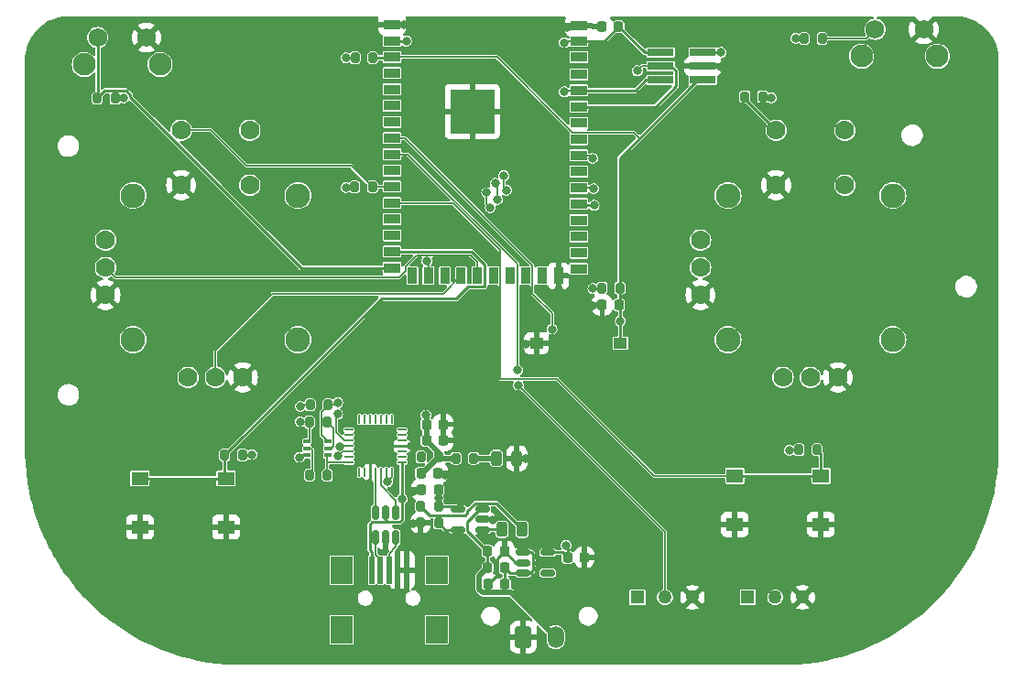
<source format=gbr>
%TF.GenerationSoftware,KiCad,Pcbnew,8.0.6*%
%TF.CreationDate,2025-02-26T11:59:32+01:00*%
%TF.ProjectId,CONTROL WIFI ESP32 S3 V4.0,434f4e54-524f-44c2-9057-494649204553,rev?*%
%TF.SameCoordinates,Original*%
%TF.FileFunction,Copper,L1,Top*%
%TF.FilePolarity,Positive*%
%FSLAX46Y46*%
G04 Gerber Fmt 4.6, Leading zero omitted, Abs format (unit mm)*
G04 Created by KiCad (PCBNEW 8.0.6) date 2025-02-26 11:59:32*
%MOMM*%
%LPD*%
G01*
G04 APERTURE LIST*
G04 Aperture macros list*
%AMRoundRect*
0 Rectangle with rounded corners*
0 $1 Rounding radius*
0 $2 $3 $4 $5 $6 $7 $8 $9 X,Y pos of 4 corners*
0 Add a 4 corners polygon primitive as box body*
4,1,4,$2,$3,$4,$5,$6,$7,$8,$9,$2,$3,0*
0 Add four circle primitives for the rounded corners*
1,1,$1+$1,$2,$3*
1,1,$1+$1,$4,$5*
1,1,$1+$1,$6,$7*
1,1,$1+$1,$8,$9*
0 Add four rect primitives between the rounded corners*
20,1,$1+$1,$2,$3,$4,$5,0*
20,1,$1+$1,$4,$5,$6,$7,0*
20,1,$1+$1,$6,$7,$8,$9,0*
20,1,$1+$1,$8,$9,$2,$3,0*%
G04 Aperture macros list end*
%TA.AperFunction,SMDPad,CuDef*%
%ADD10RoundRect,0.200000X0.200000X0.275000X-0.200000X0.275000X-0.200000X-0.275000X0.200000X-0.275000X0*%
%TD*%
%TA.AperFunction,ComponentPad*%
%ADD11R,1.268000X1.268000*%
%TD*%
%TA.AperFunction,ComponentPad*%
%ADD12C,1.268000*%
%TD*%
%TA.AperFunction,SMDPad,CuDef*%
%ADD13RoundRect,0.100000X-0.225000X-0.100000X0.225000X-0.100000X0.225000X0.100000X-0.225000X0.100000X0*%
%TD*%
%TA.AperFunction,SMDPad,CuDef*%
%ADD14R,1.550000X1.300000*%
%TD*%
%TA.AperFunction,ComponentPad*%
%ADD15C,1.778000*%
%TD*%
%TA.AperFunction,ComponentPad*%
%ADD16C,2.286000*%
%TD*%
%TA.AperFunction,SMDPad,CuDef*%
%ADD17RoundRect,0.150000X0.512500X0.150000X-0.512500X0.150000X-0.512500X-0.150000X0.512500X-0.150000X0*%
%TD*%
%TA.AperFunction,SMDPad,CuDef*%
%ADD18RoundRect,0.225000X0.225000X0.250000X-0.225000X0.250000X-0.225000X-0.250000X0.225000X-0.250000X0*%
%TD*%
%TA.AperFunction,SMDPad,CuDef*%
%ADD19R,1.500000X0.900000*%
%TD*%
%TA.AperFunction,SMDPad,CuDef*%
%ADD20R,0.900000X1.500000*%
%TD*%
%TA.AperFunction,SMDPad,CuDef*%
%ADD21R,4.100000X4.100000*%
%TD*%
%TA.AperFunction,SMDPad,CuDef*%
%ADD22RoundRect,0.243750X-0.243750X-0.456250X0.243750X-0.456250X0.243750X0.456250X-0.243750X0.456250X0*%
%TD*%
%TA.AperFunction,SMDPad,CuDef*%
%ADD23RoundRect,0.243750X0.243750X0.456250X-0.243750X0.456250X-0.243750X-0.456250X0.243750X-0.456250X0*%
%TD*%
%TA.AperFunction,SMDPad,CuDef*%
%ADD24RoundRect,0.218750X0.218750X0.256250X-0.218750X0.256250X-0.218750X-0.256250X0.218750X-0.256250X0*%
%TD*%
%TA.AperFunction,ComponentPad*%
%ADD25C,2.100000*%
%TD*%
%TA.AperFunction,ComponentPad*%
%ADD26C,1.750000*%
%TD*%
%TA.AperFunction,SMDPad,CuDef*%
%ADD27RoundRect,0.200000X-0.200000X-0.275000X0.200000X-0.275000X0.200000X0.275000X-0.200000X0.275000X0*%
%TD*%
%TA.AperFunction,SMDPad,CuDef*%
%ADD28RoundRect,0.225000X-0.225000X-0.250000X0.225000X-0.250000X0.225000X0.250000X-0.225000X0.250000X0*%
%TD*%
%TA.AperFunction,SMDPad,CuDef*%
%ADD29R,0.500000X2.500000*%
%TD*%
%TA.AperFunction,SMDPad,CuDef*%
%ADD30R,2.000000X2.500000*%
%TD*%
%TA.AperFunction,SMDPad,CuDef*%
%ADD31RoundRect,0.150000X-0.512500X-0.150000X0.512500X-0.150000X0.512500X0.150000X-0.512500X0.150000X0*%
%TD*%
%TA.AperFunction,ComponentPad*%
%ADD32RoundRect,0.250001X-0.499999X-0.759999X0.499999X-0.759999X0.499999X0.759999X-0.499999X0.759999X0*%
%TD*%
%TA.AperFunction,ComponentPad*%
%ADD33O,1.500000X2.020000*%
%TD*%
%TA.AperFunction,SMDPad,CuDef*%
%ADD34R,1.250000X1.000000*%
%TD*%
%TA.AperFunction,SMDPad,CuDef*%
%ADD35RoundRect,0.062500X0.062500X-0.337500X0.062500X0.337500X-0.062500X0.337500X-0.062500X-0.337500X0*%
%TD*%
%TA.AperFunction,SMDPad,CuDef*%
%ADD36RoundRect,0.062500X0.337500X-0.062500X0.337500X0.062500X-0.337500X0.062500X-0.337500X-0.062500X0*%
%TD*%
%TA.AperFunction,HeatsinkPad*%
%ADD37R,3.350000X3.350000*%
%TD*%
%TA.AperFunction,SMDPad,CuDef*%
%ADD38RoundRect,0.150000X0.150000X-0.512500X0.150000X0.512500X-0.150000X0.512500X-0.150000X-0.512500X0*%
%TD*%
%TA.AperFunction,SMDPad,CuDef*%
%ADD39R,2.400000X0.740000*%
%TD*%
%TA.AperFunction,ViaPad*%
%ADD40C,0.800000*%
%TD*%
%TA.AperFunction,Conductor*%
%ADD41C,0.254000*%
%TD*%
%TA.AperFunction,Conductor*%
%ADD42C,0.500000*%
%TD*%
%TA.AperFunction,Conductor*%
%ADD43C,0.127000*%
%TD*%
%TA.AperFunction,Conductor*%
%ADD44C,0.250000*%
%TD*%
G04 APERTURE END LIST*
D10*
%TO.P,R13,1*%
%TO.N,Net-(Q1B-B2)*%
X59087500Y-119300000D03*
%TO.P,R13,2*%
%TO.N,Net-(Q1A-E1)*%
X57437500Y-119300000D03*
%TD*%
D11*
%TO.P,POT1,1*%
%TO.N,+3.3V*%
X97950000Y-135500000D03*
D12*
%TO.P,POT1,2*%
%TO.N,IO5*%
X100490000Y-135500000D03*
%TO.P,POT1,3*%
%TO.N,GND*%
X103030000Y-135500000D03*
%TD*%
D13*
%TO.P,Q1,1,E1*%
%TO.N,Net-(Q1A-E1)*%
X57217500Y-121075000D03*
%TO.P,Q1,2,B1*%
%TO.N,Net-(Q1A-B1)*%
X57217500Y-121725000D03*
%TO.P,Q1,3,C2*%
%TO.N,BT*%
X57217500Y-122375000D03*
%TO.P,Q1,4,E2*%
%TO.N,Net-(Q1B-E2)*%
X59117500Y-122375000D03*
%TO.P,Q1,5,B2*%
%TO.N,Net-(Q1B-B2)*%
X59117500Y-121725000D03*
%TO.P,Q1,6,C1*%
%TO.N,EN*%
X59117500Y-121075000D03*
%TD*%
D14*
%TO.P,SW5,1,1*%
%TO.N,IO9*%
X96770000Y-124265000D03*
X104730000Y-124265000D03*
%TO.P,SW5,2,2*%
%TO.N,GND*%
X96770000Y-128765000D03*
X104730000Y-128765000D03*
%TD*%
D15*
%TO.P,U4,B1A,SEL+*%
%TO.N,IO37*%
X100575000Y-92300000D03*
%TO.P,U4,B1B*%
%TO.N,N/C*%
X106925000Y-92300000D03*
%TO.P,U4,B2A,SEL-*%
%TO.N,GND*%
X100575000Y-97380000D03*
%TO.P,U4,B2B*%
%TO.N,N/C*%
X106925000Y-97380000D03*
%TO.P,U4,H1,H+*%
%TO.N,+3.3V*%
X101210000Y-115160000D03*
%TO.P,U4,H2,H*%
%TO.N,IO38*%
X103750000Y-115160000D03*
%TO.P,U4,H3,H-*%
%TO.N,GND*%
X106290000Y-115160000D03*
D16*
%TO.P,U4,S1,SHIELD*%
%TO.N,unconnected-(U4-SHIELD-PadS1)_2*%
X96130000Y-98332500D03*
%TO.P,U4,S2,SHIELD*%
%TO.N,unconnected-(U4-SHIELD-PadS1)_3*%
X96130000Y-111667500D03*
%TO.P,U4,S3,SHIELD*%
%TO.N,unconnected-(U4-SHIELD-PadS1)*%
X111370000Y-111667500D03*
%TO.P,U4,S4,SHIELD*%
%TO.N,unconnected-(U4-SHIELD-PadS1)_1*%
X111370000Y-98332500D03*
D15*
%TO.P,U4,V1,V+*%
%TO.N,+3.3V*%
X93590000Y-102460000D03*
%TO.P,U4,V2,V*%
%TO.N,IO40*%
X93590000Y-105000000D03*
%TO.P,U4,V3,V-*%
%TO.N,GND*%
X93590000Y-107540000D03*
%TD*%
D17*
%TO.P,U2,1,STAT*%
%TO.N,Net-(D2-K)*%
X73425000Y-129250000D03*
%TO.P,U2,2,V_{SS}*%
%TO.N,GND*%
X73425000Y-128300000D03*
%TO.P,U2,3,V_{BAT}*%
%TO.N,VIN*%
X73425000Y-127350000D03*
%TO.P,U2,4,V_{DD}*%
%TO.N,+5V*%
X71150000Y-127350000D03*
%TO.P,U2,5,PROG*%
%TO.N,Net-(U2-PROG)*%
X71150000Y-129250000D03*
%TD*%
D10*
%TO.P,R2,1*%
%TO.N,Net-(U2-PROG)*%
X69350000Y-128600000D03*
%TO.P,R2,2*%
%TO.N,GND*%
X67700000Y-128600000D03*
%TD*%
D18*
%TO.P,C3,1*%
%TO.N,GND*%
X69300000Y-124000000D03*
%TO.P,C3,2*%
%TO.N,+3.3V*%
X67750000Y-124000000D03*
%TD*%
D19*
%TO.P,U8,1,GND*%
%TO.N,GND*%
X65075000Y-82525000D03*
%TO.P,U8,2,3V3*%
%TO.N,+3.3V*%
X65075000Y-84025000D03*
%TO.P,U8,3,IO00*%
%TO.N,BT*%
X65075000Y-85525000D03*
%TO.P,U8,4,IO01*%
%TO.N,unconnected-(U8-IO01-Pad4)*%
X65075000Y-87025000D03*
%TO.P,U8,5,IO02*%
%TO.N,/STDEsp32/GPIO2*%
X65075000Y-88525000D03*
%TO.P,U8,6,IO03*%
%TO.N,unconnected-(U8-IO03-Pad6)*%
X65075000Y-90025000D03*
%TO.P,U8,7,IO04*%
%TO.N,/STDEsp32/GPIO4*%
X65075000Y-91525000D03*
%TO.P,U8,8,IO05*%
%TO.N,IO5*%
X65075000Y-93025000D03*
%TO.P,U8,9,IO06*%
%TO.N,IO6*%
X65075000Y-94525000D03*
%TO.P,U8,10,IO07*%
%TO.N,IO7*%
X65075000Y-96025000D03*
%TO.P,U8,11,IO08*%
%TO.N,IO8*%
X65075000Y-97525000D03*
%TO.P,U8,12,IO09*%
%TO.N,IO9*%
X65075000Y-99025000D03*
%TO.P,U8,13,IO10*%
%TO.N,IO10*%
X65075000Y-100525000D03*
%TO.P,U8,14,IO11*%
%TO.N,IO11*%
X65075000Y-102025000D03*
%TO.P,U8,15,IO12*%
%TO.N,IO12*%
X65075000Y-103525000D03*
%TO.P,U8,16,IO13*%
%TO.N,IO13*%
X65075000Y-105025000D03*
D20*
%TO.P,U8,17,IO14*%
%TO.N,/STDEsp32/GPIO14*%
X66950000Y-105775000D03*
%TO.P,U8,18,IO15*%
%TO.N,IO15*%
X68450000Y-105775000D03*
%TO.P,U8,19,IO16*%
%TO.N,/STDEsp32/GPIO16*%
X69950000Y-105775000D03*
%TO.P,U8,20,IO17*%
%TO.N,IO17*%
X71450000Y-105775000D03*
%TO.P,U8,21,IO18*%
%TO.N,IO18*%
X72950000Y-105775000D03*
%TO.P,U8,22,USB_D-*%
%TO.N,unconnected-(U8-USB_D--Pad22)*%
X74450000Y-105775000D03*
%TO.P,U8,23,USB_D+*%
%TO.N,unconnected-(U8-USB_D+-Pad23)*%
X75950000Y-105775000D03*
%TO.P,U8,24,IO21*%
%TO.N,unconnected-(U8-IO21-Pad24)*%
X77450000Y-105775000D03*
%TO.P,U8,25,IO26*%
%TO.N,unconnected-(U8-IO26-Pad25)*%
X78950000Y-105775000D03*
%TO.P,U8,26,GND*%
%TO.N,GND*%
X80450000Y-105775000D03*
D19*
%TO.P,U8,27,IO33*%
%TO.N,unconnected-(U8-IO33-Pad27)*%
X82325000Y-105125000D03*
%TO.P,U8,28,IO34*%
%TO.N,unconnected-(U8-IO34-Pad28)*%
X82325000Y-103625000D03*
%TO.P,U8,29,IO35*%
%TO.N,IO35*%
X82325000Y-102125000D03*
%TO.P,U8,30,IO36*%
%TO.N,unconnected-(U8-IO36-Pad30)*%
X82325000Y-100625000D03*
%TO.P,U8,31,IO37*%
%TO.N,IO37*%
X82325000Y-99125000D03*
%TO.P,U8,32,IO38*%
%TO.N,IO38*%
X82325000Y-97625000D03*
%TO.P,U8,33,IO39*%
%TO.N,unconnected-(U8-IO39-Pad33)*%
X82325000Y-96125000D03*
%TO.P,U8,34,IO40*%
%TO.N,IO40*%
X82325000Y-94625000D03*
%TO.P,U8,35,IO41*%
%TO.N,unconnected-(U8-IO41-Pad35)*%
X82325000Y-93125000D03*
%TO.P,U8,36,IO42*%
%TO.N,unconnected-(U8-IO42-Pad36)*%
X82325000Y-91625000D03*
%TO.P,U8,37,TXD0*%
%TO.N,TX*%
X82325000Y-90125000D03*
%TO.P,U8,38,RXD0*%
%TO.N,RX*%
X82325000Y-88625000D03*
%TO.P,U8,39,IO45*%
%TO.N,unconnected-(U8-IO45-Pad39)*%
X82325000Y-87125000D03*
%TO.P,U8,40,IO46*%
%TO.N,unconnected-(U8-IO46-Pad40)*%
X82325000Y-85525000D03*
%TO.P,U8,41,EN*%
%TO.N,EN*%
X82325000Y-84025000D03*
%TO.P,U8,42,GND*%
%TO.N,GND*%
X82325000Y-82625000D03*
D21*
%TO.P,U8,43,GND*%
X72510000Y-90565000D03*
%TD*%
D22*
%TO.P,D2,1,K*%
%TO.N,Net-(D2-K)*%
X75225000Y-129200000D03*
%TO.P,D2,2,A*%
%TO.N,Net-(D2-A)*%
X77100000Y-129200000D03*
%TD*%
D10*
%TO.P,R3,1*%
%TO.N,IO8*%
X63275000Y-97550000D03*
%TO.P,R3,2*%
%TO.N,+3.3V*%
X61625000Y-97550000D03*
%TD*%
D23*
%TO.P,D1,1,K*%
%TO.N,GND*%
X76600000Y-122650000D03*
%TO.P,D1,2,A*%
%TO.N,Net-(D1-A)*%
X74725000Y-122650000D03*
%TD*%
D24*
%TO.P,FB1,1*%
%TO.N,Net-(U7-EN)*%
X75475000Y-132740000D03*
%TO.P,FB1,2*%
%TO.N,VIN*%
X73900000Y-132740000D03*
%TD*%
D25*
%TO.P,SW3,*%
%TO.N,*%
X36625000Y-86217500D03*
X43635000Y-86217500D03*
D26*
%TO.P,SW3,1,1*%
%TO.N,IO13*%
X37875000Y-83727500D03*
%TO.P,SW3,2,2*%
%TO.N,GND*%
X42375000Y-83727500D03*
%TD*%
D27*
%TO.P,R7,1*%
%TO.N,+3.3V*%
X84475000Y-106900000D03*
%TO.P,R7,2*%
%TO.N,BT*%
X86125000Y-106900000D03*
%TD*%
D28*
%TO.P,C1,1*%
%TO.N,GND*%
X84475000Y-82700000D03*
%TO.P,C1,2*%
%TO.N,EN*%
X86025000Y-82700000D03*
%TD*%
D18*
%TO.P,C10,1*%
%TO.N,BT*%
X86050000Y-108450000D03*
%TO.P,C10,2*%
%TO.N,GND*%
X84500000Y-108450000D03*
%TD*%
D27*
%TO.P,R5,1*%
%TO.N,+3.3V*%
X57500000Y-117700000D03*
%TO.P,R5,2*%
%TO.N,EN*%
X59150000Y-117700000D03*
%TD*%
%TO.P,R12,1*%
%TO.N,Net-(Q1A-B1)*%
X57437500Y-124200000D03*
%TO.P,R12,2*%
%TO.N,Net-(Q1B-E2)*%
X59087500Y-124200000D03*
%TD*%
D29*
%TO.P,J3,1,VBUS*%
%TO.N,+5V*%
X63200000Y-132975000D03*
%TO.P,J3,2,D-*%
%TO.N,Net-(J3-D-)*%
X64000000Y-132975000D03*
%TO.P,J3,3,D+*%
%TO.N,Net-(J3-D+)*%
X64800000Y-132975000D03*
%TO.P,J3,4,GND*%
%TO.N,GND*%
X65600000Y-132975000D03*
%TO.P,J3,5,Shield*%
X66400000Y-132975000D03*
D30*
%TO.P,J3,6*%
%TO.N,N/C*%
X60400000Y-132975000D03*
X60400000Y-138475000D03*
X69200000Y-132975000D03*
X69200000Y-138475000D03*
%TD*%
D31*
%TO.P,U7,1,VIN*%
%TO.N,Net-(U7-EN)*%
X77187500Y-131350000D03*
%TO.P,U7,2,GND*%
%TO.N,GND*%
X77187500Y-132300000D03*
%TO.P,U7,3,EN*%
%TO.N,Net-(U7-EN)*%
X77187500Y-133250000D03*
%TO.P,U7,4,NC*%
%TO.N,unconnected-(U7-NC-Pad4)*%
X79462500Y-133250000D03*
%TO.P,U7,5,VOUT*%
%TO.N,+3.3V*%
X79462500Y-131350000D03*
%TD*%
D27*
%TO.P,R15,1*%
%TO.N,IO37*%
X97687500Y-89200000D03*
%TO.P,R15,2*%
%TO.N,+3.3V*%
X99337500Y-89200000D03*
%TD*%
%TO.P,R14,1*%
%TO.N,+3.3V*%
X61650000Y-85600000D03*
%TO.P,R14,2*%
%TO.N,BT*%
X63300000Y-85600000D03*
%TD*%
D32*
%TO.P,J2,1,Pin_1*%
%TO.N,GND*%
X77200000Y-139200000D03*
D33*
%TO.P,J2,2,Pin_2*%
%TO.N,VIN*%
X80200000Y-139200000D03*
%TD*%
D28*
%TO.P,C4,1*%
%TO.N,+3.3V*%
X68250000Y-121000000D03*
%TO.P,C4,2*%
%TO.N,GND*%
X69800000Y-121000000D03*
%TD*%
D27*
%TO.P,R8,1*%
%TO.N,+3.3V*%
X103175000Y-83800000D03*
%TO.P,R8,2*%
%TO.N,IO15*%
X104825000Y-83800000D03*
%TD*%
D10*
%TO.P,R9,1*%
%TO.N,+3.3V*%
X39462500Y-89350000D03*
%TO.P,R9,2*%
%TO.N,IO13*%
X37812500Y-89350000D03*
%TD*%
D34*
%TO.P,BT3,1,1*%
%TO.N,GND*%
X78425000Y-112000000D03*
%TO.P,BT3,2,2*%
%TO.N,BT*%
X86175000Y-112000000D03*
%TD*%
D28*
%TO.P,C5,1*%
%TO.N,VIN*%
X73900000Y-131240000D03*
%TO.P,C5,2*%
%TO.N,GND*%
X75450000Y-131240000D03*
%TD*%
D18*
%TO.P,C2,1*%
%TO.N,GND*%
X69800000Y-119500000D03*
%TO.P,C2,2*%
%TO.N,+3.3V*%
X68250000Y-119500000D03*
%TD*%
D35*
%TO.P,U6,1,~{DCD}*%
%TO.N,unconnected-(U6-~{DCD}-Pad1)*%
X62050000Y-123950000D03*
%TO.P,U6,2,~{RI}/CLK*%
%TO.N,unconnected-(U6-~{RI}{slash}CLK-Pad2)*%
X62550000Y-123950000D03*
%TO.P,U6,3,GND*%
%TO.N,GND*%
X63050000Y-123950000D03*
%TO.P,U6,4,D+*%
%TO.N,USBP*%
X63550000Y-123950000D03*
%TO.P,U6,5,D-*%
%TO.N,USBN*%
X64050000Y-123950000D03*
%TO.P,U6,6,VDD*%
%TO.N,+3.3V*%
X64550000Y-123950000D03*
%TO.P,U6,7,VREGIN*%
X65050000Y-123950000D03*
D36*
%TO.P,U6,8,VBUS*%
%TO.N,+5V*%
X66000000Y-123000000D03*
%TO.P,U6,9,~{RST}*%
%TO.N,Net-(U6-~{RST})*%
X66000000Y-122500000D03*
%TO.P,U6,10,NC*%
%TO.N,unconnected-(U6-NC-Pad10)*%
X66000000Y-122000000D03*
%TO.P,U6,11,~{SUSPEND}*%
%TO.N,GND*%
X66000000Y-121500000D03*
%TO.P,U6,12,SUSPEND*%
%TO.N,unconnected-(U6-SUSPEND-Pad12)*%
X66000000Y-121000000D03*
%TO.P,U6,13,CHREN*%
%TO.N,unconnected-(U6-CHREN-Pad13)*%
X66000000Y-120500000D03*
%TO.P,U6,14,CHR1*%
%TO.N,unconnected-(U6-CHR1-Pad14)*%
X66000000Y-120000000D03*
D35*
%TO.P,U6,15,CHR0*%
%TO.N,unconnected-(U6-CHR0-Pad15)*%
X65050000Y-119050000D03*
%TO.P,U6,16,~{WAKEUP}/GPIO.3*%
%TO.N,unconnected-(U6-~{WAKEUP}{slash}GPIO.3-Pad16)*%
X64550000Y-119050000D03*
%TO.P,U6,17,RS485/GPIO.2*%
%TO.N,unconnected-(U6-RS485{slash}GPIO.2-Pad17)*%
X64050000Y-119050000D03*
%TO.P,U6,18,~{RXT}/GPIO.1*%
%TO.N,unconnected-(U6-~{RXT}{slash}GPIO.1-Pad18)*%
X63550000Y-119050000D03*
%TO.P,U6,19,~{TXT}/GPIO.0*%
%TO.N,unconnected-(U6-~{TXT}{slash}GPIO.0-Pad19)*%
X63050000Y-119050000D03*
%TO.P,U6,20,GPIO.6*%
%TO.N,unconnected-(U6-GPIO.6-Pad20)*%
X62550000Y-119050000D03*
%TO.P,U6,21,GPIO.5*%
%TO.N,unconnected-(U6-GPIO.5-Pad21)*%
X62050000Y-119050000D03*
D36*
%TO.P,U6,22,GPIO.4*%
%TO.N,unconnected-(U6-GPIO.4-Pad22)*%
X61100000Y-120000000D03*
%TO.P,U6,23,~{CTS}*%
%TO.N,unconnected-(U6-~{CTS}-Pad23)*%
X61100000Y-120500000D03*
%TO.P,U6,24,~{RTS}*%
%TO.N,Net-(Q1A-E1)*%
X61100000Y-121000000D03*
%TO.P,U6,25,RXD*%
%TO.N,TX*%
X61100000Y-121500000D03*
%TO.P,U6,26,TXD*%
%TO.N,RX*%
X61100000Y-122000000D03*
%TO.P,U6,27,~{DSR}*%
%TO.N,unconnected-(U6-~{DSR}-Pad27)*%
X61100000Y-122500000D03*
%TO.P,U6,28,~{DTR}*%
%TO.N,Net-(Q1B-E2)*%
X61100000Y-123000000D03*
D37*
%TO.P,U6,29,GND*%
%TO.N,GND*%
X63550000Y-121500000D03*
%TD*%
D14*
%TO.P,SW4,1,1*%
%TO.N,IO12*%
X41770000Y-124500000D03*
X49730000Y-124500000D03*
%TO.P,SW4,2,2*%
%TO.N,GND*%
X41770000Y-129000000D03*
X49730000Y-129000000D03*
%TD*%
D18*
%TO.P,C8,1*%
%TO.N,+5V*%
X69350000Y-125550000D03*
%TO.P,C8,2*%
%TO.N,GND*%
X67800000Y-125550000D03*
%TD*%
D27*
%TO.P,R1,1*%
%TO.N,+3.3V*%
X70975000Y-122650000D03*
%TO.P,R1,2*%
%TO.N,Net-(D1-A)*%
X72625000Y-122650000D03*
%TD*%
D15*
%TO.P,U5,B1A,SEL+*%
%TO.N,IO8*%
X45575000Y-92300000D03*
%TO.P,U5,B1B*%
%TO.N,N/C*%
X51925000Y-92300000D03*
%TO.P,U5,B2A,SEL-*%
%TO.N,GND*%
X45575000Y-97380000D03*
%TO.P,U5,B2B*%
%TO.N,N/C*%
X51925000Y-97380000D03*
%TO.P,U5,H1,H+*%
%TO.N,+3.3V*%
X46210000Y-115160000D03*
%TO.P,U5,H2,H*%
%TO.N,IO17*%
X48750000Y-115160000D03*
%TO.P,U5,H3,H-*%
%TO.N,GND*%
X51290000Y-115160000D03*
D16*
%TO.P,U5,S1,SHIELD*%
%TO.N,unconnected-(U5-SHIELD-PadS1)_2*%
X41130000Y-98332500D03*
%TO.P,U5,S2,SHIELD*%
%TO.N,unconnected-(U5-SHIELD-PadS1)*%
X41130000Y-111667500D03*
%TO.P,U5,S3,SHIELD*%
%TO.N,unconnected-(U5-SHIELD-PadS1)_1*%
X56370000Y-111667500D03*
%TO.P,U5,S4,SHIELD*%
%TO.N,unconnected-(U5-SHIELD-PadS1)_3*%
X56370000Y-98332500D03*
D15*
%TO.P,U5,V1,V+*%
%TO.N,+3.3V*%
X38590000Y-102460000D03*
%TO.P,U5,V2,V*%
%TO.N,IO18*%
X38590000Y-105000000D03*
%TO.P,U5,V3,V-*%
%TO.N,GND*%
X38590000Y-107540000D03*
%TD*%
D27*
%TO.P,R11,1*%
%TO.N,+3.3V*%
X102700000Y-121850000D03*
%TO.P,R11,2*%
%TO.N,IO9*%
X104350000Y-121850000D03*
%TD*%
D18*
%TO.P,C6,1*%
%TO.N,Net-(U7-EN)*%
X75500000Y-134250000D03*
%TO.P,C6,2*%
%TO.N,GND*%
X73950000Y-134250000D03*
%TD*%
D28*
%TO.P,C7,1*%
%TO.N,+3.3V*%
X81300000Y-131800000D03*
%TO.P,C7,2*%
%TO.N,GND*%
X82850000Y-131800000D03*
%TD*%
D10*
%TO.P,R10,1*%
%TO.N,+3.3V*%
X51250000Y-122350000D03*
%TO.P,R10,2*%
%TO.N,IO12*%
X49600000Y-122350000D03*
%TD*%
D38*
%TO.P,U1,1,I/O1*%
%TO.N,Net-(J3-D-)*%
X63550000Y-129937500D03*
%TO.P,U1,2,GND*%
%TO.N,GND*%
X64500000Y-129937500D03*
%TO.P,U1,3,I/O2*%
%TO.N,Net-(J3-D+)*%
X65450000Y-129937500D03*
%TO.P,U1,4,I/O2*%
%TO.N,USBN*%
X65450000Y-127662500D03*
%TO.P,U1,5,VBUS*%
%TO.N,+5V*%
X64500000Y-127662500D03*
%TO.P,U1,6,I/O1*%
%TO.N,USBP*%
X63550000Y-127662500D03*
%TD*%
D10*
%TO.P,R6,1*%
%TO.N,+3.3V*%
X69400000Y-122500000D03*
%TO.P,R6,2*%
%TO.N,Net-(U6-~{RST})*%
X67750000Y-122500000D03*
%TD*%
D25*
%TO.P,SW2,*%
%TO.N,*%
X108475000Y-85452500D03*
X115485000Y-85452500D03*
D26*
%TO.P,SW2,1,1*%
%TO.N,IO15*%
X109725000Y-82962500D03*
%TO.P,SW2,2,2*%
%TO.N,GND*%
X114225000Y-82962500D03*
%TD*%
D10*
%TO.P,R4,1*%
%TO.N,+5V*%
X69375000Y-127100000D03*
%TO.P,R4,2*%
%TO.N,Net-(D2-A)*%
X67725000Y-127100000D03*
%TD*%
D11*
%TO.P,POT2,1*%
%TO.N,+3.3V*%
X87760000Y-135500000D03*
D12*
%TO.P,POT2,2*%
%TO.N,IO6*%
X90300000Y-135500000D03*
%TO.P,POT2,3*%
%TO.N,GND*%
X92840000Y-135500000D03*
%TD*%
D39*
%TO.P,J1,1,Pin_1*%
%TO.N,EN*%
X89900000Y-85100000D03*
%TO.P,J1,2,Pin_2*%
%TO.N,+3.3V*%
X93800000Y-85100000D03*
%TO.P,J1,3,Pin_3*%
%TO.N,TX*%
X89900000Y-86370000D03*
%TO.P,J1,4,Pin_4*%
%TO.N,GND*%
X93800000Y-86370000D03*
%TO.P,J1,5,Pin_5*%
%TO.N,RX*%
X89900000Y-87640000D03*
%TO.P,J1,6,Pin_6*%
%TO.N,BT*%
X93800000Y-87640000D03*
%TD*%
D40*
%TO.N,GND*%
X66200000Y-82500000D03*
X81200000Y-82800000D03*
X62986500Y-124950000D03*
X80500000Y-107000000D03*
X67000000Y-128650000D03*
X67050000Y-125700000D03*
X77400000Y-122700000D03*
X70000000Y-124200000D03*
X75400000Y-90450000D03*
X66850000Y-121500000D03*
X83600000Y-108550000D03*
X77400000Y-112050000D03*
X74350000Y-128350000D03*
%TO.N,BT*%
X56500000Y-122550000D03*
X86175000Y-109950000D03*
%TO.N,+3.3V*%
X64650000Y-124800000D03*
X95500000Y-85100000D03*
X68200000Y-118650000D03*
X102400000Y-83800000D03*
X40250000Y-89300000D03*
X100150000Y-89300000D03*
X60800000Y-85600000D03*
X83650000Y-106950000D03*
X56600000Y-117850000D03*
X52100000Y-122300000D03*
X101800000Y-121900000D03*
X60800000Y-97600000D03*
X66400000Y-84050000D03*
X81150000Y-130700000D03*
%TO.N,EN*%
X74150000Y-99450000D03*
X73826545Y-98076545D03*
X60050000Y-117500000D03*
X81000000Y-84200000D03*
%TO.N,RX*%
X75650000Y-97850000D03*
X75401545Y-96501545D03*
X60100000Y-122436500D03*
X81000000Y-88750000D03*
%TO.N,TX*%
X60212185Y-121539183D03*
X74600000Y-97200000D03*
X74800000Y-98700000D03*
X87750000Y-86800000D03*
%TO.N,GND*%
X95500000Y-86450000D03*
%TO.N,IO15*%
X68300000Y-104400000D03*
%TO.N,+5V*%
X66000000Y-126400000D03*
X69350000Y-126350000D03*
%TO.N,IO5*%
X79850000Y-110700000D03*
%TO.N,IO6*%
X76750000Y-115863500D03*
X76650000Y-114500000D03*
%TO.N,Net-(Q1A-E1)*%
X56600000Y-119250000D03*
X60052000Y-118552000D03*
%TO.N,IO40*%
X83600000Y-94900000D03*
%TO.N,IO38*%
X83700000Y-97700000D03*
%TO.N,IO37*%
X83750000Y-99250000D03*
%TD*%
D41*
%TO.N,VIN*%
X73900000Y-131240000D02*
X72039500Y-129379500D01*
D42*
X76075000Y-135075000D02*
X73480592Y-135075000D01*
X73480592Y-135075000D02*
X73150000Y-134744408D01*
X73150000Y-133490000D02*
X73900000Y-132740000D01*
D41*
X72039500Y-129379500D02*
X72039500Y-128485684D01*
D42*
X80200000Y-139200000D02*
X76075000Y-135075000D01*
D41*
X73175184Y-127350000D02*
X73425000Y-127350000D01*
D42*
X73150000Y-134744408D02*
X73150000Y-133490000D01*
D41*
X73900000Y-132740000D02*
X73900000Y-131240000D01*
X72039500Y-128485684D02*
X73175184Y-127350000D01*
%TO.N,GND*%
X83700000Y-108450000D02*
X83600000Y-108550000D01*
X74300000Y-128300000D02*
X74350000Y-128350000D01*
D43*
X66000000Y-121500000D02*
X63550000Y-121500000D01*
D41*
X67700000Y-128600000D02*
X67050000Y-128600000D01*
X82400000Y-82700000D02*
X82325000Y-82625000D01*
D43*
X63050000Y-124886500D02*
X62986500Y-124950000D01*
D41*
X69300000Y-124000000D02*
X69800000Y-124000000D01*
X78425000Y-112000000D02*
X77450000Y-112000000D01*
X81375000Y-82625000D02*
X81200000Y-82800000D01*
X67050000Y-128600000D02*
X67000000Y-128650000D01*
D43*
X63050000Y-122000000D02*
X63550000Y-121500000D01*
X63050000Y-123950000D02*
X63050000Y-124886500D01*
D41*
X80450000Y-106950000D02*
X80500000Y-107000000D01*
X84500000Y-108450000D02*
X83700000Y-108450000D01*
X67800000Y-125550000D02*
X67200000Y-125550000D01*
X65075000Y-82525000D02*
X66175000Y-82525000D01*
X66175000Y-82525000D02*
X66200000Y-82500000D01*
X80450000Y-105775000D02*
X80450000Y-106950000D01*
X72510000Y-90565000D02*
X75285000Y-90565000D01*
D43*
X63050000Y-123950000D02*
X63050000Y-122000000D01*
D41*
X77187500Y-132300000D02*
X76510000Y-132300000D01*
X74810500Y-131879500D02*
X75450000Y-131240000D01*
X77450000Y-112000000D02*
X77400000Y-112050000D01*
D43*
X66000000Y-121500000D02*
X66850000Y-121500000D01*
D41*
X82325000Y-82625000D02*
X81375000Y-82625000D01*
X73950000Y-134250000D02*
X74810500Y-133389500D01*
X73425000Y-128300000D02*
X74300000Y-128300000D01*
X69800000Y-124000000D02*
X70000000Y-124200000D01*
D42*
X77350000Y-122650000D02*
X77400000Y-122700000D01*
D41*
X76510000Y-132300000D02*
X75450000Y-131240000D01*
X67200000Y-125550000D02*
X67050000Y-125700000D01*
X75285000Y-90565000D02*
X75400000Y-90450000D01*
X74810500Y-133389500D02*
X74810500Y-131879500D01*
D42*
X76600000Y-122650000D02*
X77350000Y-122650000D01*
D41*
X84475000Y-82700000D02*
X82400000Y-82700000D01*
%TO.N,BT*%
X86050000Y-108450000D02*
X86050000Y-108850000D01*
D43*
X65075000Y-85525000D02*
X74786500Y-85525000D01*
D44*
X65000000Y-85600000D02*
X65075000Y-85525000D01*
D41*
X93360000Y-87640000D02*
X93800000Y-87640000D01*
X86125000Y-106900000D02*
X86125000Y-94875000D01*
X86175000Y-108975000D02*
X86175000Y-109950000D01*
D44*
X63300000Y-85600000D02*
X65000000Y-85600000D01*
D41*
X86125000Y-108375000D02*
X86050000Y-108450000D01*
D43*
X81773000Y-92511500D02*
X87411500Y-92511500D01*
X57217500Y-122375000D02*
X56675000Y-122375000D01*
D41*
X86125000Y-94875000D02*
X93360000Y-87640000D01*
D43*
X56675000Y-122375000D02*
X56500000Y-122550000D01*
X74786500Y-85525000D02*
X81773000Y-92511500D01*
X87411500Y-92511500D02*
X87950000Y-93050000D01*
D41*
X86125000Y-106900000D02*
X86125000Y-108375000D01*
X86050000Y-108850000D02*
X86175000Y-108975000D01*
X86175000Y-109950000D02*
X86175000Y-112000000D01*
%TO.N,+3.3V*%
X81300000Y-130850000D02*
X81150000Y-130700000D01*
D42*
X68250000Y-119500000D02*
X68250000Y-121000000D01*
D41*
X65075000Y-84025000D02*
X66375000Y-84025000D01*
X99337500Y-89200000D02*
X100050000Y-89200000D01*
D42*
X70975000Y-122650000D02*
X69550000Y-122650000D01*
D41*
X66375000Y-84025000D02*
X66400000Y-84050000D01*
X93800000Y-85100000D02*
X95500000Y-85100000D01*
D43*
X65050000Y-124400000D02*
X64650000Y-124800000D01*
D41*
X39462500Y-89350000D02*
X40200000Y-89350000D01*
D44*
X60850000Y-97550000D02*
X60800000Y-97600000D01*
X51250000Y-122350000D02*
X52050000Y-122350000D01*
D43*
X64550000Y-124700000D02*
X64650000Y-124800000D01*
D42*
X68250000Y-118700000D02*
X68200000Y-118650000D01*
D41*
X84475000Y-106900000D02*
X83700000Y-106900000D01*
D44*
X61650000Y-85600000D02*
X60800000Y-85600000D01*
X103175000Y-83800000D02*
X102400000Y-83800000D01*
D42*
X68250000Y-119500000D02*
X68250000Y-118700000D01*
X69400000Y-122150000D02*
X68250000Y-121000000D01*
D43*
X56750000Y-117700000D02*
X56600000Y-117850000D01*
D41*
X81300000Y-131800000D02*
X81300000Y-130850000D01*
D42*
X69400000Y-122500000D02*
X69400000Y-122150000D01*
D44*
X102700000Y-121850000D02*
X101850000Y-121850000D01*
D43*
X57500000Y-117700000D02*
X56750000Y-117700000D01*
X65050000Y-123950000D02*
X65050000Y-124400000D01*
D41*
X100050000Y-89200000D02*
X100150000Y-89300000D01*
D44*
X52050000Y-122350000D02*
X52100000Y-122300000D01*
X101850000Y-121850000D02*
X101800000Y-121900000D01*
D42*
X67750000Y-124000000D02*
X67900000Y-124000000D01*
X67900000Y-124000000D02*
X69400000Y-122500000D01*
D41*
X83700000Y-106900000D02*
X83650000Y-106950000D01*
X80850000Y-131350000D02*
X81300000Y-131800000D01*
X40200000Y-89350000D02*
X40250000Y-89300000D01*
D43*
X64550000Y-123950000D02*
X64550000Y-124700000D01*
D41*
X79462500Y-131350000D02*
X80850000Y-131350000D01*
D42*
X69550000Y-122650000D02*
X69400000Y-122500000D01*
D44*
X61625000Y-97550000D02*
X60850000Y-97550000D01*
D43*
%TO.N,EN*%
X81000000Y-84200000D02*
X81175000Y-84025000D01*
D41*
X88425000Y-85100000D02*
X86025000Y-82700000D01*
D43*
X59117500Y-121075000D02*
X58524000Y-120481500D01*
X59850000Y-117700000D02*
X60050000Y-117500000D01*
X58524000Y-118326000D02*
X59150000Y-117700000D01*
D41*
X82325000Y-84025000D02*
X84700000Y-84025000D01*
D43*
X74150000Y-99450000D02*
X73826545Y-99126545D01*
X73826545Y-99126545D02*
X73826545Y-98076545D01*
D41*
X89900000Y-85100000D02*
X88425000Y-85100000D01*
D43*
X81175000Y-84025000D02*
X82325000Y-84025000D01*
X59150000Y-117700000D02*
X59850000Y-117700000D01*
X58524000Y-120481500D02*
X58524000Y-118326000D01*
D41*
X84700000Y-84025000D02*
X86025000Y-82700000D01*
D42*
%TO.N,Net-(D1-A)*%
X74725000Y-122650000D02*
X72625000Y-122650000D01*
D43*
%TO.N,RX*%
X61100000Y-122000000D02*
X60536500Y-122000000D01*
D41*
X88560000Y-87640000D02*
X87575000Y-88625000D01*
D43*
X75650000Y-97850000D02*
X75401545Y-97601545D01*
D41*
X89900000Y-87640000D02*
X88560000Y-87640000D01*
D43*
X81000000Y-88750000D02*
X81125000Y-88625000D01*
X75401545Y-97601545D02*
X75401545Y-96501545D01*
X60536500Y-122000000D02*
X60100000Y-122436500D01*
D41*
X87575000Y-88625000D02*
X82325000Y-88625000D01*
D43*
X81125000Y-88625000D02*
X82325000Y-88625000D01*
%TO.N,TX*%
X61100000Y-121500000D02*
X60251368Y-121500000D01*
D41*
X91327000Y-86827000D02*
X90870000Y-86370000D01*
D43*
X60251368Y-121500000D02*
X60212185Y-121539183D01*
X74800000Y-97400000D02*
X74600000Y-97200000D01*
D41*
X89439000Y-90125000D02*
X91327000Y-88237000D01*
X91327000Y-88237000D02*
X91327000Y-86827000D01*
X90870000Y-86370000D02*
X89900000Y-86370000D01*
D43*
X87750000Y-86800000D02*
X88180000Y-86370000D01*
X74800000Y-98700000D02*
X74800000Y-97400000D01*
D41*
X82325000Y-90125000D02*
X89439000Y-90125000D01*
D43*
X88180000Y-86370000D02*
X89900000Y-86370000D01*
D41*
%TO.N,Net-(U2-PROG)*%
X70000000Y-129250000D02*
X69350000Y-128600000D01*
X71150000Y-129250000D02*
X70000000Y-129250000D01*
%TO.N,GND*%
X93800000Y-86370000D02*
X95420000Y-86370000D01*
X95420000Y-86370000D02*
X95500000Y-86450000D01*
%TO.N,IO13*%
X38514500Y-88648000D02*
X40484712Y-88648000D01*
X37812500Y-89350000D02*
X37902000Y-89260500D01*
X37812500Y-89350000D02*
X38514500Y-88648000D01*
X56675000Y-105025000D02*
X65075000Y-105025000D01*
X40877000Y-89040288D02*
X40877000Y-89227000D01*
X37902000Y-83754500D02*
X37875000Y-83727500D01*
X40877000Y-89227000D02*
X56675000Y-105025000D01*
X37902000Y-89260500D02*
X37902000Y-83754500D01*
X40484712Y-88648000D02*
X40877000Y-89040288D01*
D43*
%TO.N,IO15*%
X108887500Y-83800000D02*
X109725000Y-82962500D01*
X68300000Y-104400000D02*
X68450000Y-104550000D01*
X104825000Y-83800000D02*
X108887500Y-83800000D01*
X68450000Y-104550000D02*
X68450000Y-105775000D01*
D41*
%TO.N,IO12*%
X72127000Y-106752000D02*
X73627000Y-106752000D01*
X71029000Y-107850000D02*
X72127000Y-106752000D01*
X64100000Y-107850000D02*
X71029000Y-107850000D01*
X73627000Y-104716171D02*
X72435829Y-103525000D01*
X49600000Y-122350000D02*
X49600000Y-124370000D01*
X49600000Y-122350000D02*
X64100000Y-107850000D01*
X49600000Y-124370000D02*
X49730000Y-124500000D01*
X72435829Y-103525000D02*
X65075000Y-103525000D01*
X73627000Y-106752000D02*
X73627000Y-104716171D01*
X41770000Y-124500000D02*
X49730000Y-124500000D01*
%TO.N,Net-(U7-EN)*%
X78077000Y-131477000D02*
X77950000Y-131350000D01*
X77187500Y-133250000D02*
X77849999Y-133250000D01*
X75500000Y-132765000D02*
X75475000Y-132740000D01*
X77187500Y-133250000D02*
X75985000Y-133250000D01*
X77849999Y-133250000D02*
X78077000Y-133022999D01*
X75500000Y-134250000D02*
X75500000Y-132765000D01*
X75985000Y-133250000D02*
X75475000Y-132740000D01*
X77950000Y-131350000D02*
X77187500Y-131350000D01*
X78077000Y-133022999D02*
X78077000Y-131477000D01*
%TO.N,+5V*%
X69375000Y-127100000D02*
X69375000Y-126375000D01*
X63023000Y-128777000D02*
X63023000Y-131123000D01*
X69375000Y-127100000D02*
X70900000Y-127100000D01*
X63248000Y-128552000D02*
X63023000Y-128777000D01*
X63200000Y-131300000D02*
X63200000Y-132975000D01*
X69350000Y-125550000D02*
X69350000Y-126350000D01*
X66000000Y-126400000D02*
X66000000Y-128312316D01*
X66000000Y-123000000D02*
X66000000Y-126400000D01*
X63023000Y-131123000D02*
X63200000Y-131300000D01*
X70900000Y-127100000D02*
X71150000Y-127350000D01*
X69375000Y-126375000D02*
X69350000Y-126350000D01*
X64727001Y-128552000D02*
X63248000Y-128552000D01*
X64727001Y-128552000D02*
X64500000Y-128324999D01*
X65760316Y-128552000D02*
X64727001Y-128552000D01*
X66000000Y-128312316D02*
X65760316Y-128552000D01*
X64500000Y-128324999D02*
X64500000Y-127662500D01*
%TO.N,Net-(D2-A)*%
X72050000Y-127650000D02*
X71802000Y-127898000D01*
X74723000Y-126823000D02*
X72752184Y-126823000D01*
X72050000Y-127525184D02*
X72050000Y-127650000D01*
X71802000Y-127898000D02*
X68523000Y-127898000D01*
X72752184Y-126823000D02*
X72050000Y-127525184D01*
X68523000Y-127898000D02*
X67725000Y-127100000D01*
X77100000Y-129200000D02*
X74723000Y-126823000D01*
%TO.N,Net-(D2-K)*%
X75225000Y-129200000D02*
X73475000Y-129200000D01*
X73475000Y-129200000D02*
X73425000Y-129250000D01*
D43*
%TO.N,Net-(J3-D+)*%
X65450000Y-130800000D02*
X65450000Y-129937500D01*
X64800000Y-132975000D02*
X64800000Y-131450000D01*
X64800000Y-131450000D02*
X65450000Y-130800000D01*
%TO.N,IO5*%
X78063500Y-107413500D02*
X78063500Y-104802000D01*
X66286500Y-93025000D02*
X65075000Y-93025000D01*
X78063500Y-104802000D02*
X66286500Y-93025000D01*
X79850000Y-110700000D02*
X79850000Y-109200000D01*
X79850000Y-109200000D02*
X78063500Y-107413500D01*
%TO.N,IO6*%
X66548026Y-94525000D02*
X76650000Y-104626974D01*
X76650000Y-104626974D02*
X76650000Y-114500000D01*
X76750000Y-115863500D02*
X90300000Y-129413500D01*
X90300000Y-129413500D02*
X90300000Y-135500000D01*
X65075000Y-94525000D02*
X66548026Y-94525000D01*
%TO.N,Net-(J3-D-)*%
X64000000Y-132975000D02*
X64000000Y-131975000D01*
X63550000Y-131525000D02*
X63550000Y-129937500D01*
X64000000Y-131975000D02*
X63550000Y-131525000D01*
%TO.N,Net-(Q1A-E1)*%
X56600000Y-119250000D02*
X57387500Y-119250000D01*
X57217500Y-121075000D02*
X57437500Y-120855000D01*
X60700001Y-121000000D02*
X59877000Y-120176999D01*
X61100000Y-121000000D02*
X60700001Y-121000000D01*
X59877000Y-118727000D02*
X60052000Y-118552000D01*
X60100000Y-118504000D02*
X60052000Y-118552000D01*
X57437500Y-120855000D02*
X57437500Y-119300000D01*
X57387500Y-119250000D02*
X57437500Y-119300000D01*
X59877000Y-120176999D02*
X59877000Y-118727000D01*
%TO.N,Net-(Q1B-E2)*%
X59087500Y-123000000D02*
X59087500Y-122405000D01*
X59087500Y-124200000D02*
X59087500Y-123000000D01*
X59087500Y-122405000D02*
X59117500Y-122375000D01*
X61100000Y-123000000D02*
X59087500Y-123000000D01*
%TO.N,Net-(Q1A-B1)*%
X57706000Y-123931500D02*
X57706000Y-121856000D01*
X57706000Y-121856000D02*
X57575000Y-121725000D01*
X57575000Y-121725000D02*
X57217500Y-121725000D01*
X57437500Y-124200000D02*
X57706000Y-123931500D01*
%TO.N,Net-(Q1B-B2)*%
X59442499Y-121725000D02*
X59650000Y-121517499D01*
X59117500Y-121725000D02*
X59442499Y-121725000D01*
X59650000Y-121517499D02*
X59650000Y-119862500D01*
X59650000Y-119862500D02*
X59087500Y-119300000D01*
%TO.N,USBN*%
X64050000Y-125150000D02*
X64050000Y-123950000D01*
X65450000Y-127662500D02*
X65450000Y-126550000D01*
X65450000Y-126550000D02*
X64050000Y-125150000D01*
%TO.N,USBP*%
X63550000Y-127662500D02*
X63550000Y-123950000D01*
%TO.N,IO40*%
X83600000Y-94900000D02*
X83325000Y-94625000D01*
X83325000Y-94625000D02*
X82325000Y-94625000D01*
%TO.N,IO38*%
X83625000Y-97625000D02*
X82325000Y-97625000D01*
X83700000Y-97700000D02*
X83625000Y-97625000D01*
D41*
%TO.N,IO37*%
X97687500Y-89412500D02*
X97687500Y-89200000D01*
X100575000Y-92300000D02*
X97687500Y-89412500D01*
X82450000Y-99250000D02*
X82325000Y-99125000D01*
X83750000Y-99250000D02*
X82450000Y-99250000D01*
D43*
%TO.N,IO8*%
X51633460Y-95600000D02*
X61325000Y-95600000D01*
X48333460Y-92300000D02*
X51633460Y-95600000D01*
X65075000Y-97525000D02*
X63300000Y-97525000D01*
X61325000Y-95600000D02*
X63275000Y-97550000D01*
X45575000Y-92300000D02*
X48333460Y-92300000D01*
X63300000Y-97525000D02*
X63275000Y-97550000D01*
%TO.N,IO17*%
X48750000Y-115160000D02*
X48750000Y-112700000D01*
X69775000Y-107450000D02*
X71450000Y-105775000D01*
X48750000Y-112700000D02*
X54000000Y-107450000D01*
X54000000Y-107450000D02*
X69775000Y-107450000D01*
%TO.N,IO18*%
X72336500Y-103836500D02*
X72950000Y-104450000D01*
X67363500Y-103836500D02*
X72336500Y-103836500D01*
X72950000Y-104450000D02*
X72950000Y-105775000D01*
X66336500Y-104863500D02*
X67363500Y-103836500D01*
X66336500Y-105313500D02*
X66336500Y-104863500D01*
X39478999Y-105888999D02*
X65761001Y-105888999D01*
X65761001Y-105888999D02*
X66336500Y-105313500D01*
X38590000Y-105000000D02*
X39478999Y-105888999D01*
%TO.N,IO9*%
X65075000Y-99025000D02*
X70727000Y-99025000D01*
D41*
X104730000Y-122230000D02*
X104350000Y-121850000D01*
X104730000Y-124265000D02*
X104730000Y-122230000D01*
D43*
X80350000Y-115300000D02*
X89315000Y-124265000D01*
X70727000Y-99025000D02*
X75100000Y-103398000D01*
X89315000Y-124265000D02*
X96770000Y-124265000D01*
D41*
X104730000Y-124265000D02*
X96770000Y-124265000D01*
D43*
X75100000Y-115300000D02*
X80350000Y-115300000D01*
X75100000Y-103398000D02*
X75100000Y-115300000D01*
%TD*%
%TA.AperFunction,Conductor*%
%TO.N,GND*%
G36*
X74480978Y-131696859D02*
G01*
X74536912Y-131738729D01*
X74555351Y-131774035D01*
X74563451Y-131798477D01*
X74563457Y-131798492D01*
X74652424Y-131942728D01*
X74652427Y-131942732D01*
X74772267Y-132062572D01*
X74772271Y-132062575D01*
X74916514Y-132151546D01*
X74921088Y-132153679D01*
X74973528Y-132199850D01*
X74992682Y-132267043D01*
X74981068Y-132318466D01*
X74943121Y-132399842D01*
X74943120Y-132399846D01*
X74937000Y-132446340D01*
X74937000Y-133033652D01*
X74937001Y-133033658D01*
X74943121Y-133080153D01*
X74990701Y-133182189D01*
X75070311Y-133261799D01*
X75172347Y-133309379D01*
X75172349Y-133309379D01*
X75181452Y-133312033D01*
X75180481Y-133315363D01*
X75228550Y-133336609D01*
X75267041Y-133394921D01*
X75272500Y-133431309D01*
X75272500Y-133563518D01*
X75252815Y-133630557D01*
X75200011Y-133676312D01*
X75194784Y-133678255D01*
X75085420Y-133729253D01*
X75050033Y-133764640D01*
X74988710Y-133798125D01*
X74919018Y-133793139D01*
X74863085Y-133751267D01*
X74844647Y-133715961D01*
X74836548Y-133691520D01*
X74836542Y-133691507D01*
X74747575Y-133547271D01*
X74747572Y-133547267D01*
X74627732Y-133427427D01*
X74627728Y-133427424D01*
X74483492Y-133338457D01*
X74483477Y-133338451D01*
X74466721Y-133332898D01*
X74409277Y-133293125D01*
X74382455Y-133228609D01*
X74393344Y-133162791D01*
X74431879Y-133080153D01*
X74438000Y-133033659D01*
X74437999Y-132446342D01*
X74431879Y-132399847D01*
X74384299Y-132297811D01*
X74304689Y-132218201D01*
X74199095Y-132168961D01*
X74146656Y-132122788D01*
X74127500Y-132056579D01*
X74127500Y-131926481D01*
X74147185Y-131859442D01*
X74199989Y-131813687D01*
X74205215Y-131811744D01*
X74210543Y-131809259D01*
X74210545Y-131809259D01*
X74314579Y-131760747D01*
X74349966Y-131725359D01*
X74411286Y-131691875D01*
X74480978Y-131696859D01*
G37*
%TD.AperFunction*%
%TA.AperFunction,Conductor*%
G36*
X77792539Y-132069685D02*
G01*
X77838294Y-132122489D01*
X77849500Y-132174000D01*
X77849500Y-132426000D01*
X77829815Y-132493039D01*
X77777011Y-132538794D01*
X77725500Y-132550000D01*
X77061500Y-132550000D01*
X76994461Y-132530315D01*
X76948706Y-132477511D01*
X76937500Y-132426000D01*
X76937500Y-132174000D01*
X76957185Y-132106961D01*
X77009989Y-132061206D01*
X77061500Y-132050000D01*
X77725500Y-132050000D01*
X77792539Y-132069685D01*
G37*
%TD.AperFunction*%
%TA.AperFunction,Conductor*%
G36*
X64693039Y-129707185D02*
G01*
X64738794Y-129759989D01*
X64750000Y-129811500D01*
X64750000Y-131101750D01*
X64779904Y-131151743D01*
X64777660Y-131221577D01*
X64747548Y-131270519D01*
X64707103Y-131310965D01*
X64707102Y-131310966D01*
X64660966Y-131357101D01*
X64660964Y-131357103D01*
X64656093Y-131368866D01*
X64656093Y-131368868D01*
X64635999Y-131417377D01*
X64635999Y-131497055D01*
X64636000Y-131497064D01*
X64636000Y-131503661D01*
X64616315Y-131570700D01*
X64563511Y-131616455D01*
X64536188Y-131625279D01*
X64510787Y-131630330D01*
X64468886Y-131658326D01*
X64402207Y-131679201D01*
X64334828Y-131660714D01*
X64331111Y-131658325D01*
X64289213Y-131630331D01*
X64289208Y-131630329D01*
X64259901Y-131624500D01*
X64259899Y-131624500D01*
X63932793Y-131624500D01*
X63865754Y-131604815D01*
X63845112Y-131588181D01*
X63750319Y-131493388D01*
X63716834Y-131432065D01*
X63714000Y-131405707D01*
X63714000Y-131032602D01*
X63733685Y-130965563D01*
X63786489Y-130919808D01*
X63855647Y-130909864D01*
X63919203Y-130938889D01*
X63925681Y-130944921D01*
X63948438Y-130967678D01*
X63948447Y-130967685D01*
X64089801Y-131051281D01*
X64247514Y-131097100D01*
X64247511Y-131097100D01*
X64249998Y-131097295D01*
X64250000Y-131097295D01*
X64250000Y-129811500D01*
X64269685Y-129744461D01*
X64322489Y-129698706D01*
X64374000Y-129687500D01*
X64626000Y-129687500D01*
X64693039Y-129707185D01*
G37*
%TD.AperFunction*%
%TA.AperFunction,Conductor*%
G36*
X63795422Y-81784685D02*
G01*
X63841177Y-81837489D01*
X63851121Y-81906647D01*
X63844564Y-81932334D01*
X63831404Y-81967616D01*
X63831401Y-81967627D01*
X63825000Y-82027155D01*
X63825000Y-82275000D01*
X66325000Y-82275000D01*
X66325000Y-82027172D01*
X66324999Y-82027155D01*
X66318598Y-81967627D01*
X66318595Y-81967616D01*
X66305436Y-81932334D01*
X66300451Y-81862643D01*
X66333935Y-81801319D01*
X66395258Y-81767834D01*
X66421617Y-81765000D01*
X81015680Y-81765000D01*
X81082719Y-81784685D01*
X81128474Y-81837489D01*
X81138418Y-81906647D01*
X81131862Y-81932333D01*
X81081403Y-82067620D01*
X81081401Y-82067627D01*
X81075000Y-82127155D01*
X81075000Y-82375000D01*
X83494000Y-82375000D01*
X83561039Y-82394685D01*
X83579440Y-82415921D01*
X83581681Y-82413681D01*
X83618000Y-82450000D01*
X84601000Y-82450000D01*
X84668039Y-82469685D01*
X84713794Y-82522489D01*
X84725000Y-82574000D01*
X84725000Y-82826000D01*
X84705315Y-82893039D01*
X84652511Y-82938794D01*
X84601000Y-82950000D01*
X83606000Y-82950000D01*
X83538961Y-82930315D01*
X83520559Y-82909078D01*
X83518319Y-82911319D01*
X83482000Y-82875000D01*
X81075000Y-82875000D01*
X81075000Y-83122844D01*
X81081401Y-83182372D01*
X81081403Y-83182379D01*
X81131645Y-83317086D01*
X81131649Y-83317093D01*
X81217809Y-83432187D01*
X81217812Y-83432190D01*
X81332906Y-83518350D01*
X81332915Y-83518355D01*
X81393832Y-83541075D01*
X81449766Y-83582945D01*
X81474184Y-83648409D01*
X81474500Y-83657257D01*
X81474500Y-83682907D01*
X81454815Y-83749946D01*
X81402011Y-83795701D01*
X81332853Y-83805645D01*
X81283461Y-83787223D01*
X81210050Y-83740045D01*
X81071963Y-83699500D01*
X81071961Y-83699500D01*
X80928039Y-83699500D01*
X80928036Y-83699500D01*
X80789949Y-83740045D01*
X80668873Y-83817856D01*
X80574623Y-83926626D01*
X80574622Y-83926628D01*
X80514834Y-84057543D01*
X80494353Y-84200000D01*
X80514834Y-84342456D01*
X80564661Y-84451559D01*
X80574623Y-84473373D01*
X80668872Y-84582143D01*
X80789947Y-84659953D01*
X80789950Y-84659954D01*
X80789949Y-84659954D01*
X80928036Y-84700499D01*
X80928038Y-84700500D01*
X80928039Y-84700500D01*
X81071962Y-84700500D01*
X81071962Y-84700499D01*
X81210053Y-84659953D01*
X81331128Y-84582143D01*
X81341375Y-84570316D01*
X81400148Y-84532542D01*
X81470018Y-84532539D01*
X81503976Y-84548414D01*
X81535787Y-84569669D01*
X81535790Y-84569669D01*
X81535791Y-84569670D01*
X81545647Y-84571630D01*
X81565101Y-84575500D01*
X83084898Y-84575499D01*
X83114213Y-84569669D01*
X83147457Y-84547457D01*
X83169669Y-84514213D01*
X83171629Y-84504359D01*
X83175500Y-84484901D01*
X83175500Y-84376500D01*
X83195185Y-84309461D01*
X83247989Y-84263706D01*
X83299500Y-84252500D01*
X84745252Y-84252500D01*
X84745253Y-84252500D01*
X84828868Y-84217865D01*
X85734914Y-83311817D01*
X85796237Y-83278333D01*
X85822595Y-83275499D01*
X86227403Y-83275499D01*
X86294442Y-83295184D01*
X86315084Y-83311818D01*
X88296132Y-85292866D01*
X88354397Y-85316999D01*
X88354399Y-85317001D01*
X88377637Y-85326626D01*
X88379747Y-85327500D01*
X88379748Y-85327500D01*
X88470253Y-85327500D01*
X88475501Y-85327500D01*
X88542540Y-85347185D01*
X88588295Y-85399989D01*
X88599501Y-85451500D01*
X88599501Y-85479902D01*
X88605330Y-85509212D01*
X88627542Y-85542457D01*
X88644219Y-85553599D01*
X88660787Y-85564669D01*
X88660790Y-85564669D01*
X88660791Y-85564670D01*
X88670647Y-85566630D01*
X88690101Y-85570500D01*
X91109898Y-85570499D01*
X91139213Y-85564669D01*
X91172457Y-85542457D01*
X91194669Y-85509213D01*
X91200500Y-85479899D01*
X91200499Y-84720102D01*
X91194669Y-84690787D01*
X91183515Y-84674093D01*
X91172457Y-84657542D01*
X91139214Y-84635332D01*
X91139215Y-84635332D01*
X91139213Y-84635331D01*
X91139211Y-84635330D01*
X91139208Y-84635329D01*
X91109901Y-84629500D01*
X88690105Y-84629500D01*
X88690097Y-84629501D01*
X88660787Y-84635330D01*
X88627542Y-84657542D01*
X88605332Y-84690785D01*
X88600657Y-84702072D01*
X88598541Y-84701195D01*
X88573766Y-84748551D01*
X88513048Y-84783121D01*
X88443279Y-84779377D01*
X88396858Y-84750124D01*
X87446734Y-83800000D01*
X101894353Y-83800000D01*
X101914834Y-83942456D01*
X101968225Y-84059363D01*
X101974623Y-84073373D01*
X102068872Y-84182143D01*
X102189947Y-84259953D01*
X102189950Y-84259954D01*
X102189949Y-84259954D01*
X102328036Y-84300499D01*
X102328038Y-84300500D01*
X102328039Y-84300500D01*
X102471962Y-84300500D01*
X102471962Y-84300499D01*
X102610053Y-84259953D01*
X102610061Y-84259947D01*
X102617491Y-84256555D01*
X102686649Y-84246606D01*
X102750207Y-84275625D01*
X102756693Y-84281664D01*
X102802235Y-84327206D01*
X102905009Y-84372585D01*
X102930135Y-84375500D01*
X103419864Y-84375499D01*
X103419879Y-84375497D01*
X103419882Y-84375497D01*
X103444987Y-84372586D01*
X103444988Y-84372585D01*
X103444991Y-84372585D01*
X103547765Y-84327206D01*
X103627206Y-84247765D01*
X103672585Y-84144991D01*
X103675500Y-84119865D01*
X103675499Y-83480136D01*
X103674846Y-83474501D01*
X103672586Y-83455012D01*
X103672585Y-83455010D01*
X103672585Y-83455009D01*
X103627206Y-83352235D01*
X103547765Y-83272794D01*
X103532908Y-83266234D01*
X103444992Y-83227415D01*
X103419865Y-83224500D01*
X102930143Y-83224500D01*
X102930117Y-83224502D01*
X102905012Y-83227413D01*
X102905008Y-83227415D01*
X102802235Y-83272793D01*
X102756692Y-83318336D01*
X102695369Y-83351820D01*
X102625677Y-83346835D01*
X102617497Y-83343447D01*
X102610047Y-83340044D01*
X102471963Y-83299500D01*
X102471961Y-83299500D01*
X102328039Y-83299500D01*
X102328036Y-83299500D01*
X102189949Y-83340045D01*
X102068873Y-83417856D01*
X102068872Y-83417856D01*
X102068872Y-83417857D01*
X102063928Y-83423563D01*
X101974623Y-83526626D01*
X101974622Y-83526628D01*
X101914834Y-83657543D01*
X101894353Y-83800000D01*
X87446734Y-83800000D01*
X86611818Y-82965084D01*
X86578333Y-82903761D01*
X86575499Y-82877403D01*
X86575499Y-82411867D01*
X86575499Y-82411862D01*
X86569259Y-82364455D01*
X86520747Y-82260421D01*
X86439579Y-82179253D01*
X86335545Y-82130741D01*
X86335543Y-82130740D01*
X86335544Y-82130740D01*
X86288139Y-82124500D01*
X85761867Y-82124500D01*
X85746839Y-82126478D01*
X85714455Y-82130741D01*
X85714453Y-82130742D01*
X85714451Y-82130742D01*
X85610420Y-82179253D01*
X85575033Y-82214640D01*
X85513710Y-82248125D01*
X85444018Y-82243139D01*
X85388085Y-82201267D01*
X85369647Y-82165961D01*
X85361548Y-82141520D01*
X85361542Y-82141507D01*
X85272575Y-81997271D01*
X85272572Y-81997267D01*
X85251986Y-81976681D01*
X85218501Y-81915358D01*
X85223485Y-81845666D01*
X85265357Y-81789733D01*
X85330821Y-81765316D01*
X85339667Y-81765000D01*
X109476195Y-81765000D01*
X109543234Y-81784685D01*
X109588989Y-81837489D01*
X109598933Y-81906647D01*
X109569908Y-81970203D01*
X109512190Y-82007661D01*
X109349881Y-82056896D01*
X109180424Y-82147473D01*
X109180417Y-82147477D01*
X109031879Y-82269379D01*
X108909977Y-82417917D01*
X108909973Y-82417924D01*
X108819396Y-82587381D01*
X108763614Y-82771270D01*
X108744780Y-82962500D01*
X108763614Y-83153729D01*
X108785082Y-83224500D01*
X108819395Y-83337614D01*
X108880039Y-83451071D01*
X108894281Y-83519473D01*
X108869281Y-83584717D01*
X108858380Y-83597188D01*
X108855905Y-83599664D01*
X108794589Y-83633161D01*
X108768206Y-83636000D01*
X105449499Y-83636000D01*
X105382460Y-83616315D01*
X105336705Y-83563511D01*
X105325499Y-83512000D01*
X105325499Y-83480143D01*
X105325499Y-83480136D01*
X105324846Y-83474501D01*
X105322586Y-83455012D01*
X105322585Y-83455010D01*
X105322585Y-83455009D01*
X105277206Y-83352235D01*
X105197765Y-83272794D01*
X105182908Y-83266234D01*
X105094992Y-83227415D01*
X105069865Y-83224500D01*
X104580143Y-83224500D01*
X104580117Y-83224502D01*
X104555012Y-83227413D01*
X104555008Y-83227415D01*
X104452235Y-83272793D01*
X104372794Y-83352234D01*
X104327415Y-83455006D01*
X104327415Y-83455008D01*
X104324500Y-83480131D01*
X104324500Y-84119856D01*
X104324502Y-84119882D01*
X104327413Y-84144987D01*
X104327415Y-84144991D01*
X104372793Y-84247764D01*
X104372794Y-84247765D01*
X104452235Y-84327206D01*
X104555009Y-84372585D01*
X104580135Y-84375500D01*
X105069864Y-84375499D01*
X105069879Y-84375497D01*
X105069882Y-84375497D01*
X105094987Y-84372586D01*
X105094988Y-84372585D01*
X105094991Y-84372585D01*
X105197765Y-84327206D01*
X105277206Y-84247765D01*
X105322585Y-84144991D01*
X105325500Y-84119865D01*
X105325500Y-84088000D01*
X105345185Y-84020961D01*
X105397989Y-83975206D01*
X105449500Y-83964000D01*
X108840436Y-83964000D01*
X108840444Y-83964001D01*
X108854878Y-83964001D01*
X108920121Y-83964001D01*
X108920122Y-83964001D01*
X108966104Y-83944954D01*
X108980399Y-83939033D01*
X109026533Y-83892899D01*
X109026533Y-83892898D01*
X109043971Y-83875460D01*
X109043973Y-83875457D01*
X109090294Y-83829135D01*
X109151615Y-83795652D01*
X109221307Y-83800636D01*
X109236426Y-83807460D01*
X109349881Y-83868103D01*
X109349883Y-83868103D01*
X109349886Y-83868105D01*
X109533769Y-83923885D01*
X109533768Y-83923885D01*
X109550914Y-83925573D01*
X109725000Y-83942720D01*
X109916231Y-83923885D01*
X110100114Y-83868105D01*
X110269581Y-83777523D01*
X110418120Y-83655620D01*
X110540023Y-83507081D01*
X110622790Y-83352235D01*
X110630603Y-83337618D01*
X110630604Y-83337616D01*
X110630605Y-83337614D01*
X110686385Y-83153731D01*
X110705220Y-82962500D01*
X110686385Y-82771269D01*
X110630605Y-82587386D01*
X110630603Y-82587383D01*
X110630603Y-82587381D01*
X110540026Y-82417924D01*
X110540022Y-82417917D01*
X110418120Y-82269379D01*
X110269582Y-82147477D01*
X110269575Y-82147473D01*
X110100118Y-82056896D01*
X109937810Y-82007661D01*
X109879371Y-81969363D01*
X109850915Y-81905551D01*
X109861475Y-81836484D01*
X109907699Y-81784090D01*
X109973805Y-81765000D01*
X113329690Y-81765000D01*
X113396729Y-81784685D01*
X113417371Y-81801319D01*
X114099672Y-82483619D01*
X114033937Y-82501234D01*
X113921063Y-82566402D01*
X113828902Y-82658563D01*
X113763734Y-82771437D01*
X113746119Y-82837172D01*
X113091874Y-82182927D01*
X113011579Y-82305830D01*
X112920045Y-82514506D01*
X112864105Y-82735406D01*
X112864103Y-82735414D01*
X112845288Y-82962493D01*
X112845288Y-82962506D01*
X112864103Y-83189585D01*
X112864105Y-83189593D01*
X112920045Y-83410493D01*
X113011579Y-83619169D01*
X113091874Y-83742070D01*
X113746119Y-83087826D01*
X113763734Y-83153563D01*
X113828902Y-83266437D01*
X113921063Y-83358598D01*
X114033937Y-83423766D01*
X114099672Y-83441380D01*
X113444015Y-84097036D01*
X113444015Y-84097038D01*
X113470360Y-84117543D01*
X113470371Y-84117550D01*
X113670769Y-84225999D01*
X113670780Y-84226004D01*
X113886298Y-84299992D01*
X114111065Y-84337500D01*
X114338935Y-84337500D01*
X114563701Y-84299992D01*
X114779219Y-84226004D01*
X114779230Y-84225999D01*
X114979627Y-84117550D01*
X114979633Y-84117546D01*
X115005983Y-84097037D01*
X115005984Y-84097036D01*
X114350327Y-83441380D01*
X114416063Y-83423766D01*
X114528937Y-83358598D01*
X114621098Y-83266437D01*
X114686266Y-83153563D01*
X114703879Y-83087827D01*
X115358123Y-83742071D01*
X115438419Y-83619171D01*
X115529954Y-83410493D01*
X115585894Y-83189593D01*
X115585896Y-83189585D01*
X115604712Y-82962506D01*
X115604712Y-82962493D01*
X115585896Y-82735414D01*
X115585894Y-82735406D01*
X115529954Y-82514506D01*
X115438421Y-82305833D01*
X115358123Y-82182927D01*
X114703879Y-82837171D01*
X114686266Y-82771437D01*
X114621098Y-82658563D01*
X114528937Y-82566402D01*
X114416063Y-82501234D01*
X114350327Y-82483619D01*
X115032627Y-81801319D01*
X115093950Y-81767834D01*
X115120308Y-81765000D01*
X117149213Y-81765000D01*
X117150733Y-81765008D01*
X117341077Y-81767343D01*
X117351681Y-81767930D01*
X117731224Y-81805312D01*
X117743249Y-81807096D01*
X118116527Y-81881345D01*
X118128327Y-81884300D01*
X118408739Y-81969363D01*
X118492544Y-81994785D01*
X118504002Y-81998885D01*
X118855627Y-82144532D01*
X118866626Y-82149734D01*
X119202282Y-82329147D01*
X119212713Y-82335399D01*
X119529169Y-82546849D01*
X119538942Y-82554097D01*
X119833148Y-82795544D01*
X119842165Y-82803717D01*
X120111282Y-83072834D01*
X120119454Y-83081850D01*
X120119888Y-83082379D01*
X120360902Y-83376057D01*
X120368150Y-83385830D01*
X120579600Y-83702286D01*
X120585856Y-83712724D01*
X120765264Y-84048372D01*
X120770467Y-84059372D01*
X120916114Y-84410997D01*
X120920214Y-84422455D01*
X121030698Y-84786670D01*
X121033654Y-84798474D01*
X121107902Y-85171744D01*
X121109688Y-85183781D01*
X121147068Y-85563304D01*
X121147656Y-85573937D01*
X121149991Y-85764266D01*
X121150000Y-85765787D01*
X121150000Y-121764661D01*
X121149998Y-121765357D01*
X121147496Y-122211385D01*
X121147373Y-122216252D01*
X121107335Y-123107762D01*
X121106961Y-123113314D01*
X121026996Y-124001798D01*
X121026373Y-124007328D01*
X120906626Y-124891336D01*
X120905755Y-124896832D01*
X120746473Y-125774549D01*
X120745357Y-125780001D01*
X120546850Y-126649716D01*
X120545490Y-126655112D01*
X120308169Y-127515023D01*
X120306569Y-127520352D01*
X120030904Y-128368763D01*
X120029066Y-128374016D01*
X119715610Y-129209216D01*
X119713538Y-129214380D01*
X119362942Y-130034642D01*
X119360641Y-130039709D01*
X118973583Y-130843441D01*
X118971057Y-130848399D01*
X118548334Y-131633950D01*
X118545588Y-131638790D01*
X118088034Y-132404606D01*
X118085073Y-132409317D01*
X117593643Y-133153803D01*
X117590474Y-133158377D01*
X117066136Y-133880068D01*
X117062765Y-133884496D01*
X116506559Y-134581954D01*
X116502993Y-134586225D01*
X115916069Y-135258015D01*
X115912314Y-135262123D01*
X115295838Y-135906904D01*
X115291904Y-135910838D01*
X114647123Y-136527314D01*
X114643015Y-136531069D01*
X113971225Y-137117993D01*
X113966954Y-137121559D01*
X113269496Y-137677765D01*
X113265068Y-137681136D01*
X112543377Y-138205474D01*
X112538803Y-138208643D01*
X111794317Y-138700073D01*
X111789606Y-138703034D01*
X111023790Y-139160588D01*
X111018950Y-139163334D01*
X110233399Y-139586057D01*
X110228441Y-139588583D01*
X109424709Y-139975641D01*
X109419642Y-139977942D01*
X108599380Y-140328538D01*
X108594216Y-140330610D01*
X107759016Y-140644066D01*
X107753763Y-140645904D01*
X106905352Y-140921569D01*
X106900023Y-140923169D01*
X106040112Y-141160490D01*
X106034716Y-141161850D01*
X105165001Y-141360357D01*
X105159549Y-141361473D01*
X104281832Y-141520755D01*
X104276336Y-141521626D01*
X103392328Y-141641373D01*
X103386798Y-141641996D01*
X102498314Y-141721961D01*
X102492762Y-141722335D01*
X101601252Y-141762373D01*
X101596385Y-141762496D01*
X101155615Y-141764968D01*
X101150355Y-141764998D01*
X101149662Y-141765000D01*
X51150338Y-141765000D01*
X51149644Y-141764998D01*
X51144338Y-141764968D01*
X50703614Y-141762496D01*
X50698747Y-141762373D01*
X49807237Y-141722335D01*
X49801685Y-141721961D01*
X48913201Y-141641996D01*
X48907671Y-141641373D01*
X48023663Y-141521626D01*
X48018167Y-141520755D01*
X47140450Y-141361473D01*
X47134998Y-141360357D01*
X46265283Y-141161850D01*
X46259887Y-141160490D01*
X45399976Y-140923169D01*
X45394647Y-140921569D01*
X44546236Y-140645904D01*
X44540983Y-140644066D01*
X43705783Y-140330610D01*
X43700619Y-140328538D01*
X42880357Y-139977942D01*
X42875290Y-139975641D01*
X42071558Y-139588583D01*
X42066600Y-139586057D01*
X41281049Y-139163334D01*
X41276209Y-139160588D01*
X40510393Y-138703034D01*
X40505682Y-138700073D01*
X39761196Y-138208643D01*
X39756622Y-138205474D01*
X39374454Y-137927813D01*
X39034917Y-137681125D01*
X39030517Y-137677775D01*
X38590929Y-137327215D01*
X38450339Y-137215098D01*
X59299500Y-137215098D01*
X59299500Y-139734894D01*
X59299501Y-139734902D01*
X59305330Y-139764212D01*
X59327542Y-139797457D01*
X59344219Y-139808599D01*
X59360787Y-139819669D01*
X59360790Y-139819669D01*
X59360791Y-139819670D01*
X59370647Y-139821630D01*
X59390101Y-139825500D01*
X61409898Y-139825499D01*
X61439213Y-139819669D01*
X61472457Y-139797457D01*
X61494669Y-139764213D01*
X61500500Y-139734899D01*
X61500499Y-137215102D01*
X61500498Y-137215098D01*
X68099500Y-137215098D01*
X68099500Y-139734894D01*
X68099501Y-139734902D01*
X68105330Y-139764212D01*
X68127542Y-139797457D01*
X68144219Y-139808599D01*
X68160787Y-139819669D01*
X68160790Y-139819669D01*
X68160791Y-139819670D01*
X68170647Y-139821630D01*
X68190101Y-139825500D01*
X70209898Y-139825499D01*
X70239213Y-139819669D01*
X70272457Y-139797457D01*
X70294669Y-139764213D01*
X70300500Y-139734899D01*
X70300499Y-137215102D01*
X70294669Y-137185787D01*
X70294668Y-137185785D01*
X70272617Y-137152781D01*
X73314500Y-137152781D01*
X73314500Y-137327218D01*
X73348527Y-137498283D01*
X73348529Y-137498291D01*
X73415278Y-137659439D01*
X73415283Y-137659448D01*
X73512186Y-137804473D01*
X73512189Y-137804477D01*
X73635522Y-137927810D01*
X73635526Y-137927813D01*
X73780551Y-138024716D01*
X73780557Y-138024719D01*
X73780558Y-138024720D01*
X73941709Y-138091471D01*
X74096105Y-138122182D01*
X74112781Y-138125499D01*
X74112785Y-138125500D01*
X74112786Y-138125500D01*
X74287215Y-138125500D01*
X74287216Y-138125499D01*
X74458291Y-138091471D01*
X74619442Y-138024720D01*
X74764474Y-137927813D01*
X74887813Y-137804474D01*
X74984720Y-137659442D01*
X75051471Y-137498291D01*
X75085500Y-137327214D01*
X75085500Y-137152786D01*
X75051471Y-136981709D01*
X74984720Y-136820558D01*
X74984719Y-136820557D01*
X74984716Y-136820551D01*
X74887813Y-136675526D01*
X74887810Y-136675522D01*
X74764477Y-136552189D01*
X74764473Y-136552186D01*
X74619448Y-136455283D01*
X74619439Y-136455278D01*
X74458291Y-136388529D01*
X74458283Y-136388527D01*
X74287218Y-136354500D01*
X74287214Y-136354500D01*
X74112786Y-136354500D01*
X74112781Y-136354500D01*
X73941716Y-136388527D01*
X73941708Y-136388529D01*
X73780560Y-136455278D01*
X73780551Y-136455283D01*
X73635526Y-136552186D01*
X73635522Y-136552189D01*
X73512189Y-136675522D01*
X73512186Y-136675526D01*
X73415283Y-136820551D01*
X73415278Y-136820560D01*
X73348529Y-136981708D01*
X73348527Y-136981716D01*
X73314500Y-137152781D01*
X70272617Y-137152781D01*
X70272457Y-137152542D01*
X70239214Y-137130332D01*
X70239215Y-137130332D01*
X70239213Y-137130331D01*
X70239211Y-137130330D01*
X70239208Y-137130329D01*
X70209901Y-137124500D01*
X68190105Y-137124500D01*
X68190097Y-137124501D01*
X68160787Y-137130330D01*
X68127542Y-137152542D01*
X68105332Y-137185785D01*
X68105329Y-137185791D01*
X68099500Y-137215098D01*
X61500498Y-137215098D01*
X61494669Y-137185787D01*
X61494668Y-137185785D01*
X61472457Y-137152542D01*
X61439214Y-137130332D01*
X61439215Y-137130332D01*
X61439213Y-137130331D01*
X61439211Y-137130330D01*
X61439208Y-137130329D01*
X61409901Y-137124500D01*
X59390105Y-137124500D01*
X59390097Y-137124501D01*
X59360787Y-137130330D01*
X59327542Y-137152542D01*
X59305332Y-137185785D01*
X59305329Y-137185791D01*
X59299500Y-137215098D01*
X38450339Y-137215098D01*
X38333045Y-137121559D01*
X38328774Y-137117993D01*
X37822324Y-136675522D01*
X37656970Y-136531057D01*
X37652889Y-136527326D01*
X37282516Y-136173212D01*
X37008095Y-135910838D01*
X37004161Y-135906904D01*
X36752793Y-135643995D01*
X61899499Y-135643995D01*
X61926418Y-135779322D01*
X61926421Y-135779332D01*
X61979221Y-135906804D01*
X61979228Y-135906817D01*
X62055885Y-136021541D01*
X62055888Y-136021545D01*
X62153454Y-136119111D01*
X62153458Y-136119114D01*
X62268182Y-136195771D01*
X62268195Y-136195778D01*
X62372901Y-136239148D01*
X62395672Y-136248580D01*
X62395676Y-136248580D01*
X62395677Y-136248581D01*
X62531004Y-136275500D01*
X62531007Y-136275500D01*
X62668995Y-136275500D01*
X62760041Y-136257389D01*
X62804328Y-136248580D01*
X62931811Y-136195775D01*
X63046542Y-136119114D01*
X63144114Y-136021542D01*
X63220775Y-135906811D01*
X63273580Y-135779328D01*
X63296426Y-135664476D01*
X63300500Y-135643995D01*
X66299499Y-135643995D01*
X66326418Y-135779322D01*
X66326421Y-135779332D01*
X66379221Y-135906804D01*
X66379228Y-135906817D01*
X66455885Y-136021541D01*
X66455888Y-136021545D01*
X66553454Y-136119111D01*
X66553458Y-136119114D01*
X66668182Y-136195771D01*
X66668195Y-136195778D01*
X66772901Y-136239148D01*
X66795672Y-136248580D01*
X66795676Y-136248580D01*
X66795677Y-136248581D01*
X66931004Y-136275500D01*
X66931007Y-136275500D01*
X67068995Y-136275500D01*
X67160041Y-136257389D01*
X67204328Y-136248580D01*
X67331811Y-136195775D01*
X67446542Y-136119114D01*
X67544114Y-136021542D01*
X67620775Y-135906811D01*
X67673580Y-135779328D01*
X67696426Y-135664476D01*
X67700500Y-135643995D01*
X67700500Y-135506004D01*
X67673581Y-135370677D01*
X67673580Y-135370676D01*
X67673580Y-135370672D01*
X67640469Y-135290735D01*
X67620778Y-135243195D01*
X67620771Y-135243182D01*
X67544114Y-135128458D01*
X67544111Y-135128454D01*
X67446545Y-135030888D01*
X67446541Y-135030885D01*
X67331817Y-134954228D01*
X67331804Y-134954221D01*
X67204332Y-134901421D01*
X67204322Y-134901418D01*
X67068995Y-134874500D01*
X67068993Y-134874500D01*
X66989269Y-134874500D01*
X66922230Y-134854815D01*
X66876475Y-134802011D01*
X66866531Y-134732853D01*
X66895556Y-134669297D01*
X66914958Y-134651234D01*
X67007187Y-134582190D01*
X67007190Y-134582187D01*
X67093350Y-134467093D01*
X67093354Y-134467086D01*
X67143596Y-134332379D01*
X67143598Y-134332372D01*
X67149999Y-134272844D01*
X67150000Y-134272827D01*
X67150000Y-133225000D01*
X66650000Y-133225000D01*
X66650000Y-134725000D01*
X66686319Y-134761319D01*
X66685037Y-134762600D01*
X66715268Y-134797489D01*
X66725212Y-134866647D01*
X66696187Y-134930203D01*
X66671365Y-134952102D01*
X66553458Y-135030885D01*
X66553454Y-135030888D01*
X66455888Y-135128454D01*
X66455885Y-135128458D01*
X66379228Y-135243182D01*
X66379221Y-135243195D01*
X66326421Y-135370667D01*
X66326418Y-135370677D01*
X66299500Y-135506004D01*
X66299500Y-135506007D01*
X66299500Y-135643993D01*
X66299500Y-135643995D01*
X66299499Y-135643995D01*
X63300500Y-135643995D01*
X63300500Y-135506004D01*
X63273581Y-135370677D01*
X63273580Y-135370676D01*
X63273580Y-135370672D01*
X63240469Y-135290735D01*
X63220778Y-135243195D01*
X63220771Y-135243182D01*
X63144114Y-135128458D01*
X63144111Y-135128454D01*
X63046545Y-135030888D01*
X63046541Y-135030885D01*
X62931817Y-134954228D01*
X62931804Y-134954221D01*
X62804332Y-134901421D01*
X62804322Y-134901418D01*
X62668995Y-134874500D01*
X62668993Y-134874500D01*
X62531007Y-134874500D01*
X62531005Y-134874500D01*
X62395677Y-134901418D01*
X62395667Y-134901421D01*
X62268195Y-134954221D01*
X62268182Y-134954228D01*
X62153458Y-135030885D01*
X62153454Y-135030888D01*
X62055888Y-135128454D01*
X62055885Y-135128458D01*
X61979228Y-135243182D01*
X61979221Y-135243195D01*
X61926421Y-135370667D01*
X61926418Y-135370677D01*
X61899500Y-135506004D01*
X61899500Y-135506007D01*
X61899500Y-135643993D01*
X61899500Y-135643995D01*
X61899499Y-135643995D01*
X36752793Y-135643995D01*
X36620860Y-135506004D01*
X36387671Y-135262108D01*
X36383944Y-135258031D01*
X35868756Y-134668350D01*
X35797006Y-134586225D01*
X35793440Y-134581954D01*
X35701836Y-134467086D01*
X35237218Y-133884476D01*
X35233879Y-133880089D01*
X34709525Y-133158377D01*
X34706356Y-133153803D01*
X34214926Y-132409317D01*
X34211965Y-132404606D01*
X33800003Y-131715098D01*
X59299500Y-131715098D01*
X59299500Y-134234894D01*
X59299501Y-134234902D01*
X59305330Y-134264212D01*
X59327542Y-134297457D01*
X59344219Y-134308599D01*
X59360787Y-134319669D01*
X59360790Y-134319669D01*
X59360791Y-134319670D01*
X59370647Y-134321630D01*
X59390101Y-134325500D01*
X61409898Y-134325499D01*
X61439213Y-134319669D01*
X61472457Y-134297457D01*
X61494669Y-134264213D01*
X61500500Y-134234899D01*
X61500499Y-131715102D01*
X61494669Y-131685787D01*
X61488902Y-131677155D01*
X61472457Y-131652542D01*
X61439214Y-131630332D01*
X61439215Y-131630332D01*
X61439213Y-131630331D01*
X61439211Y-131630330D01*
X61439208Y-131630329D01*
X61409901Y-131624500D01*
X59390105Y-131624500D01*
X59390097Y-131624501D01*
X59360787Y-131630330D01*
X59327542Y-131652542D01*
X59305332Y-131685785D01*
X59305329Y-131685791D01*
X59299500Y-131715098D01*
X33800003Y-131715098D01*
X33754411Y-131638790D01*
X33751665Y-131633950D01*
X33535234Y-131231754D01*
X33328937Y-130848390D01*
X33326416Y-130843441D01*
X33325942Y-130842456D01*
X32939349Y-130039690D01*
X32937066Y-130034661D01*
X32793103Y-129697844D01*
X40495000Y-129697844D01*
X40501401Y-129757372D01*
X40501403Y-129757379D01*
X40551645Y-129892086D01*
X40551649Y-129892093D01*
X40637809Y-130007187D01*
X40637812Y-130007190D01*
X40752906Y-130093350D01*
X40752913Y-130093354D01*
X40887620Y-130143596D01*
X40887627Y-130143598D01*
X40947155Y-130149999D01*
X40947172Y-130150000D01*
X41520000Y-130150000D01*
X42020000Y-130150000D01*
X42592828Y-130150000D01*
X42592844Y-130149999D01*
X42652372Y-130143598D01*
X42652379Y-130143596D01*
X42787086Y-130093354D01*
X42787093Y-130093350D01*
X42902187Y-130007190D01*
X42902190Y-130007187D01*
X42988350Y-129892093D01*
X42988354Y-129892086D01*
X43038596Y-129757379D01*
X43038598Y-129757372D01*
X43044999Y-129697844D01*
X48455000Y-129697844D01*
X48461401Y-129757372D01*
X48461403Y-129757379D01*
X48511645Y-129892086D01*
X48511649Y-129892093D01*
X48597809Y-130007187D01*
X48597812Y-130007190D01*
X48712906Y-130093350D01*
X48712913Y-130093354D01*
X48847620Y-130143596D01*
X48847627Y-130143598D01*
X48907155Y-130149999D01*
X48907172Y-130150000D01*
X49480000Y-130150000D01*
X49980000Y-130150000D01*
X50552828Y-130150000D01*
X50552844Y-130149999D01*
X50612372Y-130143598D01*
X50612379Y-130143596D01*
X50747086Y-130093354D01*
X50747093Y-130093350D01*
X50862187Y-130007190D01*
X50862190Y-130007187D01*
X50948350Y-129892093D01*
X50948354Y-129892086D01*
X50998596Y-129757379D01*
X50998598Y-129757372D01*
X51004999Y-129697844D01*
X51005000Y-129697827D01*
X51005000Y-129250000D01*
X49980000Y-129250000D01*
X49980000Y-130150000D01*
X49480000Y-130150000D01*
X49480000Y-129250000D01*
X48455000Y-129250000D01*
X48455000Y-129697844D01*
X43044999Y-129697844D01*
X43045000Y-129697827D01*
X43045000Y-129250000D01*
X42020000Y-129250000D01*
X42020000Y-130150000D01*
X41520000Y-130150000D01*
X41520000Y-129250000D01*
X40495000Y-129250000D01*
X40495000Y-129697844D01*
X32793103Y-129697844D01*
X32586460Y-129214378D01*
X32584389Y-129209216D01*
X32511498Y-129015000D01*
X32289604Y-128423764D01*
X32270933Y-128374016D01*
X32269095Y-128368763D01*
X32247453Y-128302155D01*
X40495000Y-128302155D01*
X40495000Y-128750000D01*
X41520000Y-128750000D01*
X42020000Y-128750000D01*
X43045000Y-128750000D01*
X43045000Y-128302172D01*
X43044999Y-128302155D01*
X48455000Y-128302155D01*
X48455000Y-128750000D01*
X49480000Y-128750000D01*
X49980000Y-128750000D01*
X51005000Y-128750000D01*
X51005000Y-128731747D01*
X62795500Y-128731747D01*
X62795500Y-131077747D01*
X62795500Y-131168253D01*
X62830135Y-131251868D01*
X62936182Y-131357915D01*
X62969666Y-131419236D01*
X62972500Y-131445595D01*
X62972500Y-131522816D01*
X62952815Y-131589855D01*
X62917389Y-131625919D01*
X62877543Y-131652541D01*
X62855332Y-131685785D01*
X62855329Y-131685791D01*
X62849500Y-131715098D01*
X62849500Y-134234894D01*
X62849501Y-134234902D01*
X62855330Y-134264212D01*
X62877542Y-134297457D01*
X62894219Y-134308599D01*
X62910787Y-134319669D01*
X62910790Y-134319669D01*
X62910791Y-134319670D01*
X62920647Y-134321630D01*
X62940101Y-134325500D01*
X63459898Y-134325499D01*
X63489213Y-134319669D01*
X63522457Y-134297457D01*
X63522456Y-134297457D01*
X63531111Y-134291675D01*
X63597789Y-134270798D01*
X63665169Y-134289284D01*
X63668888Y-134291674D01*
X63677542Y-134297456D01*
X63677543Y-134297457D01*
X63710787Y-134319669D01*
X63710789Y-134319669D01*
X63710791Y-134319670D01*
X63720647Y-134321630D01*
X63740101Y-134325500D01*
X64259898Y-134325499D01*
X64289213Y-134319669D01*
X64322457Y-134297457D01*
X64322456Y-134297457D01*
X64331111Y-134291675D01*
X64397789Y-134270798D01*
X64465169Y-134289284D01*
X64468888Y-134291674D01*
X64477542Y-134297456D01*
X64477543Y-134297457D01*
X64510787Y-134319669D01*
X64510789Y-134319669D01*
X64510791Y-134319670D01*
X64520647Y-134321630D01*
X64540101Y-134325500D01*
X64767741Y-134325499D01*
X64834780Y-134345183D01*
X64880535Y-134397987D01*
X64883923Y-134406165D01*
X64906646Y-134467087D01*
X64906649Y-134467093D01*
X64992809Y-134582187D01*
X64992812Y-134582190D01*
X65107906Y-134668350D01*
X65107913Y-134668354D01*
X65242620Y-134718596D01*
X65242627Y-134718598D01*
X65302155Y-134724999D01*
X65302172Y-134725000D01*
X65350000Y-134725000D01*
X65850000Y-134725000D01*
X65897828Y-134725000D01*
X65897844Y-134724999D01*
X65957377Y-134718597D01*
X65964933Y-134716813D01*
X65965272Y-134718250D01*
X66026342Y-134713874D01*
X66041633Y-134718364D01*
X66042622Y-134718597D01*
X66102155Y-134724999D01*
X66102172Y-134725000D01*
X66150000Y-134725000D01*
X66150000Y-133225000D01*
X65850000Y-133225000D01*
X65850000Y-134725000D01*
X65350000Y-134725000D01*
X65350000Y-132725000D01*
X65850000Y-132725000D01*
X66150000Y-132725000D01*
X66650000Y-132725000D01*
X67150000Y-132725000D01*
X67150000Y-131715098D01*
X68099500Y-131715098D01*
X68099500Y-134234894D01*
X68099501Y-134234902D01*
X68105330Y-134264212D01*
X68127542Y-134297457D01*
X68144219Y-134308599D01*
X68160787Y-134319669D01*
X68160790Y-134319669D01*
X68160791Y-134319670D01*
X68170647Y-134321630D01*
X68190101Y-134325500D01*
X70209898Y-134325499D01*
X70239213Y-134319669D01*
X70272457Y-134297457D01*
X70294669Y-134264213D01*
X70300500Y-134234899D01*
X70300499Y-131715102D01*
X70294669Y-131685787D01*
X70288902Y-131677155D01*
X70272457Y-131652542D01*
X70239214Y-131630332D01*
X70239215Y-131630332D01*
X70239213Y-131630331D01*
X70239211Y-131630330D01*
X70239208Y-131630329D01*
X70209901Y-131624500D01*
X68190105Y-131624500D01*
X68190097Y-131624501D01*
X68160787Y-131630330D01*
X68127542Y-131652542D01*
X68105332Y-131685785D01*
X68105329Y-131685791D01*
X68099500Y-131715098D01*
X67150000Y-131715098D01*
X67150000Y-131677172D01*
X67149999Y-131677155D01*
X67143598Y-131617627D01*
X67143596Y-131617620D01*
X67093354Y-131482913D01*
X67093350Y-131482906D01*
X67007190Y-131367812D01*
X67007187Y-131367809D01*
X66892093Y-131281649D01*
X66892086Y-131281645D01*
X66757379Y-131231403D01*
X66757372Y-131231401D01*
X66697844Y-131225000D01*
X66650000Y-131225000D01*
X66650000Y-132725000D01*
X66150000Y-132725000D01*
X66150000Y-131225000D01*
X66102155Y-131225000D01*
X66042624Y-131231401D01*
X66035073Y-131233186D01*
X66034734Y-131231754D01*
X65973630Y-131236119D01*
X65958350Y-131231632D01*
X65957375Y-131231401D01*
X65897844Y-131225000D01*
X65850000Y-131225000D01*
X65850000Y-132725000D01*
X65350000Y-132725000D01*
X65350000Y-131183291D01*
X65369685Y-131116252D01*
X65386313Y-131095616D01*
X65542897Y-130939033D01*
X65542899Y-130939033D01*
X65589033Y-130892899D01*
X65596345Y-130875243D01*
X65614001Y-130832622D01*
X65614001Y-130803506D01*
X65633686Y-130736467D01*
X65686490Y-130690712D01*
X65690549Y-130688945D01*
X65697737Y-130685967D01*
X65697737Y-130685966D01*
X65697740Y-130685966D01*
X65780601Y-130630601D01*
X65835966Y-130547740D01*
X65850500Y-130474674D01*
X65850500Y-129400326D01*
X65850500Y-129400323D01*
X65850499Y-129400321D01*
X65835967Y-129327264D01*
X65835966Y-129327260D01*
X65824351Y-129309877D01*
X65780601Y-129244399D01*
X65697740Y-129189034D01*
X65697739Y-129189033D01*
X65697735Y-129189032D01*
X65624677Y-129174500D01*
X65624674Y-129174500D01*
X65327746Y-129174500D01*
X65260707Y-129154815D01*
X65221014Y-129113621D01*
X65167685Y-129023447D01*
X65167678Y-129023438D01*
X65135421Y-128991181D01*
X65102877Y-128931582D01*
X66800001Y-128931582D01*
X66806408Y-129002102D01*
X66806409Y-129002107D01*
X66856981Y-129164396D01*
X66944927Y-129309877D01*
X67065122Y-129430072D01*
X67210604Y-129518019D01*
X67210603Y-129518019D01*
X67372894Y-129568590D01*
X67372893Y-129568590D01*
X67443408Y-129574998D01*
X67443426Y-129574999D01*
X67950000Y-129574999D01*
X67956581Y-129574999D01*
X68027102Y-129568591D01*
X68027107Y-129568590D01*
X68189396Y-129518018D01*
X68334877Y-129430072D01*
X68455072Y-129309877D01*
X68543019Y-129164395D01*
X68593590Y-129002106D01*
X68600000Y-128931572D01*
X68600000Y-128850000D01*
X67950000Y-128850000D01*
X67950000Y-129574999D01*
X67443426Y-129574999D01*
X67449999Y-129574998D01*
X67450000Y-129574998D01*
X67450000Y-128850000D01*
X66800001Y-128850000D01*
X66800001Y-128931582D01*
X65102877Y-128931582D01*
X65101936Y-128929858D01*
X65106920Y-128860166D01*
X65148792Y-128804233D01*
X65214256Y-128779816D01*
X65223102Y-128779500D01*
X65805568Y-128779500D01*
X65805569Y-128779500D01*
X65889184Y-128744865D01*
X65889186Y-128744863D01*
X65889187Y-128744863D01*
X66192863Y-128441186D01*
X66192865Y-128441184D01*
X66193177Y-128440431D01*
X66227500Y-128357569D01*
X66227500Y-128268427D01*
X66800000Y-128268427D01*
X66800000Y-128350000D01*
X68599999Y-128350000D01*
X68599999Y-128268423D01*
X68599299Y-128260716D01*
X68612839Y-128192171D01*
X68661288Y-128141827D01*
X68722791Y-128125500D01*
X68728222Y-128125500D01*
X68795261Y-128145185D01*
X68841016Y-128197989D01*
X68851396Y-128263790D01*
X68849500Y-128280128D01*
X68849500Y-128919856D01*
X68849502Y-128919882D01*
X68852413Y-128944987D01*
X68852415Y-128944991D01*
X68897793Y-129047764D01*
X68897794Y-129047765D01*
X68977235Y-129127206D01*
X69080009Y-129172585D01*
X69105135Y-129175500D01*
X69552403Y-129175499D01*
X69619442Y-129195183D01*
X69640084Y-129211818D01*
X69871134Y-129442868D01*
X69933226Y-129468586D01*
X69954747Y-129477500D01*
X70321730Y-129477500D01*
X70388769Y-129497185D01*
X70424832Y-129532609D01*
X70448873Y-129568590D01*
X70456899Y-129580601D01*
X70519172Y-129622210D01*
X70539760Y-129635966D01*
X70539764Y-129635967D01*
X70612821Y-129650499D01*
X70612824Y-129650500D01*
X70612826Y-129650500D01*
X71687176Y-129650500D01*
X71687177Y-129650499D01*
X71760240Y-129635966D01*
X71803907Y-129606788D01*
X71870581Y-129585911D01*
X71937962Y-129604395D01*
X71960477Y-129622210D01*
X73313181Y-130974914D01*
X73346666Y-131036237D01*
X73349500Y-131062595D01*
X73349500Y-131528132D01*
X73349501Y-131528138D01*
X73355741Y-131575545D01*
X73355742Y-131575547D01*
X73355742Y-131575548D01*
X73395456Y-131660714D01*
X73404253Y-131679579D01*
X73485421Y-131760747D01*
X73589455Y-131809259D01*
X73589456Y-131809259D01*
X73598053Y-131813268D01*
X73596733Y-131816097D01*
X73642044Y-131845084D01*
X73671201Y-131908579D01*
X73672500Y-131926481D01*
X73672500Y-132056579D01*
X73652815Y-132123618D01*
X73600905Y-132168961D01*
X73495310Y-132218201D01*
X73415701Y-132297810D01*
X73368121Y-132399845D01*
X73368120Y-132399846D01*
X73362001Y-132446330D01*
X73362000Y-132446347D01*
X73362000Y-132730955D01*
X73342315Y-132797994D01*
X73325681Y-132818636D01*
X72869531Y-133274786D01*
X72869525Y-133274794D01*
X72846026Y-133315497D01*
X72846026Y-133315499D01*
X72823386Y-133354710D01*
X72812612Y-133394921D01*
X72799500Y-133443856D01*
X72799500Y-134790552D01*
X72803111Y-134804029D01*
X72817064Y-134856102D01*
X72817064Y-134856103D01*
X72823384Y-134879692D01*
X72823385Y-134879694D01*
X72869527Y-134959616D01*
X72869529Y-134959619D01*
X72869530Y-134959620D01*
X73265380Y-135355470D01*
X73345304Y-135401614D01*
X73434448Y-135425500D01*
X73434449Y-135425500D01*
X73526736Y-135425500D01*
X75878456Y-135425500D01*
X75945495Y-135445185D01*
X75966137Y-135461819D01*
X78009359Y-137505041D01*
X78042844Y-137566364D01*
X78037860Y-137636056D01*
X77995988Y-137691989D01*
X77930524Y-137716406D01*
X77882675Y-137710428D01*
X77852700Y-137700495D01*
X77852689Y-137700493D01*
X77749985Y-137690000D01*
X77450000Y-137690000D01*
X77450000Y-138755439D01*
X77396853Y-138724755D01*
X77267143Y-138690000D01*
X77132857Y-138690000D01*
X77003147Y-138724755D01*
X76950000Y-138755439D01*
X76950000Y-137690000D01*
X76650014Y-137690000D01*
X76547310Y-137700493D01*
X76547303Y-137700494D01*
X76380881Y-137755641D01*
X76380876Y-137755643D01*
X76231655Y-137847684D01*
X76107684Y-137971655D01*
X76015643Y-138120876D01*
X76015641Y-138120881D01*
X75960494Y-138287303D01*
X75960493Y-138287310D01*
X75950000Y-138390014D01*
X75950000Y-138950000D01*
X76755440Y-138950000D01*
X76724755Y-139003147D01*
X76690000Y-139132857D01*
X76690000Y-139267143D01*
X76724755Y-139396853D01*
X76755440Y-139450000D01*
X75950000Y-139450000D01*
X75950000Y-140009985D01*
X75960493Y-140112689D01*
X75960494Y-140112696D01*
X76015641Y-140279118D01*
X76015643Y-140279123D01*
X76107684Y-140428344D01*
X76231655Y-140552315D01*
X76380876Y-140644356D01*
X76380881Y-140644358D01*
X76547303Y-140699505D01*
X76547310Y-140699506D01*
X76650014Y-140709999D01*
X76650027Y-140710000D01*
X76950000Y-140710000D01*
X76950000Y-139644560D01*
X77003147Y-139675245D01*
X77132857Y-139710000D01*
X77267143Y-139710000D01*
X77396853Y-139675245D01*
X77450000Y-139644560D01*
X77450000Y-140710000D01*
X77749973Y-140710000D01*
X77749985Y-140709999D01*
X77852689Y-140699506D01*
X77852696Y-140699505D01*
X78019118Y-140644358D01*
X78019123Y-140644356D01*
X78168344Y-140552315D01*
X78292315Y-140428344D01*
X78384356Y-140279123D01*
X78384358Y-140279118D01*
X78439505Y-140112696D01*
X78439506Y-140112689D01*
X78449999Y-140009985D01*
X78450000Y-140009972D01*
X78450000Y-139450000D01*
X77644560Y-139450000D01*
X77675245Y-139396853D01*
X77710000Y-139267143D01*
X77710000Y-139132857D01*
X77675245Y-139003147D01*
X77644560Y-138950000D01*
X78450000Y-138950000D01*
X78450000Y-138390027D01*
X78449999Y-138390014D01*
X78439506Y-138287310D01*
X78439505Y-138287306D01*
X78429571Y-138257326D01*
X78427169Y-138187497D01*
X78462900Y-138127455D01*
X78525421Y-138096262D01*
X78594880Y-138103822D01*
X78634958Y-138130640D01*
X79313181Y-138808863D01*
X79346666Y-138870186D01*
X79349500Y-138896544D01*
X79349500Y-139543771D01*
X79382182Y-139708074D01*
X79382184Y-139708082D01*
X79446295Y-139862860D01*
X79539373Y-140002162D01*
X79657837Y-140120626D01*
X79750494Y-140182537D01*
X79797137Y-140213703D01*
X79951918Y-140277816D01*
X80116228Y-140310499D01*
X80116232Y-140310500D01*
X80116233Y-140310500D01*
X80283768Y-140310500D01*
X80283769Y-140310499D01*
X80448082Y-140277816D01*
X80602863Y-140213703D01*
X80742162Y-140120626D01*
X80860626Y-140002162D01*
X80953703Y-139862863D01*
X81017816Y-139708082D01*
X81050500Y-139543767D01*
X81050500Y-138856233D01*
X81017816Y-138691918D01*
X80953703Y-138537137D01*
X80922537Y-138490494D01*
X80860626Y-138397837D01*
X80742162Y-138279373D01*
X80602860Y-138186295D01*
X80448082Y-138122184D01*
X80448074Y-138122182D01*
X80283771Y-138089500D01*
X80283767Y-138089500D01*
X80116233Y-138089500D01*
X80116228Y-138089500D01*
X79951925Y-138122182D01*
X79951913Y-138122185D01*
X79792253Y-138188318D01*
X79722784Y-138195787D01*
X79660305Y-138164511D01*
X79657120Y-138161438D01*
X78648463Y-137152781D01*
X82314500Y-137152781D01*
X82314500Y-137327218D01*
X82348527Y-137498283D01*
X82348529Y-137498291D01*
X82415278Y-137659439D01*
X82415283Y-137659448D01*
X82512186Y-137804473D01*
X82512189Y-137804477D01*
X82635522Y-137927810D01*
X82635526Y-137927813D01*
X82780551Y-138024716D01*
X82780557Y-138024719D01*
X82780558Y-138024720D01*
X82941709Y-138091471D01*
X83096105Y-138122182D01*
X83112781Y-138125499D01*
X83112785Y-138125500D01*
X83112786Y-138125500D01*
X83287215Y-138125500D01*
X83287216Y-138125499D01*
X83458291Y-138091471D01*
X83619442Y-138024720D01*
X83764474Y-137927813D01*
X83887813Y-137804474D01*
X83984720Y-137659442D01*
X84051471Y-137498291D01*
X84085500Y-137327214D01*
X84085500Y-137152786D01*
X84051471Y-136981709D01*
X83984720Y-136820558D01*
X83984719Y-136820557D01*
X83984716Y-136820551D01*
X83887813Y-136675526D01*
X83887810Y-136675522D01*
X83764477Y-136552189D01*
X83764473Y-136552186D01*
X83619448Y-136455283D01*
X83619439Y-136455278D01*
X83458291Y-136388529D01*
X83458283Y-136388527D01*
X83287218Y-136354500D01*
X83287214Y-136354500D01*
X83112786Y-136354500D01*
X83112781Y-136354500D01*
X82941716Y-136388527D01*
X82941708Y-136388529D01*
X82780560Y-136455278D01*
X82780551Y-136455283D01*
X82635526Y-136552186D01*
X82635522Y-136552189D01*
X82512189Y-136675522D01*
X82512186Y-136675526D01*
X82415283Y-136820551D01*
X82415278Y-136820560D01*
X82348529Y-136981708D01*
X82348527Y-136981716D01*
X82314500Y-137152781D01*
X78648463Y-137152781D01*
X76351780Y-134856098D01*
X87025500Y-134856098D01*
X87025500Y-136143894D01*
X87025501Y-136143902D01*
X87031330Y-136173212D01*
X87053542Y-136206457D01*
X87070219Y-136217599D01*
X87086787Y-136228669D01*
X87086790Y-136228669D01*
X87086791Y-136228670D01*
X87096647Y-136230630D01*
X87116101Y-136234500D01*
X88403898Y-136234499D01*
X88433213Y-136228669D01*
X88466457Y-136206457D01*
X88488669Y-136173213D01*
X88494500Y-136143899D01*
X88494499Y-134856102D01*
X88488669Y-134826787D01*
X88476301Y-134808276D01*
X88466457Y-134793542D01*
X88433214Y-134771332D01*
X88433215Y-134771332D01*
X88433213Y-134771331D01*
X88433211Y-134771330D01*
X88433208Y-134771329D01*
X88403901Y-134765500D01*
X87116105Y-134765500D01*
X87116097Y-134765501D01*
X87086787Y-134771330D01*
X87053542Y-134793542D01*
X87031332Y-134826785D01*
X87031329Y-134826791D01*
X87025500Y-134856098D01*
X76351780Y-134856098D01*
X76290213Y-134794531D01*
X76290208Y-134794527D01*
X76210290Y-134748387D01*
X76210289Y-134748386D01*
X76134247Y-134728011D01*
X76074587Y-134691645D01*
X76044058Y-134628798D01*
X76043402Y-134592050D01*
X76044258Y-134585547D01*
X76044259Y-134585545D01*
X76050500Y-134538139D01*
X76050499Y-133961862D01*
X76044259Y-133914455D01*
X75995747Y-133810421D01*
X75914579Y-133729253D01*
X75914578Y-133729252D01*
X75881616Y-133713882D01*
X75829176Y-133667710D01*
X75810024Y-133600517D01*
X75830240Y-133533635D01*
X75883405Y-133488301D01*
X75934020Y-133477500D01*
X75939747Y-133477500D01*
X76030253Y-133477500D01*
X76359230Y-133477500D01*
X76426269Y-133497185D01*
X76462332Y-133532609D01*
X76494398Y-133580600D01*
X76577260Y-133635966D01*
X76577264Y-133635967D01*
X76650321Y-133650499D01*
X76650324Y-133650500D01*
X76650326Y-133650500D01*
X77724676Y-133650500D01*
X77724677Y-133650499D01*
X77797740Y-133635966D01*
X77880601Y-133580601D01*
X77935966Y-133497740D01*
X77935967Y-133497731D01*
X77936576Y-133496264D01*
X77938778Y-133493530D01*
X77942751Y-133487585D01*
X77943282Y-133487940D01*
X77971565Y-133452836D01*
X77970231Y-133451502D01*
X78122239Y-133299493D01*
X78269866Y-133151867D01*
X78269866Y-133151865D01*
X78269868Y-133151864D01*
X78299570Y-133080154D01*
X78301572Y-133075321D01*
X78699500Y-133075321D01*
X78699500Y-133424678D01*
X78714032Y-133497735D01*
X78714033Y-133497739D01*
X78714034Y-133497740D01*
X78769399Y-133580601D01*
X78844165Y-133630557D01*
X78852260Y-133635966D01*
X78852264Y-133635967D01*
X78925321Y-133650499D01*
X78925324Y-133650500D01*
X78925326Y-133650500D01*
X79999676Y-133650500D01*
X79999677Y-133650499D01*
X80072740Y-133635966D01*
X80155601Y-133580601D01*
X80210966Y-133497740D01*
X80225500Y-133424674D01*
X80225500Y-133075326D01*
X80225500Y-133075323D01*
X80225499Y-133075321D01*
X80210967Y-133002264D01*
X80210966Y-133002260D01*
X80155601Y-132919399D01*
X80072740Y-132864034D01*
X80072739Y-132864033D01*
X80072735Y-132864032D01*
X79999677Y-132849500D01*
X79999674Y-132849500D01*
X78925326Y-132849500D01*
X78925323Y-132849500D01*
X78852264Y-132864032D01*
X78852260Y-132864033D01*
X78769399Y-132919399D01*
X78714033Y-133002260D01*
X78714032Y-133002264D01*
X78699500Y-133075321D01*
X78301572Y-133075321D01*
X78304500Y-133068252D01*
X78304500Y-132977746D01*
X78304500Y-132716767D01*
X78309424Y-132682172D01*
X78347099Y-132552494D01*
X78347100Y-132552488D01*
X78347296Y-132549999D01*
X78337444Y-132539342D01*
X78306392Y-132476752D01*
X78304500Y-132455171D01*
X78304500Y-132144828D01*
X78324185Y-132077789D01*
X78337445Y-132060656D01*
X78347295Y-132049999D01*
X78347099Y-132047508D01*
X78347099Y-132047507D01*
X78309424Y-131917826D01*
X78304500Y-131883231D01*
X78304500Y-131431748D01*
X78304500Y-131431747D01*
X78269865Y-131348132D01*
X78205868Y-131284135D01*
X78097054Y-131175321D01*
X78699500Y-131175321D01*
X78699500Y-131524678D01*
X78714032Y-131597735D01*
X78714033Y-131597739D01*
X78714034Y-131597740D01*
X78769399Y-131680601D01*
X78852260Y-131735966D01*
X78852264Y-131735967D01*
X78925321Y-131750499D01*
X78925324Y-131750500D01*
X78925326Y-131750500D01*
X79999676Y-131750500D01*
X79999677Y-131750499D01*
X80072740Y-131735966D01*
X80155601Y-131680601D01*
X80187668Y-131632609D01*
X80241280Y-131587804D01*
X80290770Y-131577500D01*
X80625500Y-131577500D01*
X80692539Y-131597185D01*
X80738294Y-131649989D01*
X80749500Y-131701500D01*
X80749500Y-132088132D01*
X80749501Y-132088138D01*
X80755741Y-132135545D01*
X80755742Y-132135547D01*
X80755742Y-132135548D01*
X80785727Y-132199850D01*
X80804253Y-132239579D01*
X80885421Y-132320747D01*
X80989455Y-132369259D01*
X81036861Y-132375500D01*
X81563138Y-132375499D01*
X81610545Y-132369259D01*
X81714579Y-132320747D01*
X81749966Y-132285359D01*
X81811286Y-132251875D01*
X81880978Y-132256859D01*
X81936912Y-132298729D01*
X81955351Y-132334035D01*
X81963451Y-132358477D01*
X81963457Y-132358492D01*
X82052424Y-132502728D01*
X82052427Y-132502732D01*
X82172267Y-132622572D01*
X82172271Y-132622575D01*
X82316507Y-132711542D01*
X82316518Y-132711547D01*
X82477393Y-132764855D01*
X82576683Y-132774999D01*
X83100000Y-132774999D01*
X83123308Y-132774999D01*
X83123322Y-132774998D01*
X83222607Y-132764855D01*
X83383481Y-132711547D01*
X83383492Y-132711542D01*
X83527728Y-132622575D01*
X83527732Y-132622572D01*
X83647572Y-132502732D01*
X83647575Y-132502728D01*
X83736542Y-132358492D01*
X83736547Y-132358481D01*
X83789855Y-132197606D01*
X83799999Y-132098322D01*
X83800000Y-132098309D01*
X83800000Y-132050000D01*
X83100000Y-132050000D01*
X83100000Y-132774999D01*
X82576683Y-132774999D01*
X82600000Y-132774998D01*
X82600000Y-131550000D01*
X83100000Y-131550000D01*
X83799999Y-131550000D01*
X83799999Y-131501692D01*
X83799998Y-131501677D01*
X83789855Y-131402392D01*
X83736547Y-131241518D01*
X83736542Y-131241507D01*
X83647575Y-131097271D01*
X83647572Y-131097267D01*
X83527732Y-130977427D01*
X83527728Y-130977424D01*
X83383492Y-130888457D01*
X83383481Y-130888452D01*
X83222606Y-130835144D01*
X83123322Y-130825000D01*
X83100000Y-130825000D01*
X83100000Y-131550000D01*
X82600000Y-131550000D01*
X82600000Y-130824999D01*
X82576693Y-130825000D01*
X82576674Y-130825001D01*
X82477392Y-130835144D01*
X82316518Y-130888452D01*
X82316507Y-130888457D01*
X82172271Y-130977424D01*
X82172267Y-130977427D01*
X82052427Y-131097267D01*
X82052424Y-131097271D01*
X81963457Y-131241507D01*
X81963451Y-131241520D01*
X81955351Y-131265965D01*
X81915577Y-131323409D01*
X81851061Y-131350230D01*
X81782285Y-131337914D01*
X81749965Y-131314639D01*
X81714579Y-131279253D01*
X81655854Y-131251869D01*
X81610545Y-131230741D01*
X81610544Y-131230740D01*
X81601947Y-131226732D01*
X81603264Y-131223907D01*
X81557929Y-131194885D01*
X81528793Y-131131380D01*
X81527500Y-131113518D01*
X81527500Y-131074875D01*
X81547185Y-131007836D01*
X81557783Y-130993676D01*
X81575377Y-130973373D01*
X81635165Y-130842457D01*
X81655647Y-130700000D01*
X81635165Y-130557543D01*
X81575377Y-130426627D01*
X81481128Y-130317857D01*
X81360053Y-130240047D01*
X81360051Y-130240046D01*
X81360049Y-130240045D01*
X81360050Y-130240045D01*
X81221963Y-130199500D01*
X81221961Y-130199500D01*
X81078039Y-130199500D01*
X81078036Y-130199500D01*
X80939949Y-130240045D01*
X80818873Y-130317856D01*
X80724623Y-130426626D01*
X80724622Y-130426628D01*
X80664834Y-130557543D01*
X80644353Y-130700000D01*
X80664834Y-130842456D01*
X80712573Y-130946988D01*
X80722517Y-131016147D01*
X80693492Y-131079703D01*
X80634714Y-131117477D01*
X80599779Y-131122500D01*
X80290770Y-131122500D01*
X80223731Y-131102815D01*
X80187668Y-131067391D01*
X80155601Y-131019399D01*
X80072739Y-130964033D01*
X80072735Y-130964032D01*
X79999677Y-130949500D01*
X79999674Y-130949500D01*
X78925326Y-130949500D01*
X78925323Y-130949500D01*
X78852264Y-130964032D01*
X78852260Y-130964033D01*
X78769399Y-131019399D01*
X78714033Y-131102260D01*
X78714032Y-131102264D01*
X78699500Y-131175321D01*
X78097054Y-131175321D01*
X78078868Y-131157135D01*
X77995253Y-131122500D01*
X77995252Y-131122500D01*
X77995250Y-131122499D01*
X77992847Y-131122021D01*
X77988095Y-131119535D01*
X77983969Y-131117826D01*
X77984121Y-131117456D01*
X77930937Y-131089634D01*
X77913940Y-131069295D01*
X77880601Y-131019399D01*
X77797739Y-130964033D01*
X77797735Y-130964032D01*
X77724677Y-130949500D01*
X77724674Y-130949500D01*
X76650326Y-130949500D01*
X76650323Y-130949500D01*
X76577264Y-130964032D01*
X76565979Y-130968707D01*
X76564583Y-130965338D01*
X76518063Y-130979892D01*
X76450688Y-130961389D01*
X76404011Y-130909398D01*
X76392524Y-130868512D01*
X76389855Y-130842393D01*
X76336547Y-130681518D01*
X76336542Y-130681507D01*
X76247575Y-130537271D01*
X76247572Y-130537267D01*
X76127732Y-130417427D01*
X76127728Y-130417424D01*
X75983492Y-130328457D01*
X75983481Y-130328452D01*
X75822606Y-130275144D01*
X75723322Y-130265000D01*
X75700000Y-130265000D01*
X75700000Y-131366000D01*
X75680315Y-131433039D01*
X75627511Y-131478794D01*
X75576000Y-131490000D01*
X75324000Y-131490000D01*
X75256961Y-131470315D01*
X75211206Y-131417511D01*
X75200000Y-131366000D01*
X75200000Y-130264999D01*
X75176693Y-130265000D01*
X75176674Y-130265001D01*
X75077392Y-130275144D01*
X74916518Y-130328452D01*
X74916507Y-130328457D01*
X74772271Y-130417424D01*
X74772267Y-130417427D01*
X74652427Y-130537267D01*
X74652424Y-130537271D01*
X74563457Y-130681507D01*
X74563451Y-130681520D01*
X74555351Y-130705965D01*
X74515577Y-130763409D01*
X74451061Y-130790230D01*
X74382285Y-130777914D01*
X74349965Y-130754639D01*
X74314579Y-130719253D01*
X74273291Y-130700000D01*
X74210545Y-130670741D01*
X74210543Y-130670740D01*
X74210544Y-130670740D01*
X74163140Y-130664500D01*
X74163139Y-130664500D01*
X73697595Y-130664500D01*
X73630556Y-130644815D01*
X73609914Y-130628181D01*
X72843914Y-129862181D01*
X72810429Y-129800858D01*
X72815413Y-129731166D01*
X72857285Y-129675233D01*
X72922749Y-129650816D01*
X72931595Y-129650500D01*
X73962176Y-129650500D01*
X73962177Y-129650499D01*
X74035240Y-129635966D01*
X74118101Y-129580601D01*
X74157008Y-129522372D01*
X74180252Y-129487585D01*
X74182766Y-129489265D01*
X74214693Y-129449645D01*
X74280986Y-129427579D01*
X74285415Y-129427500D01*
X74513001Y-129427500D01*
X74580040Y-129447185D01*
X74625795Y-129499989D01*
X74637001Y-129551500D01*
X74637001Y-129696592D01*
X74643599Y-129746719D01*
X74643602Y-129746730D01*
X74694902Y-129856744D01*
X74694906Y-129856750D01*
X74780750Y-129942594D01*
X74780751Y-129942594D01*
X74780755Y-129942597D01*
X74890770Y-129993897D01*
X74890771Y-129993897D01*
X74890777Y-129993900D01*
X74940909Y-130000500D01*
X75509090Y-130000499D01*
X75509092Y-130000499D01*
X75525801Y-129998299D01*
X75559223Y-129993900D01*
X75559228Y-129993897D01*
X75559230Y-129993897D01*
X75669244Y-129942597D01*
X75669245Y-129942596D01*
X75669250Y-129942594D01*
X75755094Y-129856750D01*
X75806400Y-129746723D01*
X75813000Y-129696591D01*
X75812999Y-128703410D01*
X75806400Y-128653277D01*
X75806398Y-128653272D01*
X75806397Y-128653269D01*
X75755097Y-128543255D01*
X75755093Y-128543249D01*
X75669250Y-128457406D01*
X75669244Y-128457402D01*
X75559229Y-128406102D01*
X75559224Y-128406100D01*
X75559223Y-128406100D01*
X75559220Y-128406099D01*
X75559218Y-128406099D01*
X75509101Y-128399501D01*
X75509096Y-128399500D01*
X75509091Y-128399500D01*
X75509084Y-128399500D01*
X74940907Y-128399500D01*
X74890780Y-128406099D01*
X74890769Y-128406102D01*
X74780755Y-128457402D01*
X74780749Y-128457406D01*
X74724475Y-128513681D01*
X74663152Y-128547166D01*
X74636794Y-128550000D01*
X73299000Y-128550000D01*
X73231961Y-128530315D01*
X73186206Y-128477511D01*
X73175000Y-128426000D01*
X73175000Y-128174000D01*
X73194685Y-128106961D01*
X73247489Y-128061206D01*
X73299000Y-128050000D01*
X74584795Y-128050000D01*
X74584795Y-128049998D01*
X74584600Y-128047513D01*
X74538781Y-127889801D01*
X74455185Y-127748447D01*
X74455178Y-127748438D01*
X74339061Y-127632321D01*
X74339052Y-127632314D01*
X74248879Y-127578986D01*
X74201195Y-127527917D01*
X74188000Y-127472254D01*
X74188000Y-127174500D01*
X74207685Y-127107461D01*
X74260489Y-127061706D01*
X74312000Y-127050500D01*
X74577405Y-127050500D01*
X74644444Y-127070185D01*
X74665086Y-127086819D01*
X76475681Y-128897415D01*
X76509166Y-128958738D01*
X76512000Y-128985096D01*
X76512000Y-129696592D01*
X76518599Y-129746719D01*
X76518602Y-129746730D01*
X76569902Y-129856744D01*
X76569906Y-129856750D01*
X76655750Y-129942594D01*
X76655751Y-129942594D01*
X76655755Y-129942597D01*
X76765770Y-129993897D01*
X76765771Y-129993897D01*
X76765777Y-129993900D01*
X76815909Y-130000500D01*
X77384090Y-130000499D01*
X77384092Y-130000499D01*
X77400801Y-129998299D01*
X77434223Y-129993900D01*
X77434228Y-129993897D01*
X77434230Y-129993897D01*
X77544244Y-129942597D01*
X77544245Y-129942596D01*
X77544250Y-129942594D01*
X77630094Y-129856750D01*
X77681400Y-129746723D01*
X77688000Y-129696591D01*
X77687999Y-128703410D01*
X77681400Y-128653277D01*
X77681398Y-128653272D01*
X77681397Y-128653269D01*
X77630097Y-128543255D01*
X77630093Y-128543249D01*
X77544250Y-128457406D01*
X77544244Y-128457402D01*
X77434229Y-128406102D01*
X77434224Y-128406100D01*
X77434223Y-128406100D01*
X77434220Y-128406099D01*
X77434218Y-128406099D01*
X77384101Y-128399501D01*
X77384096Y-128399500D01*
X77384091Y-128399500D01*
X77384084Y-128399500D01*
X76815907Y-128399500D01*
X76765779Y-128406099D01*
X76765775Y-128406100D01*
X76750386Y-128413276D01*
X76681308Y-128423764D01*
X76617526Y-128395241D01*
X76610306Y-128388572D01*
X74851869Y-126630136D01*
X74851868Y-126630135D01*
X74768253Y-126595500D01*
X72706931Y-126595500D01*
X72706930Y-126595500D01*
X72623313Y-126630136D01*
X72103711Y-127149738D01*
X72042388Y-127183223D01*
X71972696Y-127178239D01*
X71916763Y-127136367D01*
X71901468Y-127109509D01*
X71898465Y-127102258D01*
X71880927Y-127076010D01*
X71843101Y-127019399D01*
X71787735Y-126982405D01*
X71760239Y-126964033D01*
X71760235Y-126964032D01*
X71687177Y-126949500D01*
X71687174Y-126949500D01*
X71122596Y-126949500D01*
X71055557Y-126929815D01*
X71034915Y-126913181D01*
X71028870Y-126907136D01*
X71010435Y-126899500D01*
X70945253Y-126872500D01*
X69996661Y-126872500D01*
X69929622Y-126852815D01*
X69883867Y-126800011D01*
X69873486Y-126762782D01*
X69872585Y-126755012D01*
X69872585Y-126755009D01*
X69827206Y-126652235D01*
X69822565Y-126641724D01*
X69823906Y-126641131D01*
X69806166Y-126586697D01*
X69817318Y-126531535D01*
X69835165Y-126492457D01*
X69855647Y-126350000D01*
X69835165Y-126207543D01*
X69805912Y-126143489D01*
X69795969Y-126074334D01*
X69824993Y-126010778D01*
X69831019Y-126004306D01*
X69845747Y-125989579D01*
X69894259Y-125885545D01*
X69900500Y-125838139D01*
X69900499Y-125261862D01*
X69894259Y-125214455D01*
X69845747Y-125110421D01*
X69828955Y-125093629D01*
X69795470Y-125032306D01*
X69800454Y-124962614D01*
X69842326Y-124906681D01*
X69851539Y-124900409D01*
X69977733Y-124822571D01*
X70097572Y-124702732D01*
X70097575Y-124702728D01*
X70186542Y-124558492D01*
X70186547Y-124558481D01*
X70239855Y-124397606D01*
X70249999Y-124298322D01*
X70250000Y-124298309D01*
X70250000Y-124250000D01*
X69174000Y-124250000D01*
X69106961Y-124230315D01*
X69061206Y-124177511D01*
X69050000Y-124126000D01*
X69050000Y-123874000D01*
X69069685Y-123806961D01*
X69122489Y-123761206D01*
X69174000Y-123750000D01*
X70249999Y-123750000D01*
X70249999Y-123701692D01*
X70249998Y-123701677D01*
X70239855Y-123602392D01*
X70186547Y-123441518D01*
X70186542Y-123441507D01*
X70097575Y-123297271D01*
X70097572Y-123297267D01*
X70012486Y-123212181D01*
X69979001Y-123150858D01*
X69983985Y-123081166D01*
X70025857Y-123025233D01*
X70091321Y-123000816D01*
X70100167Y-123000500D01*
X70399049Y-123000500D01*
X70466088Y-123020185D01*
X70511843Y-123072989D01*
X70512483Y-123074414D01*
X70522790Y-123097759D01*
X70522793Y-123097763D01*
X70522794Y-123097765D01*
X70602235Y-123177206D01*
X70705009Y-123222585D01*
X70730135Y-123225500D01*
X71219864Y-123225499D01*
X71219879Y-123225497D01*
X71219882Y-123225497D01*
X71244987Y-123222586D01*
X71244988Y-123222585D01*
X71244991Y-123222585D01*
X71347765Y-123177206D01*
X71427206Y-123097765D01*
X71472585Y-122994991D01*
X71475500Y-122969865D01*
X71475499Y-122330136D01*
X71475498Y-122330131D01*
X72124500Y-122330131D01*
X72124500Y-122969856D01*
X72124502Y-122969882D01*
X72127413Y-122994987D01*
X72127415Y-122994991D01*
X72172793Y-123097764D01*
X72172794Y-123097765D01*
X72252235Y-123177206D01*
X72355009Y-123222585D01*
X72380135Y-123225500D01*
X72869864Y-123225499D01*
X72869879Y-123225497D01*
X72869882Y-123225497D01*
X72894987Y-123222586D01*
X72894988Y-123222585D01*
X72894991Y-123222585D01*
X72997765Y-123177206D01*
X73077206Y-123097765D01*
X73083038Y-123084557D01*
X73087517Y-123074414D01*
X73132603Y-123021037D01*
X73199389Y-123000510D01*
X73200951Y-123000500D01*
X74013001Y-123000500D01*
X74080040Y-123020185D01*
X74125795Y-123072989D01*
X74137001Y-123124500D01*
X74137001Y-123146592D01*
X74143599Y-123196719D01*
X74143602Y-123196730D01*
X74194902Y-123306744D01*
X74194906Y-123306750D01*
X74280750Y-123392594D01*
X74280751Y-123392594D01*
X74280755Y-123392597D01*
X74390770Y-123443897D01*
X74390771Y-123443897D01*
X74390777Y-123443900D01*
X74440909Y-123450500D01*
X75009090Y-123450499D01*
X75009092Y-123450499D01*
X75025801Y-123448299D01*
X75059223Y-123443900D01*
X75059228Y-123443897D01*
X75059230Y-123443897D01*
X75169244Y-123392597D01*
X75169245Y-123392596D01*
X75169250Y-123392594D01*
X75255094Y-123306750D01*
X75306400Y-123196723D01*
X75311786Y-123155815D01*
X75612500Y-123155815D01*
X75622907Y-123257673D01*
X75677594Y-123422709D01*
X75677596Y-123422714D01*
X75768870Y-123570691D01*
X75891808Y-123693629D01*
X76039785Y-123784903D01*
X76039790Y-123784905D01*
X76204826Y-123839592D01*
X76306684Y-123849999D01*
X76306697Y-123850000D01*
X76350000Y-123850000D01*
X76850000Y-123850000D01*
X76893303Y-123850000D01*
X76893315Y-123849999D01*
X76995173Y-123839592D01*
X77160209Y-123784905D01*
X77160214Y-123784903D01*
X77308191Y-123693629D01*
X77431129Y-123570691D01*
X77522403Y-123422714D01*
X77522405Y-123422709D01*
X77577092Y-123257673D01*
X77587499Y-123155815D01*
X77587500Y-123155802D01*
X77587500Y-122900000D01*
X76850000Y-122900000D01*
X76850000Y-123850000D01*
X76350000Y-123850000D01*
X76350000Y-122900000D01*
X75612500Y-122900000D01*
X75612500Y-123155815D01*
X75311786Y-123155815D01*
X75313000Y-123146591D01*
X75312999Y-122153410D01*
X75312997Y-122153398D01*
X75311784Y-122144184D01*
X75612500Y-122144184D01*
X75612500Y-122400000D01*
X76350000Y-122400000D01*
X76850000Y-122400000D01*
X77587500Y-122400000D01*
X77587500Y-122144197D01*
X77587499Y-122144184D01*
X77577092Y-122042326D01*
X77522405Y-121877290D01*
X77522403Y-121877285D01*
X77431129Y-121729308D01*
X77308191Y-121606370D01*
X77160214Y-121515096D01*
X77160209Y-121515094D01*
X76995173Y-121460407D01*
X76893315Y-121450000D01*
X76850000Y-121450000D01*
X76850000Y-122400000D01*
X76350000Y-122400000D01*
X76350000Y-121450000D01*
X76306684Y-121450000D01*
X76204826Y-121460407D01*
X76039790Y-121515094D01*
X76039785Y-121515096D01*
X75891808Y-121606370D01*
X75768870Y-121729308D01*
X75677596Y-121877285D01*
X75677594Y-121877290D01*
X75622907Y-122042326D01*
X75612500Y-122144184D01*
X75311784Y-122144184D01*
X75309404Y-122126098D01*
X75306400Y-122103277D01*
X75306397Y-122103270D01*
X75306397Y-122103269D01*
X75255097Y-121993255D01*
X75255093Y-121993249D01*
X75169250Y-121907406D01*
X75169244Y-121907402D01*
X75059229Y-121856102D01*
X75059224Y-121856100D01*
X75059223Y-121856100D01*
X75059220Y-121856099D01*
X75059218Y-121856099D01*
X75009101Y-121849501D01*
X75009096Y-121849500D01*
X75009091Y-121849500D01*
X75009084Y-121849500D01*
X74440907Y-121849500D01*
X74390780Y-121856099D01*
X74390769Y-121856102D01*
X74280755Y-121907402D01*
X74280749Y-121907406D01*
X74194906Y-121993249D01*
X74194902Y-121993255D01*
X74143602Y-122103270D01*
X74143599Y-122103281D01*
X74137001Y-122153398D01*
X74137000Y-122153415D01*
X74137000Y-122175500D01*
X74117315Y-122242539D01*
X74064511Y-122288294D01*
X74013000Y-122299500D01*
X73200951Y-122299500D01*
X73133912Y-122279815D01*
X73088157Y-122227011D01*
X73087517Y-122225586D01*
X73077209Y-122202240D01*
X73077207Y-122202237D01*
X73077206Y-122202235D01*
X72997765Y-122122794D01*
X72966214Y-122108863D01*
X72894992Y-122077415D01*
X72869865Y-122074500D01*
X72380143Y-122074500D01*
X72380117Y-122074502D01*
X72355012Y-122077413D01*
X72355008Y-122077415D01*
X72252235Y-122122793D01*
X72172794Y-122202234D01*
X72127415Y-122305006D01*
X72127415Y-122305008D01*
X72124500Y-122330131D01*
X71475498Y-122330131D01*
X71474195Y-122318890D01*
X71472586Y-122305012D01*
X71472585Y-122305010D01*
X71472585Y-122305009D01*
X71427206Y-122202235D01*
X71347765Y-122122794D01*
X71316214Y-122108863D01*
X71244992Y-122077415D01*
X71219865Y-122074500D01*
X70730143Y-122074500D01*
X70730117Y-122074502D01*
X70705012Y-122077413D01*
X70705008Y-122077415D01*
X70602235Y-122122793D01*
X70522796Y-122202232D01*
X70522790Y-122202240D01*
X70512483Y-122225586D01*
X70467397Y-122278963D01*
X70400611Y-122299490D01*
X70399049Y-122299500D01*
X70024438Y-122299500D01*
X69957399Y-122279815D01*
X69911644Y-122227011D01*
X69900644Y-122182653D01*
X69900499Y-122180143D01*
X69900499Y-122180136D01*
X69900485Y-122180016D01*
X69897586Y-122155012D01*
X69897585Y-122155009D01*
X69894967Y-122149081D01*
X69885899Y-122079804D01*
X69915723Y-122016620D01*
X69974974Y-121979590D01*
X70008404Y-121974999D01*
X70073308Y-121974999D01*
X70073322Y-121974998D01*
X70172607Y-121964855D01*
X70333481Y-121911547D01*
X70333492Y-121911542D01*
X70477728Y-121822575D01*
X70477732Y-121822572D01*
X70597572Y-121702732D01*
X70597575Y-121702728D01*
X70686542Y-121558492D01*
X70686547Y-121558481D01*
X70739855Y-121397606D01*
X70749999Y-121298322D01*
X70750000Y-121298309D01*
X70750000Y-121250000D01*
X69674000Y-121250000D01*
X69606961Y-121230315D01*
X69561206Y-121177511D01*
X69550000Y-121126000D01*
X69550000Y-120750000D01*
X70050000Y-120750000D01*
X70749999Y-120750000D01*
X70749999Y-120701692D01*
X70749998Y-120701677D01*
X70739855Y-120602392D01*
X70686547Y-120441518D01*
X70686544Y-120441511D01*
X70608570Y-120315098D01*
X70590129Y-120247705D01*
X70608570Y-120184902D01*
X70686544Y-120058488D01*
X70686547Y-120058481D01*
X70739855Y-119897606D01*
X70749999Y-119798322D01*
X70750000Y-119798309D01*
X70750000Y-119750000D01*
X70050000Y-119750000D01*
X70050000Y-120750000D01*
X69550000Y-120750000D01*
X69550000Y-119250000D01*
X70050000Y-119250000D01*
X70749999Y-119250000D01*
X70749999Y-119201692D01*
X70749998Y-119201677D01*
X70739855Y-119102392D01*
X70686547Y-118941518D01*
X70686542Y-118941507D01*
X70597575Y-118797271D01*
X70597572Y-118797267D01*
X70477732Y-118677427D01*
X70477728Y-118677424D01*
X70333492Y-118588457D01*
X70333481Y-118588452D01*
X70172606Y-118535144D01*
X70073322Y-118525000D01*
X70050000Y-118525000D01*
X70050000Y-119250000D01*
X69550000Y-119250000D01*
X69550000Y-118524999D01*
X69526693Y-118525000D01*
X69526674Y-118525001D01*
X69427392Y-118535144D01*
X69266518Y-118588452D01*
X69266507Y-118588457D01*
X69122271Y-118677424D01*
X69122267Y-118677427D01*
X69002427Y-118797267D01*
X69002424Y-118797271D01*
X68913457Y-118941507D01*
X68913451Y-118941520D01*
X68905351Y-118965965D01*
X68865577Y-119023409D01*
X68801061Y-119050230D01*
X68732285Y-119037914D01*
X68699965Y-119014639D01*
X68681026Y-118995700D01*
X68647541Y-118934377D01*
X68652525Y-118864685D01*
X68655898Y-118856540D01*
X68685165Y-118792457D01*
X68705647Y-118650000D01*
X68685165Y-118507543D01*
X68625377Y-118376627D01*
X68531128Y-118267857D01*
X68410053Y-118190047D01*
X68410051Y-118190046D01*
X68410049Y-118190045D01*
X68410050Y-118190045D01*
X68271963Y-118149500D01*
X68271961Y-118149500D01*
X68128039Y-118149500D01*
X68128036Y-118149500D01*
X67989949Y-118190045D01*
X67868873Y-118267856D01*
X67774623Y-118376626D01*
X67774622Y-118376628D01*
X67714834Y-118507543D01*
X67694353Y-118650000D01*
X67714834Y-118792456D01*
X67775437Y-118925155D01*
X67785381Y-118994313D01*
X67759547Y-119050880D01*
X67760477Y-119051531D01*
X67756949Y-119056568D01*
X67756356Y-119057869D01*
X67755077Y-119059242D01*
X67754254Y-119060417D01*
X67705740Y-119164456D01*
X67699500Y-119211860D01*
X67699500Y-119788132D01*
X67699501Y-119788138D01*
X67705741Y-119835545D01*
X67705742Y-119835547D01*
X67705742Y-119835548D01*
X67735529Y-119899426D01*
X67754253Y-119939579D01*
X67800036Y-119985362D01*
X67835421Y-120020747D01*
X67844307Y-120026969D01*
X67842263Y-120029887D01*
X67880332Y-120063396D01*
X67899500Y-120129624D01*
X67899500Y-120370376D01*
X67879815Y-120437415D01*
X67842309Y-120470176D01*
X67844308Y-120473030D01*
X67835421Y-120479252D01*
X67754253Y-120560420D01*
X67705740Y-120664456D01*
X67699500Y-120711860D01*
X67699500Y-121288132D01*
X67699833Y-121290659D01*
X67705741Y-121335545D01*
X67705742Y-121335547D01*
X67705742Y-121335548D01*
X67748088Y-121426358D01*
X67754253Y-121439579D01*
X67835421Y-121520747D01*
X67939455Y-121569259D01*
X67986861Y-121575500D01*
X68278455Y-121575499D01*
X68345494Y-121595183D01*
X68366136Y-121611818D01*
X68863181Y-122108863D01*
X68896666Y-122170186D01*
X68899500Y-122196544D01*
X68899500Y-122453456D01*
X68879815Y-122520495D01*
X68863181Y-122541137D01*
X68458582Y-122945735D01*
X68397259Y-122979220D01*
X68327567Y-122974236D01*
X68271634Y-122932364D01*
X68247217Y-122866900D01*
X68247726Y-122843768D01*
X68250500Y-122819865D01*
X68250499Y-122180136D01*
X68250485Y-122180016D01*
X68247586Y-122155012D01*
X68247585Y-122155010D01*
X68247585Y-122155009D01*
X68202206Y-122052235D01*
X68122765Y-121972794D01*
X68104785Y-121964855D01*
X68019992Y-121927415D01*
X67994865Y-121924500D01*
X67505143Y-121924500D01*
X67505117Y-121924502D01*
X67480012Y-121927413D01*
X67480008Y-121927415D01*
X67377235Y-121972793D01*
X67297794Y-122052234D01*
X67252415Y-122155006D01*
X67252415Y-122155008D01*
X67249500Y-122180131D01*
X67249500Y-122819856D01*
X67249502Y-122819882D01*
X67252413Y-122844987D01*
X67252415Y-122844991D01*
X67297793Y-122947764D01*
X67297794Y-122947765D01*
X67377235Y-123027206D01*
X67480009Y-123072585D01*
X67505135Y-123075500D01*
X67994864Y-123075499D01*
X68012700Y-123073430D01*
X68018768Y-123072727D01*
X68087629Y-123084557D01*
X68139163Y-123131738D01*
X68157008Y-123199290D01*
X68135498Y-123265767D01*
X68120735Y-123283582D01*
X68016136Y-123388181D01*
X67954813Y-123421666D01*
X67928455Y-123424500D01*
X67486867Y-123424500D01*
X67471839Y-123426478D01*
X67439455Y-123430741D01*
X67439453Y-123430742D01*
X67439451Y-123430742D01*
X67335420Y-123479253D01*
X67254253Y-123560420D01*
X67205740Y-123664456D01*
X67199500Y-123711860D01*
X67199500Y-124288132D01*
X67199501Y-124288138D01*
X67205741Y-124335545D01*
X67205742Y-124335547D01*
X67205742Y-124335548D01*
X67254253Y-124439579D01*
X67271044Y-124456370D01*
X67304529Y-124517693D01*
X67299545Y-124587385D01*
X67257673Y-124643318D01*
X67248461Y-124649589D01*
X67122268Y-124727426D01*
X67002427Y-124847267D01*
X67002424Y-124847271D01*
X66913457Y-124991507D01*
X66913452Y-124991518D01*
X66860144Y-125152393D01*
X66850000Y-125251677D01*
X66850000Y-125300000D01*
X67926000Y-125300000D01*
X67993039Y-125319685D01*
X68038794Y-125372489D01*
X68050000Y-125424000D01*
X68050000Y-125676000D01*
X68030315Y-125743039D01*
X67977511Y-125788794D01*
X67926000Y-125800000D01*
X66850001Y-125800000D01*
X66850001Y-125848322D01*
X66860144Y-125947607D01*
X66913452Y-126108481D01*
X66913457Y-126108492D01*
X67002424Y-126252728D01*
X67002427Y-126252732D01*
X67122266Y-126372571D01*
X67254865Y-126454359D01*
X67301589Y-126506307D01*
X67312812Y-126575270D01*
X67284968Y-126639352D01*
X67277453Y-126647576D01*
X67272794Y-126652235D01*
X67227415Y-126755006D01*
X67227415Y-126755008D01*
X67224500Y-126780131D01*
X67224500Y-127419856D01*
X67224502Y-127419882D01*
X67227413Y-127444986D01*
X67227414Y-127444990D01*
X67227415Y-127444991D01*
X67250120Y-127496414D01*
X67262412Y-127524251D01*
X67271483Y-127593530D01*
X67241659Y-127656714D01*
X67213128Y-127680453D01*
X67065125Y-127769925D01*
X67065121Y-127769928D01*
X66944927Y-127890122D01*
X66856980Y-128035604D01*
X66806409Y-128197893D01*
X66800000Y-128268427D01*
X66227500Y-128268427D01*
X66227500Y-126916449D01*
X66247185Y-126849410D01*
X66284462Y-126812133D01*
X66331125Y-126782145D01*
X66331125Y-126782144D01*
X66331128Y-126782143D01*
X66425377Y-126673373D01*
X66485165Y-126542457D01*
X66505647Y-126400000D01*
X66485165Y-126257543D01*
X66425377Y-126126627D01*
X66425375Y-126126625D01*
X66425374Y-126126622D01*
X66331133Y-126017862D01*
X66331130Y-126017859D01*
X66331128Y-126017857D01*
X66284460Y-125987865D01*
X66238705Y-125935061D01*
X66227500Y-125883550D01*
X66227500Y-123349500D01*
X66247185Y-123282461D01*
X66299989Y-123236706D01*
X66347518Y-123226366D01*
X66347492Y-123226097D01*
X66349800Y-123225869D01*
X66351500Y-123225500D01*
X66353554Y-123225500D01*
X66401095Y-123216043D01*
X66401095Y-123216042D01*
X66401099Y-123216042D01*
X66455016Y-123180016D01*
X66491042Y-123126099D01*
X66496678Y-123097765D01*
X66500500Y-123078554D01*
X66500500Y-122921445D01*
X66491043Y-122873904D01*
X66491042Y-122873902D01*
X66491042Y-122873901D01*
X66455016Y-122819984D01*
X66455014Y-122819983D01*
X66454285Y-122818891D01*
X66433407Y-122752213D01*
X66451891Y-122684833D01*
X66454285Y-122681109D01*
X66455014Y-122680016D01*
X66455016Y-122680016D01*
X66491042Y-122626099D01*
X66491043Y-122626095D01*
X66500500Y-122578554D01*
X66500500Y-122421445D01*
X66491043Y-122373904D01*
X66491042Y-122373902D01*
X66491042Y-122373901D01*
X66455016Y-122319984D01*
X66455014Y-122319983D01*
X66454285Y-122318891D01*
X66433407Y-122252213D01*
X66451891Y-122184833D01*
X66454284Y-122181110D01*
X66455014Y-122180017D01*
X66455016Y-122180016D01*
X66487102Y-122131995D01*
X66540711Y-122087193D01*
X66542751Y-122086326D01*
X66621176Y-122053842D01*
X66738679Y-121963679D01*
X66828843Y-121846175D01*
X66885521Y-121709342D01*
X66885521Y-121709340D01*
X66896626Y-121625000D01*
X65103374Y-121625000D01*
X65114478Y-121709340D01*
X65114478Y-121709342D01*
X65171156Y-121846175D01*
X65261320Y-121963679D01*
X65378825Y-122053844D01*
X65457249Y-122086328D01*
X65511653Y-122130169D01*
X65512899Y-122131998D01*
X65545714Y-122181109D01*
X65566592Y-122247787D01*
X65548107Y-122315167D01*
X65545715Y-122318890D01*
X65508957Y-122373902D01*
X65508956Y-122373904D01*
X65499500Y-122421445D01*
X65499500Y-122421448D01*
X65499500Y-122578552D01*
X65499500Y-122578554D01*
X65499499Y-122578554D01*
X65508956Y-122626095D01*
X65508957Y-122626097D01*
X65545715Y-122681110D01*
X65566592Y-122747788D01*
X65548107Y-122815168D01*
X65545715Y-122818890D01*
X65508957Y-122873902D01*
X65508956Y-122873904D01*
X65499500Y-122921445D01*
X65499500Y-122921448D01*
X65499500Y-123078552D01*
X65499500Y-123078554D01*
X65499499Y-123078554D01*
X65508956Y-123126095D01*
X65508959Y-123126101D01*
X65543106Y-123177206D01*
X65544984Y-123180016D01*
X65598901Y-123216042D01*
X65598902Y-123216042D01*
X65598904Y-123216043D01*
X65646445Y-123225500D01*
X65646448Y-123225500D01*
X65648500Y-123225500D01*
X65649536Y-123225804D01*
X65652508Y-123226097D01*
X65652452Y-123226660D01*
X65715539Y-123245185D01*
X65761294Y-123297989D01*
X65772500Y-123349500D01*
X65772500Y-125883550D01*
X65752815Y-125950589D01*
X65715540Y-125987865D01*
X65668873Y-126017856D01*
X65668866Y-126017862D01*
X65574625Y-126126622D01*
X65574623Y-126126626D01*
X65549723Y-126181149D01*
X65503967Y-126233952D01*
X65436927Y-126253636D01*
X65369888Y-126233951D01*
X65349248Y-126217317D01*
X64643990Y-125512059D01*
X64610505Y-125450736D01*
X64615489Y-125381044D01*
X64657361Y-125325111D01*
X64714033Y-125301639D01*
X64721952Y-125300500D01*
X64721961Y-125300500D01*
X64834781Y-125267373D01*
X64860050Y-125259954D01*
X64860050Y-125259953D01*
X64860053Y-125259953D01*
X64981128Y-125182143D01*
X65075377Y-125073373D01*
X65135165Y-124942457D01*
X65155647Y-124800000D01*
X65135165Y-124657543D01*
X65132666Y-124649032D01*
X65134569Y-124648472D01*
X65126258Y-124590647D01*
X65155285Y-124527092D01*
X65161301Y-124520630D01*
X65189033Y-124492899D01*
X65213289Y-124434336D01*
X65224747Y-124412901D01*
X65230015Y-124405016D01*
X65230016Y-124405016D01*
X65266042Y-124351099D01*
X65266043Y-124351095D01*
X65275500Y-124303554D01*
X65275500Y-123596445D01*
X65266043Y-123548904D01*
X65266042Y-123548902D01*
X65266042Y-123548901D01*
X65230016Y-123494984D01*
X65230015Y-123494983D01*
X65176101Y-123458959D01*
X65176095Y-123458956D01*
X65128554Y-123449500D01*
X65128552Y-123449500D01*
X64971448Y-123449500D01*
X64971446Y-123449500D01*
X64923904Y-123458956D01*
X64923902Y-123458957D01*
X64918001Y-123462900D01*
X64869986Y-123494983D01*
X64868890Y-123495715D01*
X64802212Y-123516592D01*
X64734832Y-123498107D01*
X64731110Y-123495715D01*
X64730016Y-123494984D01*
X64676099Y-123458958D01*
X64676098Y-123458957D01*
X64676097Y-123458957D01*
X64676095Y-123458956D01*
X64628554Y-123449500D01*
X64628552Y-123449500D01*
X64471448Y-123449500D01*
X64471446Y-123449500D01*
X64423904Y-123458956D01*
X64423902Y-123458957D01*
X64418001Y-123462900D01*
X64369986Y-123494983D01*
X64368890Y-123495715D01*
X64302212Y-123516592D01*
X64234832Y-123498107D01*
X64231110Y-123495715D01*
X64230016Y-123494984D01*
X64176099Y-123458958D01*
X64176098Y-123458957D01*
X64176097Y-123458957D01*
X64176095Y-123458956D01*
X64128554Y-123449500D01*
X64128552Y-123449500D01*
X63971448Y-123449500D01*
X63971446Y-123449500D01*
X63923904Y-123458956D01*
X63923902Y-123458957D01*
X63918001Y-123462900D01*
X63869986Y-123494983D01*
X63868890Y-123495715D01*
X63802212Y-123516592D01*
X63734832Y-123498107D01*
X63731109Y-123495714D01*
X63681998Y-123462899D01*
X63637193Y-123409287D01*
X63636328Y-123407249D01*
X63603844Y-123328825D01*
X63513679Y-123211320D01*
X63396175Y-123121156D01*
X63259341Y-123064478D01*
X63175000Y-123053373D01*
X63175000Y-124846624D01*
X63175001Y-124846625D01*
X63245816Y-124837303D01*
X63314851Y-124848069D01*
X63367107Y-124894450D01*
X63386000Y-124960242D01*
X63386000Y-126796493D01*
X63366315Y-126863532D01*
X63313511Y-126909287D01*
X63309455Y-126911053D01*
X63302263Y-126914032D01*
X63219399Y-126969399D01*
X63164033Y-127052260D01*
X63164032Y-127052264D01*
X63149500Y-127125321D01*
X63149500Y-128199673D01*
X63157987Y-128242344D01*
X63151758Y-128311936D01*
X63124051Y-128354215D01*
X63064991Y-128413276D01*
X62894132Y-128584135D01*
X62830135Y-128648132D01*
X62828004Y-128653277D01*
X62798088Y-128725500D01*
X62795500Y-128731747D01*
X51005000Y-128731747D01*
X51005000Y-128302172D01*
X51004999Y-128302155D01*
X50998598Y-128242627D01*
X50998596Y-128242620D01*
X50948354Y-128107913D01*
X50948350Y-128107906D01*
X50862190Y-127992812D01*
X50862187Y-127992809D01*
X50747093Y-127906649D01*
X50747086Y-127906645D01*
X50612379Y-127856403D01*
X50612372Y-127856401D01*
X50552844Y-127850000D01*
X49980000Y-127850000D01*
X49980000Y-128750000D01*
X49480000Y-128750000D01*
X49480000Y-127850000D01*
X48907155Y-127850000D01*
X48847627Y-127856401D01*
X48847620Y-127856403D01*
X48712913Y-127906645D01*
X48712906Y-127906649D01*
X48597812Y-127992809D01*
X48597809Y-127992812D01*
X48511649Y-128107906D01*
X48511645Y-128107913D01*
X48461403Y-128242620D01*
X48461401Y-128242627D01*
X48455000Y-128302155D01*
X43044999Y-128302155D01*
X43038598Y-128242627D01*
X43038596Y-128242620D01*
X42988354Y-128107913D01*
X42988350Y-128107906D01*
X42902190Y-127992812D01*
X42902187Y-127992809D01*
X42787093Y-127906649D01*
X42787086Y-127906645D01*
X42652379Y-127856403D01*
X42652372Y-127856401D01*
X42592844Y-127850000D01*
X42020000Y-127850000D01*
X42020000Y-128750000D01*
X41520000Y-128750000D01*
X41520000Y-127850000D01*
X40947155Y-127850000D01*
X40887627Y-127856401D01*
X40887620Y-127856403D01*
X40752913Y-127906645D01*
X40752906Y-127906649D01*
X40637812Y-127992809D01*
X40637809Y-127992812D01*
X40551649Y-128107906D01*
X40551645Y-128107913D01*
X40501403Y-128242620D01*
X40501401Y-128242627D01*
X40495000Y-128302155D01*
X32247453Y-128302155D01*
X32070584Y-127757809D01*
X31993428Y-127520347D01*
X31991830Y-127515023D01*
X31980026Y-127472254D01*
X31754507Y-126655107D01*
X31753149Y-126649716D01*
X31751190Y-126641131D01*
X31554634Y-125779964D01*
X31553533Y-125774585D01*
X31394238Y-124896794D01*
X31393379Y-124891374D01*
X31273624Y-124007313D01*
X31273003Y-124001798D01*
X31259792Y-123855008D01*
X31193035Y-123113280D01*
X31192666Y-123107797D01*
X31152625Y-122216236D01*
X31152503Y-122211384D01*
X31152333Y-122181110D01*
X31150002Y-121765356D01*
X31150000Y-121764661D01*
X31150000Y-116765000D01*
X34147422Y-116765000D01*
X34167943Y-116966819D01*
X34228669Y-117160364D01*
X34228676Y-117160379D01*
X34327118Y-117337738D01*
X34327121Y-117337743D01*
X34459255Y-117491660D01*
X34459256Y-117491662D01*
X34569024Y-117576628D01*
X34619672Y-117615832D01*
X34801799Y-117705170D01*
X34998182Y-117756017D01*
X35200780Y-117766292D01*
X35401299Y-117735573D01*
X35591530Y-117665120D01*
X35763684Y-117557815D01*
X35910715Y-117418052D01*
X36026601Y-117251553D01*
X36106600Y-117065135D01*
X36147435Y-116866429D01*
X36150000Y-116765000D01*
X36147435Y-116663571D01*
X36106600Y-116464865D01*
X36026601Y-116278447D01*
X35910715Y-116111948D01*
X35763684Y-115972185D01*
X35591530Y-115864880D01*
X35587804Y-115863500D01*
X35401300Y-115794427D01*
X35401294Y-115794426D01*
X35200781Y-115763708D01*
X35200780Y-115763708D01*
X35099481Y-115768845D01*
X34998181Y-115773983D01*
X34801798Y-115824830D01*
X34619668Y-115914170D01*
X34459256Y-116038337D01*
X34459255Y-116038339D01*
X34327121Y-116192256D01*
X34327118Y-116192261D01*
X34228676Y-116369620D01*
X34228669Y-116369635D01*
X34167943Y-116563180D01*
X34147422Y-116765000D01*
X31150000Y-116765000D01*
X31150000Y-115160000D01*
X45215712Y-115160000D01*
X45234816Y-115353972D01*
X45234816Y-115353974D01*
X45234817Y-115353976D01*
X45268192Y-115463998D01*
X45291400Y-115540504D01*
X45383276Y-115712391D01*
X45383281Y-115712398D01*
X45506931Y-115863068D01*
X45569200Y-115914170D01*
X45657603Y-115986720D01*
X45657606Y-115986721D01*
X45657608Y-115986723D01*
X45829495Y-116078599D01*
X45829498Y-116078599D01*
X45829502Y-116078602D01*
X46016024Y-116135183D01*
X46210000Y-116154288D01*
X46403976Y-116135183D01*
X46590498Y-116078602D01*
X46665829Y-116038337D01*
X46715350Y-116011867D01*
X46762397Y-115986720D01*
X46913068Y-115863068D01*
X47036720Y-115712397D01*
X47128602Y-115540498D01*
X47185183Y-115353976D01*
X47204288Y-115160000D01*
X47185183Y-114966024D01*
X47128602Y-114779502D01*
X47128599Y-114779498D01*
X47128599Y-114779495D01*
X47036723Y-114607608D01*
X47036721Y-114607606D01*
X47036720Y-114607603D01*
X46945659Y-114496644D01*
X46913068Y-114456931D01*
X46762398Y-114333281D01*
X46762391Y-114333276D01*
X46590504Y-114241400D01*
X46590498Y-114241398D01*
X46403976Y-114184817D01*
X46403974Y-114184816D01*
X46403972Y-114184816D01*
X46210000Y-114165712D01*
X46016027Y-114184816D01*
X45829495Y-114241400D01*
X45657608Y-114333276D01*
X45657601Y-114333281D01*
X45506931Y-114456931D01*
X45383281Y-114607601D01*
X45383276Y-114607608D01*
X45291400Y-114779495D01*
X45234816Y-114966027D01*
X45215712Y-115160000D01*
X31150000Y-115160000D01*
X31150000Y-111667499D01*
X39881750Y-111667499D01*
X39881750Y-111667500D01*
X39900713Y-111884251D01*
X39900715Y-111884261D01*
X39957026Y-112094419D01*
X39957028Y-112094423D01*
X39957029Y-112094427D01*
X40029574Y-112250000D01*
X40048983Y-112291623D01*
X40048984Y-112291625D01*
X40173786Y-112469862D01*
X40327637Y-112623713D01*
X40327640Y-112623715D01*
X40505875Y-112748516D01*
X40703073Y-112840471D01*
X40913244Y-112896786D01*
X41086648Y-112911957D01*
X41129999Y-112915750D01*
X41130000Y-112915750D01*
X41130001Y-112915750D01*
X41166126Y-112912589D01*
X41346756Y-112896786D01*
X41556927Y-112840471D01*
X41754125Y-112748516D01*
X41932360Y-112623715D01*
X42086215Y-112469860D01*
X42211016Y-112291625D01*
X42302971Y-112094427D01*
X42359286Y-111884256D01*
X42378250Y-111667500D01*
X42359286Y-111450744D01*
X42312330Y-111275500D01*
X42302973Y-111240580D01*
X42302972Y-111240579D01*
X42302971Y-111240573D01*
X42211016Y-111043375D01*
X42086215Y-110865140D01*
X42086213Y-110865137D01*
X41932362Y-110711286D01*
X41754125Y-110586484D01*
X41754123Y-110586483D01*
X41692061Y-110557543D01*
X41556927Y-110494529D01*
X41556923Y-110494528D01*
X41556919Y-110494526D01*
X41346761Y-110438215D01*
X41346751Y-110438213D01*
X41130001Y-110419250D01*
X41129999Y-110419250D01*
X40913248Y-110438213D01*
X40913238Y-110438215D01*
X40703080Y-110494526D01*
X40703071Y-110494530D01*
X40505876Y-110586483D01*
X40505874Y-110586484D01*
X40327637Y-110711286D01*
X40173786Y-110865137D01*
X40048984Y-111043374D01*
X40048983Y-111043376D01*
X39957030Y-111240571D01*
X39957026Y-111240580D01*
X39900715Y-111450738D01*
X39900713Y-111450748D01*
X39881750Y-111667499D01*
X31150000Y-111667499D01*
X31150000Y-102460000D01*
X37595712Y-102460000D01*
X37614816Y-102653972D01*
X37614816Y-102653974D01*
X37614817Y-102653976D01*
X37619578Y-102669670D01*
X37671400Y-102840504D01*
X37763276Y-103012391D01*
X37763281Y-103012398D01*
X37886931Y-103163068D01*
X37899643Y-103173500D01*
X38037603Y-103286720D01*
X38037606Y-103286721D01*
X38037608Y-103286723D01*
X38209495Y-103378599D01*
X38209498Y-103378599D01*
X38209502Y-103378602D01*
X38396024Y-103435183D01*
X38590000Y-103454288D01*
X38783976Y-103435183D01*
X38970498Y-103378602D01*
X39142397Y-103286720D01*
X39293068Y-103163068D01*
X39416720Y-103012397D01*
X39508602Y-102840498D01*
X39565183Y-102653976D01*
X39584288Y-102460000D01*
X39565183Y-102266024D01*
X39508602Y-102079502D01*
X39508599Y-102079498D01*
X39508599Y-102079495D01*
X39416723Y-101907608D01*
X39416721Y-101907606D01*
X39416720Y-101907603D01*
X39379114Y-101861780D01*
X39293068Y-101756931D01*
X39165308Y-101652082D01*
X39142397Y-101633280D01*
X39142395Y-101633279D01*
X39142391Y-101633276D01*
X38970504Y-101541400D01*
X38970498Y-101541398D01*
X38783976Y-101484817D01*
X38783974Y-101484816D01*
X38783972Y-101484816D01*
X38590000Y-101465712D01*
X38396027Y-101484816D01*
X38209495Y-101541400D01*
X38037608Y-101633276D01*
X38037601Y-101633281D01*
X37886931Y-101756931D01*
X37763281Y-101907601D01*
X37763276Y-101907608D01*
X37671400Y-102079495D01*
X37614816Y-102266027D01*
X37595712Y-102460000D01*
X31150000Y-102460000D01*
X31150000Y-98332499D01*
X39881750Y-98332499D01*
X39881750Y-98332500D01*
X39900713Y-98549251D01*
X39900715Y-98549261D01*
X39957026Y-98759419D01*
X39957028Y-98759423D01*
X39957029Y-98759427D01*
X40007591Y-98867857D01*
X40048983Y-98956623D01*
X40048984Y-98956625D01*
X40173786Y-99134862D01*
X40327637Y-99288713D01*
X40327640Y-99288715D01*
X40505875Y-99413516D01*
X40703073Y-99505471D01*
X40913244Y-99561786D01*
X41086648Y-99576957D01*
X41129999Y-99580750D01*
X41130000Y-99580750D01*
X41130001Y-99580750D01*
X41166126Y-99577589D01*
X41346756Y-99561786D01*
X41556927Y-99505471D01*
X41754125Y-99413516D01*
X41932360Y-99288715D01*
X42086215Y-99134860D01*
X42211016Y-98956625D01*
X42302971Y-98759427D01*
X42359286Y-98549256D01*
X42378250Y-98332500D01*
X42359286Y-98115744D01*
X42310159Y-97932398D01*
X42302973Y-97905580D01*
X42302972Y-97905579D01*
X42302971Y-97905573D01*
X42211016Y-97708375D01*
X42086215Y-97530140D01*
X42086213Y-97530137D01*
X41936070Y-97379994D01*
X44181240Y-97379994D01*
X44181240Y-97380005D01*
X44200247Y-97609396D01*
X44200249Y-97609408D01*
X44256757Y-97832553D01*
X44349223Y-98043352D01*
X44431760Y-98169685D01*
X45132861Y-97468584D01*
X45155667Y-97553694D01*
X45214910Y-97656306D01*
X45298694Y-97740090D01*
X45401306Y-97799333D01*
X45486414Y-97822138D01*
X44784040Y-98524512D01*
X44784040Y-98524514D01*
X44812677Y-98546803D01*
X44812683Y-98546807D01*
X45015131Y-98656367D01*
X45015140Y-98656370D01*
X45232849Y-98731110D01*
X45459905Y-98769000D01*
X45690095Y-98769000D01*
X45917150Y-98731110D01*
X46134859Y-98656370D01*
X46134868Y-98656367D01*
X46337315Y-98546807D01*
X46337316Y-98546806D01*
X46365958Y-98524513D01*
X46365959Y-98524511D01*
X45663585Y-97822137D01*
X45748694Y-97799333D01*
X45851306Y-97740090D01*
X45935090Y-97656306D01*
X45994333Y-97553694D01*
X46017138Y-97468585D01*
X46718238Y-98169685D01*
X46800772Y-98043359D01*
X46800777Y-98043351D01*
X46893242Y-97832553D01*
X46949750Y-97609408D01*
X46949752Y-97609396D01*
X46968760Y-97380005D01*
X46968760Y-97379994D01*
X46949752Y-97150603D01*
X46949750Y-97150591D01*
X46893242Y-96927446D01*
X46800774Y-96716642D01*
X46718238Y-96590313D01*
X46017137Y-97291414D01*
X45994333Y-97206306D01*
X45935090Y-97103694D01*
X45851306Y-97019910D01*
X45748694Y-96960667D01*
X45663584Y-96937861D01*
X46365958Y-96235486D01*
X46365958Y-96235484D01*
X46337322Y-96213196D01*
X46337316Y-96213192D01*
X46134868Y-96103632D01*
X46134859Y-96103629D01*
X45917150Y-96028889D01*
X45690095Y-95991000D01*
X45459905Y-95991000D01*
X45232849Y-96028889D01*
X45015140Y-96103629D01*
X45015132Y-96103632D01*
X44812681Y-96213194D01*
X44784040Y-96235485D01*
X44784040Y-96235487D01*
X45486415Y-96937861D01*
X45401306Y-96960667D01*
X45298694Y-97019910D01*
X45214910Y-97103694D01*
X45155667Y-97206306D01*
X45132861Y-97291415D01*
X44431759Y-96590313D01*
X44349224Y-96716644D01*
X44256757Y-96927446D01*
X44200249Y-97150591D01*
X44200247Y-97150603D01*
X44181240Y-97379994D01*
X41936070Y-97379994D01*
X41932362Y-97376286D01*
X41754125Y-97251484D01*
X41754123Y-97251483D01*
X41698402Y-97225500D01*
X41556927Y-97159529D01*
X41556923Y-97159528D01*
X41556919Y-97159526D01*
X41346761Y-97103215D01*
X41346751Y-97103213D01*
X41130001Y-97084250D01*
X41129999Y-97084250D01*
X40913248Y-97103213D01*
X40913238Y-97103215D01*
X40703080Y-97159526D01*
X40703071Y-97159530D01*
X40505876Y-97251483D01*
X40505874Y-97251484D01*
X40327637Y-97376286D01*
X40173786Y-97530137D01*
X40048984Y-97708374D01*
X40048983Y-97708376D01*
X39973672Y-97869882D01*
X39961964Y-97894991D01*
X39957030Y-97905571D01*
X39957026Y-97905580D01*
X39900715Y-98115738D01*
X39900713Y-98115748D01*
X39881750Y-98332499D01*
X31150000Y-98332499D01*
X31150000Y-93765000D01*
X34147422Y-93765000D01*
X34167943Y-93966819D01*
X34228669Y-94160364D01*
X34228676Y-94160379D01*
X34327118Y-94337738D01*
X34327121Y-94337743D01*
X34459255Y-94491660D01*
X34459256Y-94491662D01*
X34619668Y-94615829D01*
X34619672Y-94615832D01*
X34801799Y-94705170D01*
X34998182Y-94756017D01*
X35200780Y-94766292D01*
X35401299Y-94735573D01*
X35591530Y-94665120D01*
X35763684Y-94557815D01*
X35910715Y-94418052D01*
X36026601Y-94251553D01*
X36106600Y-94065135D01*
X36147435Y-93866429D01*
X36148110Y-93839737D01*
X36150000Y-93765014D01*
X36150000Y-93764985D01*
X36147435Y-93663575D01*
X36147435Y-93663571D01*
X36106600Y-93464865D01*
X36026601Y-93278447D01*
X36024329Y-93275183D01*
X35910715Y-93111948D01*
X35861468Y-93065135D01*
X35763684Y-92972185D01*
X35591530Y-92864880D01*
X35570504Y-92857093D01*
X35401300Y-92794427D01*
X35401294Y-92794426D01*
X35200781Y-92763708D01*
X35200780Y-92763708D01*
X35099481Y-92768845D01*
X34998181Y-92773983D01*
X34801798Y-92824830D01*
X34619668Y-92914170D01*
X34459256Y-93038337D01*
X34459255Y-93038339D01*
X34327121Y-93192256D01*
X34327118Y-93192261D01*
X34228676Y-93369620D01*
X34228669Y-93369635D01*
X34167943Y-93563180D01*
X34147422Y-93765000D01*
X31150000Y-93765000D01*
X31150000Y-86217500D01*
X35469571Y-86217500D01*
X35489244Y-86429810D01*
X35527737Y-86565098D01*
X35547596Y-86634892D01*
X35547596Y-86634894D01*
X35642632Y-86825753D01*
X35771127Y-86995906D01*
X35771128Y-86995907D01*
X35928698Y-87139552D01*
X36109981Y-87251798D01*
X36308802Y-87328821D01*
X36518390Y-87368000D01*
X36518392Y-87368000D01*
X36731608Y-87368000D01*
X36731610Y-87368000D01*
X36941198Y-87328821D01*
X37140019Y-87251798D01*
X37321302Y-87139552D01*
X37466961Y-87006764D01*
X37529766Y-86976148D01*
X37599153Y-86984345D01*
X37653093Y-87028755D01*
X37674461Y-87095277D01*
X37674500Y-87098402D01*
X37674500Y-88651657D01*
X37654815Y-88718696D01*
X37602011Y-88764451D01*
X37564785Y-88774831D01*
X37542511Y-88777414D01*
X37542508Y-88777415D01*
X37439735Y-88822793D01*
X37360294Y-88902234D01*
X37314915Y-89005006D01*
X37314915Y-89005008D01*
X37312000Y-89030131D01*
X37312000Y-89669856D01*
X37312002Y-89669882D01*
X37314913Y-89694987D01*
X37314915Y-89694991D01*
X37360293Y-89797764D01*
X37360294Y-89797765D01*
X37439735Y-89877206D01*
X37542509Y-89922585D01*
X37567635Y-89925500D01*
X38057364Y-89925499D01*
X38057379Y-89925497D01*
X38057382Y-89925497D01*
X38082487Y-89922586D01*
X38082488Y-89922585D01*
X38082491Y-89922585D01*
X38185265Y-89877206D01*
X38264706Y-89797765D01*
X38310085Y-89694991D01*
X38313000Y-89669865D01*
X38312999Y-89222595D01*
X38332683Y-89155557D01*
X38349318Y-89134915D01*
X38572415Y-88911819D01*
X38633738Y-88878334D01*
X38660096Y-88875500D01*
X38840722Y-88875500D01*
X38907761Y-88895185D01*
X38953516Y-88947989D01*
X38963896Y-89013790D01*
X38962000Y-89030128D01*
X38962000Y-89669856D01*
X38962002Y-89669882D01*
X38964913Y-89694987D01*
X38964915Y-89694991D01*
X39010293Y-89797764D01*
X39010294Y-89797765D01*
X39089735Y-89877206D01*
X39192509Y-89922585D01*
X39217635Y-89925500D01*
X39707364Y-89925499D01*
X39707379Y-89925497D01*
X39707382Y-89925497D01*
X39732487Y-89922586D01*
X39732488Y-89922585D01*
X39732491Y-89922585D01*
X39835265Y-89877206D01*
X39914706Y-89797765D01*
X39914707Y-89797761D01*
X39920337Y-89792132D01*
X39981660Y-89758647D01*
X40042954Y-89760836D01*
X40178038Y-89800500D01*
X40178039Y-89800500D01*
X40321962Y-89800500D01*
X40321962Y-89800499D01*
X40460053Y-89759953D01*
X40581128Y-89682143D01*
X40675377Y-89573373D01*
X40675379Y-89573367D01*
X40680171Y-89565913D01*
X40683129Y-89567814D01*
X40717809Y-89527739D01*
X40784835Y-89508011D01*
X40851888Y-89527652D01*
X40872596Y-89544329D01*
X48718311Y-97390045D01*
X56546132Y-105217866D01*
X56546134Y-105217868D01*
X56610801Y-105244652D01*
X56629747Y-105252500D01*
X56720253Y-105252500D01*
X64100501Y-105252500D01*
X64167540Y-105272185D01*
X64213295Y-105324989D01*
X64224501Y-105376500D01*
X64224501Y-105484902D01*
X64230330Y-105514211D01*
X64242290Y-105532112D01*
X64263165Y-105598790D01*
X64244678Y-105666170D01*
X64192698Y-105712858D01*
X64139185Y-105724999D01*
X39598292Y-105724999D01*
X39531253Y-105705314D01*
X39510611Y-105688680D01*
X39466982Y-105645051D01*
X39433497Y-105583728D01*
X39438481Y-105514036D01*
X39445298Y-105498930D01*
X39508602Y-105380498D01*
X39565183Y-105193976D01*
X39584288Y-105000000D01*
X39565183Y-104806024D01*
X39508602Y-104619502D01*
X39508599Y-104619498D01*
X39508599Y-104619495D01*
X39416723Y-104447608D01*
X39416721Y-104447606D01*
X39416720Y-104447603D01*
X39377653Y-104400000D01*
X39293068Y-104296931D01*
X39145101Y-104175499D01*
X39142397Y-104173280D01*
X39142395Y-104173279D01*
X39142391Y-104173276D01*
X38970504Y-104081400D01*
X38970498Y-104081398D01*
X38783976Y-104024817D01*
X38783974Y-104024816D01*
X38783972Y-104024816D01*
X38590000Y-104005712D01*
X38396027Y-104024816D01*
X38209495Y-104081400D01*
X38037608Y-104173276D01*
X38037601Y-104173281D01*
X37886931Y-104296931D01*
X37763281Y-104447601D01*
X37763276Y-104447608D01*
X37671400Y-104619495D01*
X37614816Y-104806027D01*
X37595712Y-105000000D01*
X37614816Y-105193972D01*
X37614816Y-105193974D01*
X37614817Y-105193976D01*
X37670185Y-105376500D01*
X37671400Y-105380504D01*
X37763276Y-105552391D01*
X37763281Y-105552398D01*
X37886931Y-105703068D01*
X37982857Y-105781791D01*
X38037603Y-105826720D01*
X38037606Y-105826721D01*
X38037608Y-105826723D01*
X38091082Y-105855305D01*
X38209502Y-105918602D01*
X38290993Y-105943322D01*
X38349428Y-105981617D01*
X38377885Y-106045429D01*
X38367325Y-106114496D01*
X38321101Y-106166890D01*
X38275408Y-106184289D01*
X38247853Y-106188887D01*
X38030140Y-106263629D01*
X38030132Y-106263632D01*
X37827681Y-106373194D01*
X37799040Y-106395485D01*
X37799040Y-106395487D01*
X38505906Y-107102352D01*
X38418429Y-107125792D01*
X38317070Y-107184311D01*
X38234311Y-107267070D01*
X38175792Y-107368429D01*
X38152352Y-107455906D01*
X37446759Y-106750313D01*
X37364224Y-106876644D01*
X37271757Y-107087446D01*
X37215249Y-107310591D01*
X37215247Y-107310603D01*
X37196240Y-107539994D01*
X37196240Y-107540005D01*
X37215247Y-107769396D01*
X37215249Y-107769408D01*
X37271757Y-107992553D01*
X37364223Y-108203352D01*
X37446760Y-108329685D01*
X38152352Y-107624093D01*
X38175792Y-107711571D01*
X38234311Y-107812930D01*
X38317070Y-107895689D01*
X38418429Y-107954208D01*
X38505905Y-107977647D01*
X37799040Y-108684512D01*
X37799040Y-108684514D01*
X37827677Y-108706803D01*
X37827683Y-108706807D01*
X38030131Y-108816367D01*
X38030140Y-108816370D01*
X38247849Y-108891110D01*
X38474905Y-108929000D01*
X38705095Y-108929000D01*
X38932150Y-108891110D01*
X39149859Y-108816370D01*
X39149868Y-108816367D01*
X39352315Y-108706807D01*
X39352316Y-108706806D01*
X39380958Y-108684513D01*
X39380959Y-108684511D01*
X38674095Y-107977647D01*
X38761571Y-107954208D01*
X38862930Y-107895689D01*
X38945689Y-107812930D01*
X39004208Y-107711571D01*
X39027647Y-107624094D01*
X39733238Y-108329685D01*
X39815772Y-108203359D01*
X39815777Y-108203351D01*
X39908242Y-107992553D01*
X39964750Y-107769408D01*
X39964752Y-107769396D01*
X39983760Y-107540005D01*
X39983760Y-107539994D01*
X39964752Y-107310603D01*
X39964750Y-107310591D01*
X39908242Y-107087446D01*
X39815774Y-106876642D01*
X39733238Y-106750313D01*
X39027647Y-107455904D01*
X39004208Y-107368429D01*
X38945689Y-107267070D01*
X38862930Y-107184311D01*
X38761571Y-107125792D01*
X38674094Y-107102352D01*
X39380958Y-106395486D01*
X39380958Y-106395484D01*
X39352322Y-106373196D01*
X39352316Y-106373192D01*
X39149868Y-106263632D01*
X39149859Y-106263629D01*
X38932146Y-106188887D01*
X38904591Y-106184289D01*
X38841707Y-106153837D01*
X38805269Y-106094222D01*
X38806846Y-106024370D01*
X38845937Y-105966459D01*
X38889004Y-105943322D01*
X38970498Y-105918602D01*
X39088919Y-105855304D01*
X39157319Y-105841063D01*
X39222563Y-105866062D01*
X39235051Y-105876982D01*
X39332895Y-105974826D01*
X39332898Y-105974830D01*
X39339966Y-105981898D01*
X39386100Y-106028032D01*
X39446377Y-106052999D01*
X39511620Y-106052999D01*
X65713937Y-106052999D01*
X65713945Y-106053000D01*
X65728379Y-106053000D01*
X65793623Y-106053000D01*
X65836244Y-106035344D01*
X65853900Y-106028032D01*
X65900034Y-105981898D01*
X65900034Y-105981897D01*
X65917474Y-105964457D01*
X65917475Y-105964455D01*
X66187821Y-105694108D01*
X66249142Y-105660625D01*
X66318834Y-105665609D01*
X66374767Y-105707481D01*
X66399184Y-105772945D01*
X66399500Y-105781791D01*
X66399500Y-106534894D01*
X66399501Y-106534902D01*
X66405330Y-106564212D01*
X66427542Y-106597457D01*
X66442384Y-106607373D01*
X66460787Y-106619669D01*
X66460790Y-106619669D01*
X66460791Y-106619670D01*
X66463994Y-106620307D01*
X66490101Y-106625500D01*
X67409898Y-106625499D01*
X67439213Y-106619669D01*
X67472457Y-106597457D01*
X67494669Y-106564213D01*
X67500500Y-106534899D01*
X67500499Y-105015102D01*
X67494669Y-104985787D01*
X67475651Y-104957323D01*
X67472457Y-104952542D01*
X67439214Y-104930332D01*
X67439215Y-104930332D01*
X67439213Y-104930331D01*
X67439211Y-104930330D01*
X67439208Y-104930329D01*
X67409901Y-104924500D01*
X67409899Y-104924500D01*
X66806792Y-104924500D01*
X66739753Y-104904815D01*
X66693998Y-104852011D01*
X66684054Y-104782853D01*
X66713079Y-104719297D01*
X66719111Y-104712819D01*
X66745786Y-104686145D01*
X67395113Y-104036819D01*
X67456436Y-104003334D01*
X67482794Y-104000500D01*
X67739275Y-104000500D01*
X67806314Y-104020185D01*
X67852069Y-104072989D01*
X67862013Y-104142147D01*
X67852069Y-104176011D01*
X67814835Y-104257541D01*
X67814834Y-104257542D01*
X67794353Y-104400000D01*
X67814834Y-104542456D01*
X67866641Y-104655896D01*
X67874623Y-104673373D01*
X67955188Y-104766351D01*
X67984213Y-104829906D01*
X67974269Y-104899065D01*
X67936142Y-104943869D01*
X67936179Y-104943906D01*
X67935721Y-104944363D01*
X67930371Y-104950651D01*
X67927546Y-104952538D01*
X67927544Y-104952540D01*
X67905332Y-104985785D01*
X67905329Y-104985791D01*
X67899500Y-105015098D01*
X67899500Y-106534894D01*
X67899501Y-106534902D01*
X67905330Y-106564212D01*
X67927542Y-106597457D01*
X67942384Y-106607373D01*
X67960787Y-106619669D01*
X67960790Y-106619669D01*
X67960791Y-106619670D01*
X67963994Y-106620307D01*
X67990101Y-106625500D01*
X68909898Y-106625499D01*
X68939213Y-106619669D01*
X68972457Y-106597457D01*
X68994669Y-106564213D01*
X69000500Y-106534899D01*
X69000499Y-105015102D01*
X68994669Y-104985787D01*
X68975651Y-104957323D01*
X68972457Y-104952542D01*
X68939214Y-104930332D01*
X68939215Y-104930332D01*
X68939213Y-104930331D01*
X68939211Y-104930330D01*
X68939208Y-104930329D01*
X68909901Y-104924500D01*
X68909899Y-104924500D01*
X68779297Y-104924500D01*
X68712258Y-104904815D01*
X68666503Y-104852011D01*
X68656559Y-104782853D01*
X68685584Y-104719298D01*
X68725374Y-104673377D01*
X68725374Y-104673375D01*
X68725377Y-104673373D01*
X68785165Y-104542457D01*
X68805647Y-104400000D01*
X68785165Y-104257543D01*
X68781651Y-104249850D01*
X68747931Y-104176011D01*
X68737987Y-104106853D01*
X68767012Y-104043297D01*
X68825790Y-104005523D01*
X68860725Y-104000500D01*
X72217207Y-104000500D01*
X72284246Y-104020185D01*
X72304888Y-104036819D01*
X72749681Y-104481612D01*
X72783166Y-104542935D01*
X72786000Y-104569293D01*
X72786000Y-104800500D01*
X72766315Y-104867539D01*
X72713511Y-104913294D01*
X72662001Y-104924500D01*
X72490105Y-104924500D01*
X72490097Y-104924501D01*
X72460787Y-104930330D01*
X72427542Y-104952542D01*
X72405332Y-104985785D01*
X72405329Y-104985791D01*
X72399500Y-105015098D01*
X72399500Y-105015100D01*
X72399500Y-105015101D01*
X72399500Y-105768845D01*
X72399501Y-106400500D01*
X72379816Y-106467539D01*
X72327013Y-106513294D01*
X72275501Y-106524500D01*
X72124500Y-106524500D01*
X72057461Y-106504815D01*
X72011706Y-106452011D01*
X72000500Y-106400500D01*
X72000499Y-105015105D01*
X72000498Y-105015097D01*
X71994669Y-104985787D01*
X71972457Y-104952542D01*
X71939214Y-104930332D01*
X71939215Y-104930332D01*
X71939213Y-104930331D01*
X71939211Y-104930330D01*
X71939208Y-104930329D01*
X71909901Y-104924500D01*
X70990105Y-104924500D01*
X70990097Y-104924501D01*
X70960787Y-104930330D01*
X70927542Y-104952542D01*
X70905332Y-104985785D01*
X70905329Y-104985791D01*
X70899500Y-105015098D01*
X70899500Y-106042206D01*
X70879815Y-106109245D01*
X70863181Y-106129887D01*
X70712180Y-106280888D01*
X70650857Y-106314373D01*
X70581165Y-106309389D01*
X70525232Y-106267517D01*
X70500815Y-106202053D01*
X70500499Y-106193207D01*
X70500499Y-105015105D01*
X70500498Y-105015097D01*
X70494669Y-104985787D01*
X70472457Y-104952542D01*
X70439214Y-104930332D01*
X70439215Y-104930332D01*
X70439213Y-104930331D01*
X70439211Y-104930330D01*
X70439208Y-104930329D01*
X70409901Y-104924500D01*
X69490105Y-104924500D01*
X69490097Y-104924501D01*
X69460787Y-104930330D01*
X69427542Y-104952542D01*
X69405332Y-104985785D01*
X69405329Y-104985791D01*
X69399500Y-105015098D01*
X69399500Y-106534894D01*
X69399501Y-106534902D01*
X69405330Y-106564212D01*
X69427542Y-106597457D01*
X69442384Y-106607373D01*
X69460787Y-106619669D01*
X69460790Y-106619669D01*
X69460791Y-106619670D01*
X69463994Y-106620307D01*
X69490101Y-106625500D01*
X70068207Y-106625499D01*
X70135245Y-106645183D01*
X70181000Y-106697987D01*
X70190944Y-106767146D01*
X70161919Y-106830702D01*
X70155887Y-106837180D01*
X69743388Y-107249681D01*
X69682065Y-107283166D01*
X69655707Y-107286000D01*
X54047064Y-107286000D01*
X54047056Y-107285999D01*
X54032622Y-107285999D01*
X53967378Y-107285999D01*
X53967375Y-107285999D01*
X53924757Y-107303652D01*
X53924758Y-107303653D01*
X53907101Y-107310967D01*
X53907099Y-107310968D01*
X48610967Y-112607100D01*
X48604802Y-112621984D01*
X48585999Y-112667378D01*
X48585999Y-112667379D01*
X48585999Y-112747055D01*
X48586000Y-112747064D01*
X48586000Y-114083759D01*
X48566315Y-114150798D01*
X48513511Y-114196553D01*
X48497996Y-114202419D01*
X48369500Y-114241398D01*
X48197608Y-114333276D01*
X48197601Y-114333281D01*
X48046931Y-114456931D01*
X47923281Y-114607601D01*
X47923276Y-114607608D01*
X47831400Y-114779495D01*
X47774816Y-114966027D01*
X47755712Y-115160000D01*
X47774816Y-115353972D01*
X47774816Y-115353974D01*
X47774817Y-115353976D01*
X47808192Y-115463998D01*
X47831400Y-115540504D01*
X47923276Y-115712391D01*
X47923281Y-115712398D01*
X48046931Y-115863068D01*
X48109200Y-115914170D01*
X48197603Y-115986720D01*
X48197606Y-115986721D01*
X48197608Y-115986723D01*
X48369495Y-116078599D01*
X48369498Y-116078599D01*
X48369502Y-116078602D01*
X48556024Y-116135183D01*
X48750000Y-116154288D01*
X48943976Y-116135183D01*
X49130498Y-116078602D01*
X49205829Y-116038337D01*
X49255350Y-116011867D01*
X49302397Y-115986720D01*
X49453068Y-115863068D01*
X49576720Y-115712397D01*
X49668602Y-115540498D01*
X49694463Y-115455245D01*
X49732760Y-115396808D01*
X49796572Y-115368352D01*
X49865639Y-115378912D01*
X49918033Y-115425136D01*
X49933329Y-115460802D01*
X49971757Y-115612553D01*
X50064223Y-115823352D01*
X50146760Y-115949685D01*
X50852352Y-115244093D01*
X50875792Y-115331571D01*
X50934311Y-115432930D01*
X51017070Y-115515689D01*
X51118429Y-115574208D01*
X51205905Y-115597647D01*
X50499040Y-116304512D01*
X50499040Y-116304514D01*
X50527677Y-116326803D01*
X50527683Y-116326807D01*
X50730131Y-116436367D01*
X50730140Y-116436370D01*
X50947849Y-116511110D01*
X51174905Y-116549000D01*
X51405095Y-116549000D01*
X51632150Y-116511110D01*
X51849859Y-116436370D01*
X51849868Y-116436367D01*
X52052315Y-116326807D01*
X52052316Y-116326806D01*
X52080958Y-116304513D01*
X52080959Y-116304511D01*
X51374095Y-115597647D01*
X51461571Y-115574208D01*
X51562930Y-115515689D01*
X51645689Y-115432930D01*
X51704208Y-115331571D01*
X51727647Y-115244094D01*
X52433238Y-115949685D01*
X52515772Y-115823359D01*
X52515777Y-115823351D01*
X52608242Y-115612553D01*
X52664750Y-115389408D01*
X52664752Y-115389396D01*
X52683760Y-115160005D01*
X52683760Y-115159994D01*
X52664752Y-114930603D01*
X52664750Y-114930591D01*
X52608242Y-114707446D01*
X52515774Y-114496642D01*
X52433238Y-114370313D01*
X51727647Y-115075904D01*
X51704208Y-114988429D01*
X51645689Y-114887070D01*
X51562930Y-114804311D01*
X51461571Y-114745792D01*
X51374094Y-114722352D01*
X52080958Y-114015486D01*
X52080958Y-114015484D01*
X52052322Y-113993196D01*
X52052316Y-113993192D01*
X51849868Y-113883632D01*
X51849859Y-113883629D01*
X51632150Y-113808889D01*
X51405095Y-113771000D01*
X51174905Y-113771000D01*
X50947849Y-113808889D01*
X50730140Y-113883629D01*
X50730132Y-113883632D01*
X50527681Y-113993194D01*
X50499040Y-114015485D01*
X50499040Y-114015487D01*
X51205906Y-114722352D01*
X51118429Y-114745792D01*
X51017070Y-114804311D01*
X50934311Y-114887070D01*
X50875792Y-114988429D01*
X50852352Y-115075906D01*
X50146759Y-114370313D01*
X50064224Y-114496644D01*
X49971758Y-114707445D01*
X49933329Y-114859198D01*
X49897789Y-114919353D01*
X49835368Y-114950745D01*
X49765885Y-114943407D01*
X49711400Y-114899668D01*
X49694463Y-114864756D01*
X49668602Y-114779502D01*
X49668599Y-114779498D01*
X49668599Y-114779495D01*
X49576723Y-114607608D01*
X49576721Y-114607606D01*
X49576720Y-114607603D01*
X49485659Y-114496644D01*
X49453068Y-114456931D01*
X49302398Y-114333281D01*
X49302391Y-114333276D01*
X49130499Y-114241398D01*
X49002004Y-114202419D01*
X48943566Y-114164122D01*
X48915109Y-114100309D01*
X48914000Y-114083759D01*
X48914000Y-112819293D01*
X48933685Y-112752254D01*
X48950319Y-112731612D01*
X50014432Y-111667499D01*
X55121750Y-111667499D01*
X55121750Y-111667500D01*
X55140713Y-111884251D01*
X55140715Y-111884261D01*
X55197026Y-112094419D01*
X55197028Y-112094423D01*
X55197029Y-112094427D01*
X55269574Y-112250000D01*
X55288983Y-112291623D01*
X55288984Y-112291625D01*
X55413786Y-112469862D01*
X55567637Y-112623713D01*
X55567640Y-112623715D01*
X55745875Y-112748516D01*
X55943073Y-112840471D01*
X56153244Y-112896786D01*
X56326648Y-112911957D01*
X56369999Y-112915750D01*
X56370000Y-112915750D01*
X56370001Y-112915750D01*
X56406126Y-112912589D01*
X56586756Y-112896786D01*
X56796927Y-112840471D01*
X56994125Y-112748516D01*
X57172360Y-112623715D01*
X57326215Y-112469860D01*
X57451016Y-112291625D01*
X57542971Y-112094427D01*
X57599286Y-111884256D01*
X57618250Y-111667500D01*
X57599286Y-111450744D01*
X57552330Y-111275500D01*
X57542973Y-111240580D01*
X57542972Y-111240579D01*
X57542971Y-111240573D01*
X57451016Y-111043375D01*
X57326215Y-110865140D01*
X57326213Y-110865137D01*
X57172362Y-110711286D01*
X56994125Y-110586484D01*
X56994123Y-110586483D01*
X56932061Y-110557543D01*
X56796927Y-110494529D01*
X56796923Y-110494528D01*
X56796919Y-110494526D01*
X56586761Y-110438215D01*
X56586751Y-110438213D01*
X56370001Y-110419250D01*
X56369999Y-110419250D01*
X56153248Y-110438213D01*
X56153238Y-110438215D01*
X55943080Y-110494526D01*
X55943071Y-110494530D01*
X55745876Y-110586483D01*
X55745874Y-110586484D01*
X55567637Y-110711286D01*
X55413786Y-110865137D01*
X55288984Y-111043374D01*
X55288983Y-111043376D01*
X55197030Y-111240571D01*
X55197026Y-111240580D01*
X55140715Y-111450738D01*
X55140713Y-111450748D01*
X55121750Y-111667499D01*
X50014432Y-111667499D01*
X54031612Y-107650319D01*
X54092935Y-107616834D01*
X54119293Y-107614000D01*
X63714904Y-107614000D01*
X63781943Y-107633685D01*
X63827698Y-107686489D01*
X63837642Y-107755647D01*
X63808617Y-107819203D01*
X63802585Y-107825681D01*
X49890084Y-121738181D01*
X49828761Y-121771666D01*
X49802403Y-121774500D01*
X49355143Y-121774500D01*
X49355117Y-121774502D01*
X49330012Y-121777413D01*
X49330008Y-121777415D01*
X49227235Y-121822793D01*
X49147794Y-121902234D01*
X49102415Y-122005006D01*
X49102415Y-122005008D01*
X49099500Y-122030131D01*
X49099500Y-122669856D01*
X49099502Y-122669882D01*
X49102413Y-122694987D01*
X49102415Y-122694991D01*
X49147793Y-122797764D01*
X49147794Y-122797765D01*
X49227235Y-122877206D01*
X49298587Y-122908711D01*
X49351962Y-122953795D01*
X49372490Y-123020581D01*
X49372500Y-123022144D01*
X49372500Y-123625500D01*
X49352815Y-123692539D01*
X49300011Y-123738294D01*
X49248500Y-123749500D01*
X48945105Y-123749500D01*
X48945097Y-123749501D01*
X48915787Y-123755330D01*
X48882542Y-123777542D01*
X48860332Y-123810785D01*
X48860329Y-123810791D01*
X48854500Y-123840098D01*
X48854500Y-124148500D01*
X48834815Y-124215539D01*
X48782011Y-124261294D01*
X48730500Y-124272500D01*
X42769499Y-124272500D01*
X42702460Y-124252815D01*
X42656705Y-124200011D01*
X42645499Y-124148500D01*
X42645499Y-123840105D01*
X42645498Y-123840097D01*
X42639669Y-123810787D01*
X42617457Y-123777542D01*
X42584214Y-123755332D01*
X42584215Y-123755332D01*
X42584213Y-123755331D01*
X42584211Y-123755330D01*
X42584208Y-123755329D01*
X42554901Y-123749500D01*
X40985105Y-123749500D01*
X40985097Y-123749501D01*
X40955787Y-123755330D01*
X40922542Y-123777542D01*
X40900332Y-123810785D01*
X40900329Y-123810791D01*
X40894500Y-123840098D01*
X40894500Y-125159894D01*
X40894501Y-125159902D01*
X40900330Y-125189212D01*
X40922542Y-125222457D01*
X40937574Y-125232500D01*
X40955787Y-125244669D01*
X40955790Y-125244669D01*
X40955791Y-125244670D01*
X40965647Y-125246630D01*
X40985101Y-125250500D01*
X42554898Y-125250499D01*
X42584213Y-125244669D01*
X42617457Y-125222457D01*
X42639669Y-125189213D01*
X42641075Y-125182143D01*
X42645500Y-125159901D01*
X42645500Y-124851500D01*
X42665185Y-124784461D01*
X42717989Y-124738706D01*
X42769500Y-124727500D01*
X48730501Y-124727500D01*
X48797540Y-124747185D01*
X48843295Y-124799989D01*
X48854501Y-124851500D01*
X48854501Y-125159902D01*
X48860330Y-125189212D01*
X48882542Y-125222457D01*
X48897574Y-125232500D01*
X48915787Y-125244669D01*
X48915790Y-125244669D01*
X48915791Y-125244670D01*
X48925647Y-125246630D01*
X48945101Y-125250500D01*
X50514898Y-125250499D01*
X50544213Y-125244669D01*
X50577457Y-125222457D01*
X50599669Y-125189213D01*
X50605500Y-125159899D01*
X50605499Y-123840102D01*
X50599669Y-123810787D01*
X50582375Y-123784903D01*
X50577457Y-123777542D01*
X50544214Y-123755332D01*
X50544215Y-123755332D01*
X50544213Y-123755331D01*
X50544211Y-123755330D01*
X50544208Y-123755329D01*
X50514901Y-123749500D01*
X50514899Y-123749500D01*
X49951500Y-123749500D01*
X49884461Y-123729815D01*
X49838706Y-123677011D01*
X49827500Y-123625500D01*
X49827500Y-123022144D01*
X49847185Y-122955105D01*
X49899989Y-122909350D01*
X49901290Y-122908765D01*
X49972765Y-122877206D01*
X50052206Y-122797765D01*
X50097585Y-122694991D01*
X50100500Y-122669865D01*
X50100499Y-122222593D01*
X50120183Y-122155555D01*
X50136813Y-122134918D01*
X50241600Y-122030131D01*
X50749500Y-122030131D01*
X50749500Y-122669856D01*
X50749502Y-122669882D01*
X50752413Y-122694987D01*
X50752415Y-122694991D01*
X50797793Y-122797764D01*
X50797794Y-122797765D01*
X50877235Y-122877206D01*
X50980009Y-122922585D01*
X51005135Y-122925500D01*
X51494864Y-122925499D01*
X51494879Y-122925497D01*
X51494882Y-122925497D01*
X51519987Y-122922586D01*
X51519988Y-122922585D01*
X51519991Y-122922585D01*
X51622765Y-122877206D01*
X51702206Y-122797765D01*
X51702207Y-122797760D01*
X51708699Y-122788286D01*
X51712000Y-122790547D01*
X51743191Y-122753578D01*
X51809965Y-122733012D01*
X51877258Y-122751811D01*
X51878620Y-122752673D01*
X51889947Y-122759953D01*
X51889950Y-122759954D01*
X51889949Y-122759954D01*
X51971701Y-122783958D01*
X52024633Y-122799500D01*
X52028036Y-122800499D01*
X52028038Y-122800500D01*
X52028039Y-122800500D01*
X52171962Y-122800500D01*
X52171962Y-122800499D01*
X52310053Y-122759953D01*
X52431128Y-122682143D01*
X52525377Y-122573373D01*
X52536051Y-122550000D01*
X55994353Y-122550000D01*
X56014834Y-122692456D01*
X56062928Y-122797765D01*
X56074623Y-122823373D01*
X56168872Y-122932143D01*
X56289947Y-123009953D01*
X56289950Y-123009954D01*
X56289949Y-123009954D01*
X56428036Y-123050499D01*
X56428038Y-123050500D01*
X56428039Y-123050500D01*
X56571962Y-123050500D01*
X56571962Y-123050499D01*
X56710053Y-123009953D01*
X56831128Y-122932143D01*
X56925377Y-122823373D01*
X56954340Y-122759953D01*
X56959805Y-122747988D01*
X57005560Y-122695184D01*
X57072599Y-122675500D01*
X57418000Y-122675500D01*
X57485039Y-122695185D01*
X57530794Y-122747989D01*
X57542000Y-122799500D01*
X57542000Y-123500500D01*
X57522315Y-123567539D01*
X57469511Y-123613294D01*
X57418001Y-123624500D01*
X57192643Y-123624500D01*
X57192617Y-123624502D01*
X57167512Y-123627413D01*
X57167508Y-123627415D01*
X57064735Y-123672793D01*
X56985294Y-123752234D01*
X56939915Y-123855006D01*
X56939915Y-123855008D01*
X56937000Y-123880131D01*
X56937000Y-124519856D01*
X56937002Y-124519882D01*
X56939913Y-124544987D01*
X56939915Y-124544991D01*
X56985293Y-124647764D01*
X56985294Y-124647765D01*
X57064735Y-124727206D01*
X57167509Y-124772585D01*
X57192635Y-124775500D01*
X57682364Y-124775499D01*
X57682379Y-124775497D01*
X57682382Y-124775497D01*
X57707487Y-124772586D01*
X57707488Y-124772585D01*
X57707491Y-124772585D01*
X57810265Y-124727206D01*
X57889706Y-124647765D01*
X57935085Y-124544991D01*
X57938000Y-124519865D01*
X57937999Y-123880136D01*
X57937997Y-123880117D01*
X57935086Y-123855012D01*
X57935085Y-123855010D01*
X57935085Y-123855009D01*
X57889706Y-123752235D01*
X57889705Y-123752234D01*
X57885065Y-123741724D01*
X57887041Y-123740851D01*
X57870054Y-123688713D01*
X57870000Y-123685070D01*
X57870000Y-121903064D01*
X57870001Y-121903055D01*
X57870001Y-121823379D01*
X57870001Y-121823378D01*
X57849755Y-121774501D01*
X57845033Y-121763101D01*
X57798899Y-121716967D01*
X57791834Y-121709902D01*
X57791827Y-121709896D01*
X57731474Y-121649543D01*
X57731472Y-121649540D01*
X57659263Y-121577331D01*
X57659565Y-121577028D01*
X57635514Y-121552976D01*
X57620257Y-121530143D01*
X57587052Y-121480448D01*
X57580267Y-121470293D01*
X57583581Y-121468078D01*
X57560801Y-121426358D01*
X57565785Y-121356666D01*
X57582256Y-121331036D01*
X57580267Y-121329707D01*
X57606359Y-121290657D01*
X57631367Y-121253231D01*
X57631367Y-121253229D01*
X57631368Y-121253229D01*
X57642999Y-121194752D01*
X57643000Y-121194750D01*
X57643000Y-120955249D01*
X57642999Y-120955247D01*
X57631368Y-120896770D01*
X57631367Y-120896769D01*
X57622399Y-120883347D01*
X57605544Y-120829518D01*
X57602747Y-120829918D01*
X57602746Y-120829911D01*
X57601888Y-120817842D01*
X57601521Y-120816669D01*
X57601501Y-120814456D01*
X57601501Y-120812389D01*
X57601500Y-120812375D01*
X57601500Y-119995327D01*
X57621185Y-119928288D01*
X57673989Y-119882533D01*
X57698656Y-119875656D01*
X57698487Y-119875035D01*
X57707484Y-119872585D01*
X57707491Y-119872585D01*
X57810265Y-119827206D01*
X57889706Y-119747765D01*
X57935085Y-119644991D01*
X57938000Y-119619865D01*
X57937999Y-118980136D01*
X57936356Y-118965965D01*
X57935086Y-118955012D01*
X57935085Y-118955010D01*
X57935085Y-118955009D01*
X57889706Y-118852235D01*
X57810265Y-118772794D01*
X57755351Y-118748547D01*
X57707492Y-118727415D01*
X57682365Y-118724500D01*
X57192643Y-118724500D01*
X57192617Y-118724502D01*
X57167512Y-118727413D01*
X57167508Y-118727415D01*
X57064735Y-118772793D01*
X57064733Y-118772794D01*
X57025249Y-118812279D01*
X56963926Y-118845763D01*
X56894234Y-118840778D01*
X56870530Y-118828913D01*
X56860086Y-118822201D01*
X56810053Y-118790047D01*
X56810051Y-118790046D01*
X56810049Y-118790045D01*
X56810050Y-118790045D01*
X56671963Y-118749500D01*
X56671961Y-118749500D01*
X56528039Y-118749500D01*
X56528036Y-118749500D01*
X56389949Y-118790045D01*
X56268873Y-118867856D01*
X56174623Y-118976626D01*
X56174622Y-118976628D01*
X56114834Y-119107543D01*
X56094353Y-119250000D01*
X56114834Y-119392456D01*
X56174622Y-119523371D01*
X56174623Y-119523373D01*
X56268872Y-119632143D01*
X56389947Y-119709953D01*
X56389950Y-119709954D01*
X56389949Y-119709954D01*
X56497107Y-119741417D01*
X56526336Y-119750000D01*
X56528036Y-119750499D01*
X56528038Y-119750500D01*
X56528039Y-119750500D01*
X56671962Y-119750500D01*
X56671962Y-119750499D01*
X56759510Y-119724793D01*
X56810047Y-119709955D01*
X56810047Y-119709954D01*
X56810053Y-119709953D01*
X56812448Y-119708413D01*
X56815182Y-119707610D01*
X56818118Y-119706270D01*
X56818310Y-119706691D01*
X56879482Y-119688726D01*
X56946523Y-119708406D01*
X56981793Y-119742653D01*
X56985293Y-119747763D01*
X56985294Y-119747765D01*
X57064735Y-119827206D01*
X57118490Y-119850941D01*
X57167506Y-119872584D01*
X57167507Y-119872584D01*
X57167509Y-119872585D01*
X57167510Y-119872585D01*
X57176507Y-119875033D01*
X57175893Y-119877287D01*
X57228107Y-119899426D01*
X57267476Y-119957149D01*
X57273500Y-119995327D01*
X57273500Y-120650500D01*
X57253815Y-120717539D01*
X57201011Y-120763294D01*
X57149500Y-120774500D01*
X56972747Y-120774500D01*
X56914270Y-120786131D01*
X56914269Y-120786132D01*
X56847947Y-120830447D01*
X56803632Y-120896769D01*
X56803631Y-120896770D01*
X56792000Y-120955247D01*
X56792000Y-121194752D01*
X56803631Y-121253229D01*
X56803632Y-121253230D01*
X56854733Y-121329707D01*
X56851418Y-121331921D01*
X56874199Y-121373642D01*
X56869215Y-121443334D01*
X56852743Y-121468963D01*
X56854733Y-121470293D01*
X56803632Y-121546769D01*
X56803631Y-121546770D01*
X56792000Y-121605247D01*
X56792000Y-121844752D01*
X56803632Y-121903231D01*
X56805503Y-121907748D01*
X56812972Y-121977218D01*
X56781696Y-122039697D01*
X56721607Y-122075348D01*
X56656008Y-122074177D01*
X56571964Y-122049500D01*
X56571961Y-122049500D01*
X56428039Y-122049500D01*
X56428036Y-122049500D01*
X56289949Y-122090045D01*
X56168873Y-122167856D01*
X56168872Y-122167856D01*
X56168872Y-122167857D01*
X56167117Y-122169882D01*
X56074623Y-122276626D01*
X56074622Y-122276628D01*
X56014834Y-122407543D01*
X55994353Y-122550000D01*
X52536051Y-122550000D01*
X52585165Y-122442457D01*
X52605647Y-122300000D01*
X52585165Y-122157543D01*
X52525377Y-122026627D01*
X52431128Y-121917857D01*
X52310053Y-121840047D01*
X52310051Y-121840046D01*
X52310049Y-121840045D01*
X52310050Y-121840045D01*
X52171963Y-121799500D01*
X52171961Y-121799500D01*
X52028039Y-121799500D01*
X52028036Y-121799500D01*
X51889950Y-121840045D01*
X51821858Y-121883804D01*
X51754818Y-121903487D01*
X51687779Y-121883801D01*
X51667139Y-121867168D01*
X51622765Y-121822794D01*
X51519992Y-121777415D01*
X51494865Y-121774500D01*
X51005143Y-121774500D01*
X51005117Y-121774502D01*
X50980012Y-121777413D01*
X50980008Y-121777415D01*
X50877235Y-121822793D01*
X50797794Y-121902234D01*
X50752415Y-122005006D01*
X50752415Y-122005008D01*
X50749500Y-122030131D01*
X50241600Y-122030131D01*
X54421732Y-117850000D01*
X56094353Y-117850000D01*
X56114834Y-117992456D01*
X56141799Y-118051500D01*
X56174623Y-118123373D01*
X56268872Y-118232143D01*
X56389947Y-118309953D01*
X56389950Y-118309954D01*
X56389949Y-118309954D01*
X56528036Y-118350499D01*
X56528038Y-118350500D01*
X56528039Y-118350500D01*
X56671962Y-118350500D01*
X56671962Y-118350499D01*
X56810053Y-118309953D01*
X56835843Y-118293379D01*
X58359999Y-118293379D01*
X58359999Y-118373055D01*
X58360000Y-118373064D01*
X58360000Y-120438875D01*
X58359999Y-120438889D01*
X58359999Y-120514124D01*
X58377652Y-120556739D01*
X58377652Y-120556742D01*
X58377654Y-120556742D01*
X58377654Y-120556743D01*
X58384967Y-120574399D01*
X58384969Y-120574401D01*
X58448537Y-120637969D01*
X58448543Y-120637974D01*
X58657380Y-120846811D01*
X58690865Y-120908134D01*
X58691236Y-120949053D01*
X58692597Y-120949187D01*
X58692000Y-120955249D01*
X58692000Y-121194752D01*
X58703631Y-121253229D01*
X58703632Y-121253230D01*
X58754733Y-121329707D01*
X58751418Y-121331921D01*
X58774199Y-121373642D01*
X58769215Y-121443334D01*
X58752743Y-121468963D01*
X58754733Y-121470293D01*
X58703632Y-121546769D01*
X58703631Y-121546770D01*
X58692000Y-121605247D01*
X58692000Y-121844752D01*
X58703631Y-121903229D01*
X58703632Y-121903230D01*
X58754733Y-121979707D01*
X58751418Y-121981921D01*
X58774199Y-122023642D01*
X58769215Y-122093334D01*
X58752743Y-122118963D01*
X58754733Y-122120293D01*
X58703632Y-122196769D01*
X58703631Y-122196770D01*
X58692000Y-122255247D01*
X58692000Y-122494752D01*
X58703631Y-122553229D01*
X58703632Y-122553230D01*
X58747947Y-122619552D01*
X58814269Y-122663867D01*
X58814268Y-122663867D01*
X58819501Y-122664907D01*
X58823686Y-122665740D01*
X58885599Y-122698122D01*
X58920175Y-122758836D01*
X58923500Y-122787358D01*
X58923500Y-123504672D01*
X58903815Y-123571711D01*
X58851011Y-123617466D01*
X58826344Y-123624345D01*
X58826513Y-123624965D01*
X58817508Y-123627415D01*
X58714735Y-123672793D01*
X58635294Y-123752234D01*
X58589915Y-123855006D01*
X58589915Y-123855008D01*
X58587000Y-123880131D01*
X58587000Y-124519856D01*
X58587002Y-124519882D01*
X58589913Y-124544987D01*
X58589915Y-124544991D01*
X58635293Y-124647764D01*
X58635294Y-124647765D01*
X58714735Y-124727206D01*
X58817509Y-124772585D01*
X58842635Y-124775500D01*
X59332364Y-124775499D01*
X59332379Y-124775497D01*
X59332382Y-124775497D01*
X59357487Y-124772586D01*
X59357488Y-124772585D01*
X59357491Y-124772585D01*
X59460265Y-124727206D01*
X59539706Y-124647765D01*
X59585085Y-124544991D01*
X59588000Y-124519865D01*
X59588000Y-124303554D01*
X61824499Y-124303554D01*
X61833956Y-124351095D01*
X61833959Y-124351101D01*
X61869983Y-124405015D01*
X61869984Y-124405016D01*
X61923901Y-124441042D01*
X61923902Y-124441042D01*
X61923904Y-124441043D01*
X61971445Y-124450500D01*
X61971448Y-124450500D01*
X62128554Y-124450500D01*
X62176095Y-124441043D01*
X62176095Y-124441042D01*
X62176099Y-124441042D01*
X62230016Y-124405016D01*
X62230018Y-124405012D01*
X62231107Y-124404285D01*
X62297785Y-124383407D01*
X62365165Y-124401891D01*
X62368890Y-124404285D01*
X62418001Y-124437100D01*
X62462806Y-124490712D01*
X62463671Y-124492749D01*
X62496156Y-124571175D01*
X62586320Y-124688679D01*
X62703824Y-124778843D01*
X62840657Y-124835521D01*
X62840665Y-124835523D01*
X62924998Y-124846625D01*
X62925000Y-124846624D01*
X62925000Y-123053373D01*
X62840659Y-123064478D01*
X62840657Y-123064478D01*
X62703824Y-123121156D01*
X62586318Y-123211321D01*
X62496157Y-123328822D01*
X62496157Y-123328823D01*
X62463670Y-123407252D01*
X62419828Y-123461655D01*
X62417999Y-123462900D01*
X62368889Y-123495714D01*
X62302212Y-123516592D01*
X62234832Y-123498107D01*
X62231109Y-123495714D01*
X62176101Y-123458959D01*
X62176095Y-123458956D01*
X62128554Y-123449500D01*
X62128552Y-123449500D01*
X61971448Y-123449500D01*
X61971446Y-123449500D01*
X61923904Y-123458956D01*
X61923898Y-123458959D01*
X61869984Y-123494983D01*
X61869983Y-123494984D01*
X61833959Y-123548898D01*
X61833956Y-123548904D01*
X61824500Y-123596445D01*
X61824500Y-123596448D01*
X61824500Y-124303552D01*
X61824500Y-124303554D01*
X61824499Y-124303554D01*
X59588000Y-124303554D01*
X59587999Y-123880136D01*
X59587997Y-123880117D01*
X59585086Y-123855012D01*
X59585085Y-123855010D01*
X59585085Y-123855009D01*
X59539706Y-123752235D01*
X59460265Y-123672794D01*
X59460263Y-123672793D01*
X59357493Y-123627415D01*
X59348493Y-123624967D01*
X59349105Y-123622714D01*
X59296876Y-123600559D01*
X59257517Y-123542829D01*
X59251500Y-123504672D01*
X59251500Y-123288000D01*
X59271185Y-123220961D01*
X59323989Y-123175206D01*
X59375500Y-123164000D01*
X60583399Y-123164000D01*
X60650438Y-123183685D01*
X60652287Y-123184896D01*
X60698901Y-123216042D01*
X60698902Y-123216042D01*
X60698904Y-123216043D01*
X60746445Y-123225500D01*
X60746448Y-123225500D01*
X61453554Y-123225500D01*
X61501095Y-123216043D01*
X61501095Y-123216042D01*
X61501099Y-123216042D01*
X61555016Y-123180016D01*
X61591042Y-123126099D01*
X61596678Y-123097765D01*
X61600500Y-123078554D01*
X61600500Y-122921445D01*
X61591043Y-122873904D01*
X61591042Y-122873902D01*
X61591042Y-122873901D01*
X61555016Y-122819984D01*
X61555014Y-122819983D01*
X61554285Y-122818891D01*
X61533407Y-122752213D01*
X61551891Y-122684833D01*
X61554285Y-122681109D01*
X61555014Y-122680016D01*
X61555016Y-122680016D01*
X61591042Y-122626099D01*
X61591043Y-122626095D01*
X61600500Y-122578554D01*
X61600500Y-122421445D01*
X61591043Y-122373904D01*
X61591042Y-122373902D01*
X61591042Y-122373901D01*
X61555016Y-122319984D01*
X61555014Y-122319983D01*
X61554285Y-122318891D01*
X61533407Y-122252213D01*
X61551891Y-122184833D01*
X61554285Y-122181109D01*
X61555014Y-122180016D01*
X61555016Y-122180016D01*
X61591042Y-122126099D01*
X61591043Y-122126095D01*
X61600500Y-122078554D01*
X61600500Y-121921445D01*
X61591043Y-121873904D01*
X61591042Y-121873903D01*
X61591042Y-121873901D01*
X61555016Y-121819984D01*
X61555014Y-121819983D01*
X61554285Y-121818891D01*
X61533407Y-121752213D01*
X61551891Y-121684833D01*
X61554285Y-121681109D01*
X61555014Y-121680016D01*
X61555016Y-121680016D01*
X61591042Y-121626099D01*
X61593883Y-121611818D01*
X61600500Y-121578554D01*
X61600500Y-121421445D01*
X61591261Y-121375000D01*
X65103373Y-121375000D01*
X66896626Y-121375000D01*
X66885521Y-121290659D01*
X66885521Y-121290657D01*
X66828843Y-121153824D01*
X66738679Y-121036320D01*
X66621175Y-120946156D01*
X66542749Y-120913671D01*
X66488346Y-120869830D01*
X66487100Y-120868001D01*
X66454285Y-120818890D01*
X66433407Y-120752212D01*
X66451892Y-120684832D01*
X66454285Y-120681107D01*
X66455012Y-120680018D01*
X66455016Y-120680016D01*
X66491042Y-120626099D01*
X66500500Y-120578552D01*
X66500500Y-120421448D01*
X66500500Y-120421445D01*
X66491043Y-120373904D01*
X66491042Y-120373902D01*
X66491042Y-120373901D01*
X66455016Y-120319984D01*
X66455014Y-120319983D01*
X66454285Y-120318891D01*
X66433407Y-120252213D01*
X66451891Y-120184833D01*
X66454285Y-120181109D01*
X66455014Y-120180016D01*
X66455016Y-120180016D01*
X66491042Y-120126099D01*
X66500500Y-120078552D01*
X66500500Y-119921448D01*
X66500500Y-119921445D01*
X66491043Y-119873904D01*
X66491042Y-119873902D01*
X66491042Y-119873901D01*
X66455016Y-119819984D01*
X66425813Y-119800471D01*
X66401101Y-119783959D01*
X66401095Y-119783956D01*
X66353554Y-119774500D01*
X66353552Y-119774500D01*
X65646448Y-119774500D01*
X65646446Y-119774500D01*
X65598904Y-119783956D01*
X65598898Y-119783959D01*
X65544984Y-119819983D01*
X65544983Y-119819984D01*
X65508959Y-119873898D01*
X65508956Y-119873904D01*
X65499500Y-119921445D01*
X65499500Y-119921448D01*
X65499500Y-120078552D01*
X65499500Y-120078554D01*
X65499499Y-120078554D01*
X65508956Y-120126095D01*
X65508957Y-120126097D01*
X65508957Y-120126098D01*
X65508958Y-120126099D01*
X65521846Y-120145387D01*
X65545715Y-120181110D01*
X65566592Y-120247788D01*
X65548107Y-120315168D01*
X65545715Y-120318890D01*
X65508957Y-120373902D01*
X65508956Y-120373904D01*
X65499500Y-120421445D01*
X65499500Y-120421448D01*
X65499500Y-120578552D01*
X65499500Y-120578554D01*
X65499499Y-120578554D01*
X65508956Y-120626095D01*
X65508959Y-120626101D01*
X65545714Y-120681109D01*
X65566592Y-120747786D01*
X65548107Y-120815166D01*
X65545714Y-120818889D01*
X65512900Y-120867999D01*
X65459288Y-120912805D01*
X65457252Y-120913670D01*
X65378823Y-120946157D01*
X65378822Y-120946157D01*
X65261321Y-121036318D01*
X65171156Y-121153824D01*
X65114478Y-121290657D01*
X65114478Y-121290659D01*
X65103373Y-121375000D01*
X61591261Y-121375000D01*
X61591043Y-121373904D01*
X61591042Y-121373903D01*
X61591042Y-121373901D01*
X61555016Y-121319984D01*
X61555014Y-121319983D01*
X61554285Y-121318891D01*
X61533407Y-121252213D01*
X61551891Y-121184833D01*
X61554285Y-121181109D01*
X61555014Y-121180016D01*
X61555016Y-121180016D01*
X61591042Y-121126099D01*
X61591062Y-121126000D01*
X61600500Y-121078554D01*
X61600500Y-120921445D01*
X61591043Y-120873904D01*
X61591042Y-120873903D01*
X61591042Y-120873901D01*
X61555016Y-120819984D01*
X61555014Y-120819983D01*
X61554285Y-120818891D01*
X61533407Y-120752213D01*
X61551891Y-120684833D01*
X61554285Y-120681109D01*
X61555014Y-120680016D01*
X61555016Y-120680016D01*
X61591042Y-120626099D01*
X61600500Y-120578552D01*
X61600500Y-120421448D01*
X61600500Y-120421445D01*
X61591043Y-120373904D01*
X61591042Y-120373902D01*
X61591042Y-120373901D01*
X61555016Y-120319984D01*
X61555014Y-120319983D01*
X61554285Y-120318891D01*
X61533407Y-120252213D01*
X61551891Y-120184833D01*
X61554285Y-120181109D01*
X61555014Y-120180016D01*
X61555016Y-120180016D01*
X61591042Y-120126099D01*
X61600500Y-120078552D01*
X61600500Y-119921448D01*
X61600500Y-119921445D01*
X61591043Y-119873904D01*
X61591042Y-119873902D01*
X61591042Y-119873901D01*
X61555016Y-119819984D01*
X61525813Y-119800471D01*
X61501101Y-119783959D01*
X61501095Y-119783956D01*
X61453554Y-119774500D01*
X61453552Y-119774500D01*
X60746448Y-119774500D01*
X60746446Y-119774500D01*
X60698904Y-119783956D01*
X60698898Y-119783959D01*
X60644984Y-119819983D01*
X60644983Y-119819984D01*
X60608959Y-119873898D01*
X60608956Y-119873904D01*
X60599500Y-119921445D01*
X60599500Y-119921448D01*
X60599500Y-120078552D01*
X60599500Y-120078554D01*
X60599499Y-120078554D01*
X60608956Y-120126095D01*
X60608957Y-120126097D01*
X60608957Y-120126098D01*
X60608958Y-120126099D01*
X60621846Y-120145387D01*
X60645715Y-120181110D01*
X60666592Y-120247788D01*
X60648107Y-120315168D01*
X60645715Y-120318890D01*
X60608957Y-120373902D01*
X60608956Y-120373905D01*
X60603924Y-120399205D01*
X60571539Y-120461116D01*
X60510823Y-120495690D01*
X60441054Y-120491950D01*
X60394626Y-120462694D01*
X60077319Y-120145387D01*
X60043834Y-120084064D01*
X60041000Y-120057706D01*
X60041000Y-119403554D01*
X61824499Y-119403554D01*
X61833956Y-119451095D01*
X61833959Y-119451101D01*
X61869983Y-119505015D01*
X61869984Y-119505016D01*
X61923901Y-119541042D01*
X61923902Y-119541042D01*
X61923904Y-119541043D01*
X61971445Y-119550500D01*
X61971448Y-119550500D01*
X62128554Y-119550500D01*
X62176095Y-119541043D01*
X62176095Y-119541042D01*
X62176099Y-119541042D01*
X62230016Y-119505016D01*
X62230016Y-119505014D01*
X62231109Y-119504285D01*
X62297787Y-119483407D01*
X62365167Y-119501891D01*
X62368891Y-119504285D01*
X62369983Y-119505014D01*
X62369984Y-119505016D01*
X62423901Y-119541042D01*
X62423903Y-119541042D01*
X62423904Y-119541043D01*
X62471445Y-119550500D01*
X62471448Y-119550500D01*
X62628554Y-119550500D01*
X62676095Y-119541043D01*
X62676095Y-119541042D01*
X62676099Y-119541042D01*
X62730016Y-119505016D01*
X62730016Y-119505014D01*
X62731109Y-119504285D01*
X62797787Y-119483407D01*
X62865167Y-119501891D01*
X62868891Y-119504285D01*
X62869983Y-119505014D01*
X62869984Y-119505016D01*
X62923901Y-119541042D01*
X62923903Y-119541042D01*
X62923904Y-119541043D01*
X62971445Y-119550500D01*
X62971448Y-119550500D01*
X63128554Y-119550500D01*
X63176095Y-119541043D01*
X63176095Y-119541042D01*
X63176099Y-119541042D01*
X63230016Y-119505016D01*
X63230016Y-119505014D01*
X63231109Y-119504285D01*
X63297787Y-119483407D01*
X63365167Y-119501891D01*
X63368891Y-119504285D01*
X63369983Y-119505014D01*
X63369984Y-119505016D01*
X63423901Y-119541042D01*
X63423903Y-119541042D01*
X63423904Y-119541043D01*
X63471445Y-119550500D01*
X63471448Y-119550500D01*
X63628554Y-119550500D01*
X63676095Y-119541043D01*
X63676095Y-119541042D01*
X63676099Y-119541042D01*
X63730016Y-119505016D01*
X63730016Y-119505014D01*
X63731109Y-119504285D01*
X63797787Y-119483407D01*
X63865167Y-119501891D01*
X63868891Y-119504285D01*
X63869983Y-119505014D01*
X63869984Y-119505016D01*
X63923901Y-119541042D01*
X63923903Y-119541042D01*
X63923904Y-119541043D01*
X63971445Y-119550500D01*
X63971448Y-119550500D01*
X64128554Y-119550500D01*
X64176095Y-119541043D01*
X64176095Y-119541042D01*
X64176099Y-119541042D01*
X64230016Y-119505016D01*
X64230016Y-119505014D01*
X64231109Y-119504285D01*
X64297787Y-119483407D01*
X64365167Y-119501891D01*
X64368891Y-119504285D01*
X64369983Y-119505014D01*
X64369984Y-119505016D01*
X64423901Y-119541042D01*
X64423903Y-119541042D01*
X64423904Y-119541043D01*
X64471445Y-119550500D01*
X64471448Y-119550500D01*
X64628554Y-119550500D01*
X64676095Y-119541043D01*
X64676095Y-119541042D01*
X64676099Y-119541042D01*
X64730016Y-119505016D01*
X64730016Y-119505014D01*
X64731109Y-119504285D01*
X64797787Y-119483407D01*
X64865167Y-119501891D01*
X64868891Y-119504285D01*
X64869983Y-119505014D01*
X64869984Y-119505016D01*
X64923901Y-119541042D01*
X64923903Y-119541042D01*
X64923904Y-119541043D01*
X64971445Y-119550500D01*
X64971448Y-119550500D01*
X65128554Y-119550500D01*
X65176095Y-119541043D01*
X65176095Y-119541042D01*
X65176099Y-119541042D01*
X65230016Y-119505016D01*
X65266042Y-119451099D01*
X65275500Y-119403552D01*
X65275500Y-118696448D01*
X65275500Y-118696445D01*
X65266043Y-118648904D01*
X65266042Y-118648902D01*
X65266042Y-118648901D01*
X65230016Y-118594984D01*
X65220248Y-118588457D01*
X65176101Y-118558959D01*
X65176095Y-118558956D01*
X65128554Y-118549500D01*
X65128552Y-118549500D01*
X64971448Y-118549500D01*
X64971446Y-118549500D01*
X64923904Y-118558956D01*
X64923902Y-118558957D01*
X64879760Y-118588452D01*
X64869986Y-118594983D01*
X64868890Y-118595715D01*
X64802212Y-118616592D01*
X64734832Y-118598107D01*
X64731110Y-118595715D01*
X64730016Y-118594984D01*
X64676099Y-118558958D01*
X64676098Y-118558957D01*
X64676097Y-118558957D01*
X64676095Y-118558956D01*
X64628554Y-118549500D01*
X64628552Y-118549500D01*
X64471448Y-118549500D01*
X64471446Y-118549500D01*
X64423904Y-118558956D01*
X64423902Y-118558957D01*
X64379760Y-118588452D01*
X64369986Y-118594983D01*
X64368890Y-118595715D01*
X64302212Y-118616592D01*
X64234832Y-118598107D01*
X64231110Y-118595715D01*
X64230016Y-118594984D01*
X64176099Y-118558958D01*
X64176098Y-118558957D01*
X64176097Y-118558957D01*
X64176095Y-118558956D01*
X64128554Y-118549500D01*
X64128552Y-118549500D01*
X63971448Y-118549500D01*
X63971446Y-118549500D01*
X63923904Y-118558956D01*
X63923902Y-118558957D01*
X63879760Y-118588452D01*
X63869986Y-118594983D01*
X63868890Y-118595715D01*
X63802212Y-118616592D01*
X63734832Y-118598107D01*
X63731110Y-118595715D01*
X63730016Y-118594984D01*
X63676099Y-118558958D01*
X63676098Y-118558957D01*
X63676097Y-118558957D01*
X63676095Y-118558956D01*
X63628554Y-118549500D01*
X63628552Y-118549500D01*
X63471448Y-118549500D01*
X63471446Y-118549500D01*
X63423904Y-118558956D01*
X63423902Y-118558957D01*
X63379760Y-118588452D01*
X63369986Y-118594983D01*
X63368890Y-118595715D01*
X63302212Y-118616592D01*
X63234832Y-118598107D01*
X63231110Y-118595715D01*
X63230016Y-118594984D01*
X63176099Y-118558958D01*
X63176098Y-118558957D01*
X63176097Y-118558957D01*
X63176095Y-118558956D01*
X63128554Y-118549500D01*
X63128552Y-118549500D01*
X62971448Y-118549500D01*
X62971446Y-118549500D01*
X62923904Y-118558956D01*
X62923902Y-118558957D01*
X62879760Y-118588452D01*
X62869986Y-118594983D01*
X62868890Y-118595715D01*
X62802212Y-118616592D01*
X62734832Y-118598107D01*
X62731110Y-118595715D01*
X62730016Y-118594984D01*
X62676099Y-118558958D01*
X62676098Y-118558957D01*
X62676097Y-118558957D01*
X62676095Y-118558956D01*
X62628554Y-118549500D01*
X62628552Y-118549500D01*
X62471448Y-118549500D01*
X62471446Y-118549500D01*
X62423904Y-118558956D01*
X62423902Y-118558957D01*
X62379760Y-118588452D01*
X62369986Y-118594983D01*
X62368890Y-118595715D01*
X62302212Y-118616592D01*
X62234832Y-118598107D01*
X62231110Y-118595715D01*
X62230016Y-118594984D01*
X62176099Y-118558958D01*
X62176098Y-118558957D01*
X62176097Y-118558957D01*
X62176095Y-118558956D01*
X62128554Y-118549500D01*
X62128552Y-118549500D01*
X61971448Y-118549500D01*
X61971446Y-118549500D01*
X61923904Y-118558956D01*
X61923898Y-118558959D01*
X61869984Y-118594983D01*
X61869983Y-118594984D01*
X61833959Y-118648898D01*
X61833956Y-118648904D01*
X61824500Y-118696445D01*
X61824500Y-118696448D01*
X61824500Y-119403552D01*
X61824500Y-119403554D01*
X61824499Y-119403554D01*
X60041000Y-119403554D01*
X60041000Y-119169685D01*
X60060685Y-119102646D01*
X60113489Y-119056891D01*
X60130066Y-119050708D01*
X60262050Y-119011954D01*
X60262050Y-119011953D01*
X60262053Y-119011953D01*
X60383128Y-118934143D01*
X60477377Y-118825373D01*
X60537165Y-118694457D01*
X60557647Y-118552000D01*
X60537165Y-118409543D01*
X60477377Y-118278627D01*
X60383128Y-118169857D01*
X60320599Y-118129672D01*
X60274845Y-118076869D01*
X60264901Y-118007710D01*
X60293926Y-117944154D01*
X60320596Y-117921044D01*
X60381128Y-117882143D01*
X60475377Y-117773373D01*
X60535165Y-117642457D01*
X60555647Y-117500000D01*
X60535165Y-117357543D01*
X60475377Y-117226627D01*
X60381128Y-117117857D01*
X60260053Y-117040047D01*
X60260051Y-117040046D01*
X60260049Y-117040045D01*
X60260050Y-117040045D01*
X60121963Y-116999500D01*
X60121961Y-116999500D01*
X59978039Y-116999500D01*
X59978036Y-116999500D01*
X59839949Y-117040045D01*
X59718873Y-117117856D01*
X59688434Y-117152985D01*
X59629656Y-117190759D01*
X59559786Y-117190759D01*
X59524645Y-117174082D01*
X59522765Y-117172794D01*
X59419992Y-117127415D01*
X59394865Y-117124500D01*
X58905143Y-117124500D01*
X58905117Y-117124502D01*
X58880012Y-117127413D01*
X58880008Y-117127415D01*
X58777235Y-117172793D01*
X58697794Y-117252234D01*
X58652415Y-117355006D01*
X58652415Y-117355008D01*
X58649500Y-117380131D01*
X58649500Y-117917206D01*
X58629815Y-117984245D01*
X58613181Y-118004887D01*
X58384967Y-118233100D01*
X58375649Y-118255595D01*
X58366109Y-118278628D01*
X58359999Y-118293379D01*
X56835843Y-118293379D01*
X56931128Y-118232143D01*
X56937241Y-118225087D01*
X56996015Y-118187312D01*
X57065884Y-118187309D01*
X57118636Y-118218607D01*
X57127235Y-118227206D01*
X57230009Y-118272585D01*
X57255135Y-118275500D01*
X57744864Y-118275499D01*
X57744879Y-118275497D01*
X57744882Y-118275497D01*
X57769987Y-118272586D01*
X57769988Y-118272585D01*
X57769991Y-118272585D01*
X57872765Y-118227206D01*
X57952206Y-118147765D01*
X57997585Y-118044991D01*
X58000500Y-118019865D01*
X58000499Y-117380136D01*
X57997879Y-117357543D01*
X57997586Y-117355012D01*
X57997585Y-117355010D01*
X57997585Y-117355009D01*
X57952206Y-117252235D01*
X57872765Y-117172794D01*
X57827902Y-117152985D01*
X57769992Y-117127415D01*
X57744865Y-117124500D01*
X57255143Y-117124500D01*
X57255117Y-117124502D01*
X57230012Y-117127413D01*
X57230008Y-117127415D01*
X57127235Y-117172793D01*
X57047794Y-117252234D01*
X57006387Y-117346011D01*
X56961300Y-117399387D01*
X56894514Y-117419914D01*
X56827232Y-117401075D01*
X56825915Y-117400240D01*
X56810054Y-117390047D01*
X56810050Y-117390045D01*
X56671963Y-117349500D01*
X56671961Y-117349500D01*
X56528039Y-117349500D01*
X56528036Y-117349500D01*
X56389949Y-117390045D01*
X56268873Y-117467856D01*
X56174623Y-117576626D01*
X56174622Y-117576628D01*
X56114834Y-117707543D01*
X56094353Y-117850000D01*
X54421732Y-117850000D01*
X64157915Y-108113819D01*
X64219238Y-108080334D01*
X64245596Y-108077500D01*
X71074252Y-108077500D01*
X71074253Y-108077500D01*
X71157868Y-108042865D01*
X72184914Y-107015819D01*
X72246237Y-106982334D01*
X72272595Y-106979500D01*
X73672252Y-106979500D01*
X73672253Y-106979500D01*
X73755868Y-106944865D01*
X73755870Y-106944863D01*
X73755871Y-106944863D01*
X73819863Y-106880871D01*
X73819863Y-106880870D01*
X73819865Y-106880868D01*
X73854500Y-106797253D01*
X73854500Y-106748957D01*
X73874185Y-106681918D01*
X73926989Y-106636163D01*
X73984009Y-106626663D01*
X73984009Y-106625500D01*
X73990100Y-106625499D01*
X73990101Y-106625500D01*
X74812000Y-106625499D01*
X74879039Y-106645183D01*
X74924794Y-106697987D01*
X74936000Y-106749499D01*
X74936000Y-115332620D01*
X74936001Y-115332625D01*
X74960964Y-115392893D01*
X74960965Y-115392895D01*
X74960967Y-115392899D01*
X75007101Y-115439033D01*
X75067378Y-115464000D01*
X75132622Y-115464000D01*
X76189275Y-115464000D01*
X76256314Y-115483685D01*
X76302069Y-115536489D01*
X76312013Y-115605647D01*
X76302069Y-115639511D01*
X76264835Y-115721041D01*
X76264834Y-115721042D01*
X76244353Y-115863500D01*
X76264834Y-116005956D01*
X76299565Y-116082004D01*
X76324623Y-116136873D01*
X76418872Y-116245643D01*
X76539947Y-116323453D01*
X76539950Y-116323454D01*
X76539949Y-116323454D01*
X76678036Y-116363999D01*
X76678038Y-116364000D01*
X76678039Y-116364000D01*
X76821961Y-116364000D01*
X76903351Y-116340102D01*
X76973221Y-116340102D01*
X77025967Y-116371398D01*
X90099681Y-129445112D01*
X90133166Y-129506435D01*
X90136000Y-129532793D01*
X90136000Y-134691235D01*
X90116315Y-134758274D01*
X90063511Y-134804029D01*
X90052955Y-134808276D01*
X89979297Y-134834050D01*
X89979293Y-134834052D01*
X89839148Y-134922111D01*
X89722111Y-135039148D01*
X89634052Y-135179293D01*
X89634050Y-135179296D01*
X89579382Y-135335527D01*
X89560852Y-135499996D01*
X89560852Y-135500003D01*
X89579382Y-135664472D01*
X89634050Y-135820703D01*
X89634052Y-135820706D01*
X89671309Y-135880000D01*
X89722111Y-135960851D01*
X89839149Y-136077889D01*
X89979293Y-136165947D01*
X89979296Y-136165949D01*
X90135527Y-136220617D01*
X90299996Y-136239148D01*
X90300000Y-136239148D01*
X90300004Y-136239148D01*
X90464472Y-136220617D01*
X90464474Y-136220616D01*
X90464476Y-136220616D01*
X90620704Y-136165949D01*
X90760851Y-136077889D01*
X90877889Y-135960851D01*
X90965949Y-135820704D01*
X91020616Y-135664476D01*
X91020616Y-135664474D01*
X91020617Y-135664472D01*
X91039148Y-135500003D01*
X91039148Y-135499999D01*
X91701142Y-135499999D01*
X91701142Y-135500000D01*
X91720532Y-135709264D01*
X91778046Y-135911400D01*
X91778053Y-135911418D01*
X91871720Y-136099528D01*
X91871721Y-136099529D01*
X91878258Y-136108186D01*
X91878259Y-136108186D01*
X92460000Y-135526446D01*
X92460000Y-135550028D01*
X92485896Y-135646675D01*
X92535924Y-135733325D01*
X92606675Y-135804076D01*
X92693325Y-135854104D01*
X92789972Y-135880000D01*
X92813553Y-135880000D01*
X92234613Y-136458937D01*
X92332368Y-136519464D01*
X92332369Y-136519465D01*
X92528334Y-136595381D01*
X92734921Y-136634000D01*
X92945079Y-136634000D01*
X93151665Y-136595381D01*
X93347632Y-136519464D01*
X93347633Y-136519463D01*
X93445385Y-136458937D01*
X92866448Y-135880000D01*
X92890028Y-135880000D01*
X92986675Y-135854104D01*
X93073325Y-135804076D01*
X93144076Y-135733325D01*
X93194104Y-135646675D01*
X93220000Y-135550028D01*
X93220000Y-135526447D01*
X93801739Y-136108186D01*
X93808278Y-136099527D01*
X93808282Y-136099521D01*
X93901946Y-135911418D01*
X93901953Y-135911400D01*
X93959467Y-135709264D01*
X93978858Y-135500000D01*
X93978858Y-135499999D01*
X93959467Y-135290735D01*
X93901953Y-135088599D01*
X93901948Y-135088586D01*
X93808275Y-134900466D01*
X93801739Y-134891811D01*
X93220000Y-135473551D01*
X93220000Y-135449972D01*
X93194104Y-135353325D01*
X93144076Y-135266675D01*
X93073325Y-135195924D01*
X92986675Y-135145896D01*
X92890028Y-135120000D01*
X92866448Y-135120000D01*
X93130349Y-134856098D01*
X97215500Y-134856098D01*
X97215500Y-136143894D01*
X97215501Y-136143902D01*
X97221330Y-136173212D01*
X97243542Y-136206457D01*
X97260219Y-136217599D01*
X97276787Y-136228669D01*
X97276790Y-136228669D01*
X97276791Y-136228670D01*
X97286647Y-136230630D01*
X97306101Y-136234500D01*
X98593898Y-136234499D01*
X98623213Y-136228669D01*
X98656457Y-136206457D01*
X98678669Y-136173213D01*
X98684500Y-136143899D01*
X98684499Y-135499996D01*
X99750852Y-135499996D01*
X99750852Y-135500003D01*
X99769382Y-135664472D01*
X99824050Y-135820703D01*
X99824052Y-135820706D01*
X99861309Y-135880000D01*
X99912111Y-135960851D01*
X100029149Y-136077889D01*
X100169293Y-136165947D01*
X100169296Y-136165949D01*
X100325527Y-136220617D01*
X100489996Y-136239148D01*
X100490000Y-136239148D01*
X100490004Y-136239148D01*
X100654472Y-136220617D01*
X100654474Y-136220616D01*
X100654476Y-136220616D01*
X100810704Y-136165949D01*
X100950851Y-136077889D01*
X101067889Y-135960851D01*
X101155949Y-135820704D01*
X101210616Y-135664476D01*
X101210616Y-135664474D01*
X101210617Y-135664472D01*
X101229148Y-135500003D01*
X101229148Y-135499999D01*
X101891142Y-135499999D01*
X101891142Y-135500000D01*
X101910532Y-135709264D01*
X101968046Y-135911400D01*
X101968053Y-135911418D01*
X102061720Y-136099528D01*
X102061721Y-136099529D01*
X102068258Y-136108186D01*
X102068259Y-136108186D01*
X102650000Y-135526446D01*
X102650000Y-135550028D01*
X102675896Y-135646675D01*
X102725924Y-135733325D01*
X102796675Y-135804076D01*
X102883325Y-135854104D01*
X102979972Y-135880000D01*
X103003553Y-135880000D01*
X102424613Y-136458937D01*
X102522368Y-136519464D01*
X102522369Y-136519465D01*
X102718334Y-136595381D01*
X102924921Y-136634000D01*
X103135079Y-136634000D01*
X103341665Y-136595381D01*
X103537632Y-136519464D01*
X103537633Y-136519463D01*
X103635385Y-136458937D01*
X103056448Y-135880000D01*
X103080028Y-135880000D01*
X103176675Y-135854104D01*
X103263325Y-135804076D01*
X103334076Y-135733325D01*
X103384104Y-135646675D01*
X103410000Y-135550028D01*
X103410000Y-135526447D01*
X103991739Y-136108186D01*
X103998278Y-136099527D01*
X103998282Y-136099521D01*
X104091946Y-135911418D01*
X104091953Y-135911400D01*
X104149467Y-135709264D01*
X104168858Y-135500000D01*
X104168858Y-135499999D01*
X104149467Y-135290735D01*
X104091953Y-135088599D01*
X104091948Y-135088586D01*
X103998275Y-134900466D01*
X103991739Y-134891811D01*
X103410000Y-135473551D01*
X103410000Y-135449972D01*
X103384104Y-135353325D01*
X103334076Y-135266675D01*
X103263325Y-135195924D01*
X103176675Y-135145896D01*
X103080028Y-135120000D01*
X103056448Y-135120000D01*
X103635385Y-134541061D01*
X103635384Y-134541060D01*
X103537636Y-134480537D01*
X103537630Y-134480534D01*
X103341665Y-134404618D01*
X103135079Y-134366000D01*
X102924921Y-134366000D01*
X102718334Y-134404618D01*
X102522368Y-134480535D01*
X102424613Y-134541061D01*
X103003553Y-135120000D01*
X102979972Y-135120000D01*
X102883325Y-135145896D01*
X102796675Y-135195924D01*
X102725924Y-135266675D01*
X102675896Y-135353325D01*
X102650000Y-135449972D01*
X102650000Y-135473552D01*
X102068259Y-134891812D01*
X102068258Y-134891812D01*
X102061724Y-134900466D01*
X102061718Y-134900476D01*
X101968053Y-135088581D01*
X101968046Y-135088599D01*
X101910532Y-135290735D01*
X101891142Y-135499999D01*
X101229148Y-135499999D01*
X101229148Y-135499996D01*
X101210617Y-135335527D01*
X101194943Y-135290735D01*
X101155949Y-135179296D01*
X101067889Y-135039149D01*
X100950851Y-134922111D01*
X100883345Y-134879694D01*
X100810706Y-134834052D01*
X100810703Y-134834050D01*
X100654472Y-134779382D01*
X100490004Y-134760852D01*
X100489996Y-134760852D01*
X100325527Y-134779382D01*
X100169296Y-134834050D01*
X100169293Y-134834052D01*
X100029148Y-134922111D01*
X99912111Y-135039148D01*
X99824052Y-135179293D01*
X99824050Y-135179296D01*
X99769382Y-135335527D01*
X99750852Y-135499996D01*
X98684499Y-135499996D01*
X98684499Y-134856102D01*
X98678669Y-134826787D01*
X98666301Y-134808276D01*
X98656457Y-134793542D01*
X98623214Y-134771332D01*
X98623215Y-134771332D01*
X98623213Y-134771331D01*
X98623211Y-134771330D01*
X98623208Y-134771329D01*
X98593901Y-134765500D01*
X97306105Y-134765500D01*
X97306097Y-134765501D01*
X97276787Y-134771330D01*
X97243542Y-134793542D01*
X97221332Y-134826785D01*
X97221329Y-134826791D01*
X97215500Y-134856098D01*
X93130349Y-134856098D01*
X93445385Y-134541061D01*
X93445384Y-134541060D01*
X93347636Y-134480537D01*
X93347630Y-134480534D01*
X93151665Y-134404618D01*
X92945079Y-134366000D01*
X92734921Y-134366000D01*
X92528334Y-134404618D01*
X92332368Y-134480535D01*
X92234613Y-134541061D01*
X92813553Y-135120000D01*
X92789972Y-135120000D01*
X92693325Y-135145896D01*
X92606675Y-135195924D01*
X92535924Y-135266675D01*
X92485896Y-135353325D01*
X92460000Y-135449972D01*
X92460000Y-135473552D01*
X91878259Y-134891812D01*
X91878258Y-134891812D01*
X91871724Y-134900466D01*
X91871718Y-134900476D01*
X91778053Y-135088581D01*
X91778046Y-135088599D01*
X91720532Y-135290735D01*
X91701142Y-135499999D01*
X91039148Y-135499999D01*
X91039148Y-135499996D01*
X91020617Y-135335527D01*
X91004943Y-135290735D01*
X90965949Y-135179296D01*
X90877889Y-135039149D01*
X90760851Y-134922111D01*
X90693345Y-134879694D01*
X90620706Y-134834052D01*
X90620702Y-134834050D01*
X90547045Y-134808276D01*
X90490269Y-134767554D01*
X90464522Y-134702601D01*
X90464000Y-134691235D01*
X90464000Y-129462844D01*
X95495000Y-129462844D01*
X95501401Y-129522372D01*
X95501403Y-129522379D01*
X95551645Y-129657086D01*
X95551649Y-129657093D01*
X95637809Y-129772187D01*
X95637812Y-129772190D01*
X95752906Y-129858350D01*
X95752913Y-129858354D01*
X95887620Y-129908596D01*
X95887627Y-129908598D01*
X95947155Y-129914999D01*
X95947172Y-129915000D01*
X96520000Y-129915000D01*
X97020000Y-129915000D01*
X97592828Y-129915000D01*
X97592844Y-129914999D01*
X97652372Y-129908598D01*
X97652379Y-129908596D01*
X97787086Y-129858354D01*
X97787093Y-129858350D01*
X97902187Y-129772190D01*
X97902190Y-129772187D01*
X97988350Y-129657093D01*
X97988354Y-129657086D01*
X98038596Y-129522379D01*
X98038598Y-129522372D01*
X98044999Y-129462844D01*
X103455000Y-129462844D01*
X103461401Y-129522372D01*
X103461403Y-129522379D01*
X103511645Y-129657086D01*
X103511649Y-129657093D01*
X103597809Y-129772187D01*
X103597812Y-129772190D01*
X103712906Y-129858350D01*
X103712913Y-129858354D01*
X103847620Y-129908596D01*
X103847627Y-129908598D01*
X103907155Y-129914999D01*
X103907172Y-129915000D01*
X104480000Y-129915000D01*
X104980000Y-129915000D01*
X105552828Y-129915000D01*
X105552844Y-129914999D01*
X105612372Y-129908598D01*
X105612379Y-129908596D01*
X105747086Y-129858354D01*
X105747093Y-129858350D01*
X105862187Y-129772190D01*
X105862190Y-129772187D01*
X105948350Y-129657093D01*
X105948354Y-129657086D01*
X105998596Y-129522379D01*
X105998598Y-129522372D01*
X106004999Y-129462844D01*
X106005000Y-129462827D01*
X106005000Y-129015000D01*
X104980000Y-129015000D01*
X104980000Y-129915000D01*
X104480000Y-129915000D01*
X104480000Y-129015000D01*
X103455000Y-129015000D01*
X103455000Y-129462844D01*
X98044999Y-129462844D01*
X98045000Y-129462827D01*
X98045000Y-129015000D01*
X97020000Y-129015000D01*
X97020000Y-129915000D01*
X96520000Y-129915000D01*
X96520000Y-129015000D01*
X95495000Y-129015000D01*
X95495000Y-129462844D01*
X90464000Y-129462844D01*
X90464000Y-129460564D01*
X90464001Y-129460555D01*
X90464001Y-129380879D01*
X90464000Y-129380875D01*
X90447954Y-129342138D01*
X90447953Y-129342136D01*
X90439033Y-129320601D01*
X90385834Y-129267402D01*
X90385827Y-129267396D01*
X89185586Y-128067155D01*
X95495000Y-128067155D01*
X95495000Y-128515000D01*
X96520000Y-128515000D01*
X97020000Y-128515000D01*
X98045000Y-128515000D01*
X98045000Y-128067172D01*
X98044999Y-128067155D01*
X103455000Y-128067155D01*
X103455000Y-128515000D01*
X104480000Y-128515000D01*
X104980000Y-128515000D01*
X106005000Y-128515000D01*
X106005000Y-128067172D01*
X106004999Y-128067155D01*
X105998598Y-128007627D01*
X105998596Y-128007620D01*
X105948354Y-127872913D01*
X105948350Y-127872906D01*
X105862190Y-127757812D01*
X105862187Y-127757809D01*
X105747093Y-127671649D01*
X105747086Y-127671645D01*
X105612379Y-127621403D01*
X105612372Y-127621401D01*
X105552844Y-127615000D01*
X104980000Y-127615000D01*
X104980000Y-128515000D01*
X104480000Y-128515000D01*
X104480000Y-127615000D01*
X103907155Y-127615000D01*
X103847627Y-127621401D01*
X103847620Y-127621403D01*
X103712913Y-127671645D01*
X103712906Y-127671649D01*
X103597812Y-127757809D01*
X103597809Y-127757812D01*
X103511649Y-127872906D01*
X103511645Y-127872913D01*
X103461403Y-128007620D01*
X103461401Y-128007627D01*
X103455000Y-128067155D01*
X98044999Y-128067155D01*
X98038598Y-128007627D01*
X98038596Y-128007620D01*
X97988354Y-127872913D01*
X97988350Y-127872906D01*
X97902190Y-127757812D01*
X97902187Y-127757809D01*
X97787093Y-127671649D01*
X97787086Y-127671645D01*
X97652379Y-127621403D01*
X97652372Y-127621401D01*
X97592844Y-127615000D01*
X97020000Y-127615000D01*
X97020000Y-128515000D01*
X96520000Y-128515000D01*
X96520000Y-127615000D01*
X95947155Y-127615000D01*
X95887627Y-127621401D01*
X95887620Y-127621403D01*
X95752913Y-127671645D01*
X95752906Y-127671649D01*
X95637812Y-127757809D01*
X95637809Y-127757812D01*
X95551649Y-127872906D01*
X95551645Y-127872913D01*
X95501403Y-128007620D01*
X95501401Y-128007627D01*
X95495000Y-128067155D01*
X89185586Y-128067155D01*
X77261313Y-116142882D01*
X77227828Y-116081559D01*
X77232812Y-116011867D01*
X77234931Y-116006751D01*
X77235165Y-116005957D01*
X77237931Y-115986718D01*
X77255647Y-115863500D01*
X77235165Y-115721043D01*
X77231214Y-115712391D01*
X77197931Y-115639511D01*
X77187987Y-115570353D01*
X77217012Y-115506797D01*
X77275790Y-115469023D01*
X77310725Y-115464000D01*
X80230707Y-115464000D01*
X80297746Y-115483685D01*
X80318388Y-115500319D01*
X89168896Y-124350827D01*
X89168899Y-124350831D01*
X89168900Y-124350831D01*
X89175966Y-124357897D01*
X89175967Y-124357899D01*
X89222101Y-124404033D01*
X89247060Y-124414370D01*
X89247067Y-124414375D01*
X89247068Y-124414374D01*
X89255477Y-124417857D01*
X89282379Y-124429001D01*
X89362056Y-124429001D01*
X89362064Y-124429000D01*
X95770501Y-124429000D01*
X95837540Y-124448685D01*
X95883295Y-124501489D01*
X95894501Y-124553000D01*
X95894501Y-124924902D01*
X95900330Y-124954212D01*
X95922542Y-124987457D01*
X95939219Y-124998599D01*
X95955787Y-125009669D01*
X95955790Y-125009669D01*
X95955791Y-125009670D01*
X95965647Y-125011630D01*
X95985101Y-125015500D01*
X97554898Y-125015499D01*
X97584213Y-125009669D01*
X97617457Y-124987457D01*
X97639669Y-124954213D01*
X97639670Y-124954208D01*
X97645500Y-124924901D01*
X97645500Y-124616500D01*
X97665185Y-124549461D01*
X97717989Y-124503706D01*
X97769500Y-124492500D01*
X103730501Y-124492500D01*
X103797540Y-124512185D01*
X103843295Y-124564989D01*
X103854501Y-124616500D01*
X103854501Y-124924902D01*
X103860330Y-124954212D01*
X103882542Y-124987457D01*
X103899219Y-124998599D01*
X103915787Y-125009669D01*
X103915790Y-125009669D01*
X103915791Y-125009670D01*
X103925647Y-125011630D01*
X103945101Y-125015500D01*
X105514898Y-125015499D01*
X105544213Y-125009669D01*
X105577457Y-124987457D01*
X105599669Y-124954213D01*
X105605500Y-124924899D01*
X105605499Y-123605102D01*
X105599669Y-123575787D01*
X105594158Y-123567539D01*
X105577457Y-123542542D01*
X105544214Y-123520332D01*
X105544215Y-123520332D01*
X105544213Y-123520331D01*
X105544211Y-123520330D01*
X105544208Y-123520329D01*
X105514901Y-123514500D01*
X105514899Y-123514500D01*
X105081500Y-123514500D01*
X105014461Y-123494815D01*
X104968706Y-123442011D01*
X104957500Y-123390500D01*
X104957500Y-122184748D01*
X104957500Y-122184747D01*
X104922865Y-122101132D01*
X104922863Y-122101130D01*
X104922863Y-122101129D01*
X104886818Y-122065084D01*
X104853333Y-122003761D01*
X104850499Y-121977403D01*
X104850499Y-121530143D01*
X104850499Y-121530136D01*
X104850497Y-121530117D01*
X104847586Y-121505012D01*
X104847585Y-121505010D01*
X104847585Y-121505009D01*
X104802206Y-121402235D01*
X104722765Y-121322794D01*
X104696319Y-121311117D01*
X104619992Y-121277415D01*
X104594865Y-121274500D01*
X104105143Y-121274500D01*
X104105117Y-121274502D01*
X104080012Y-121277413D01*
X104080008Y-121277415D01*
X103977235Y-121322793D01*
X103897794Y-121402234D01*
X103852415Y-121505006D01*
X103852415Y-121505008D01*
X103849500Y-121530131D01*
X103849500Y-122169856D01*
X103849502Y-122169882D01*
X103852413Y-122194987D01*
X103852415Y-122194991D01*
X103897793Y-122297764D01*
X103897794Y-122297765D01*
X103977235Y-122377206D01*
X104080009Y-122422585D01*
X104105135Y-122425500D01*
X104378501Y-122425499D01*
X104445539Y-122445183D01*
X104491294Y-122497987D01*
X104502500Y-122549499D01*
X104502500Y-123390500D01*
X104482815Y-123457539D01*
X104430011Y-123503294D01*
X104378500Y-123514500D01*
X103945105Y-123514500D01*
X103945097Y-123514501D01*
X103915787Y-123520330D01*
X103882542Y-123542542D01*
X103860332Y-123575785D01*
X103860329Y-123575791D01*
X103854500Y-123605098D01*
X103854500Y-123913500D01*
X103834815Y-123980539D01*
X103782011Y-124026294D01*
X103730500Y-124037500D01*
X97769499Y-124037500D01*
X97702460Y-124017815D01*
X97656705Y-123965011D01*
X97645499Y-123913500D01*
X97645499Y-123605105D01*
X97645498Y-123605097D01*
X97639669Y-123575787D01*
X97617457Y-123542542D01*
X97584214Y-123520332D01*
X97584215Y-123520332D01*
X97584213Y-123520331D01*
X97584211Y-123520330D01*
X97584208Y-123520329D01*
X97554901Y-123514500D01*
X95985105Y-123514500D01*
X95985097Y-123514501D01*
X95955787Y-123520330D01*
X95922542Y-123542542D01*
X95900332Y-123575785D01*
X95900329Y-123575791D01*
X95894500Y-123605098D01*
X95894500Y-123977000D01*
X95874815Y-124044039D01*
X95822011Y-124089794D01*
X95770500Y-124101000D01*
X89434293Y-124101000D01*
X89367254Y-124081315D01*
X89346612Y-124064681D01*
X87181931Y-121900000D01*
X101294353Y-121900000D01*
X101314834Y-122042456D01*
X101373646Y-122171233D01*
X101374623Y-122173373D01*
X101468872Y-122282143D01*
X101589947Y-122359953D01*
X101589950Y-122359954D01*
X101589949Y-122359954D01*
X101697107Y-122391417D01*
X101726336Y-122400000D01*
X101728036Y-122400499D01*
X101728038Y-122400500D01*
X101728039Y-122400500D01*
X101871962Y-122400500D01*
X101871962Y-122400499D01*
X102010050Y-122359954D01*
X102010051Y-122359954D01*
X102056449Y-122330136D01*
X102108578Y-122296634D01*
X102175617Y-122276950D01*
X102242656Y-122296634D01*
X102263298Y-122313269D01*
X102327235Y-122377206D01*
X102430009Y-122422585D01*
X102455135Y-122425500D01*
X102944864Y-122425499D01*
X102944879Y-122425497D01*
X102944882Y-122425497D01*
X102969987Y-122422586D01*
X102969988Y-122422585D01*
X102969991Y-122422585D01*
X103072765Y-122377206D01*
X103152206Y-122297765D01*
X103197585Y-122194991D01*
X103200500Y-122169865D01*
X103200499Y-121530136D01*
X103200497Y-121530117D01*
X103197586Y-121505012D01*
X103197585Y-121505010D01*
X103197585Y-121505009D01*
X103152206Y-121402235D01*
X103072765Y-121322794D01*
X103046319Y-121311117D01*
X102969992Y-121277415D01*
X102944865Y-121274500D01*
X102455143Y-121274500D01*
X102455117Y-121274502D01*
X102430012Y-121277413D01*
X102430008Y-121277415D01*
X102327235Y-121322793D01*
X102247793Y-121402235D01*
X102240781Y-121418117D01*
X102195694Y-121471492D01*
X102128908Y-121492018D01*
X102061626Y-121473178D01*
X102060310Y-121472344D01*
X102010053Y-121440046D01*
X102010050Y-121440045D01*
X101871963Y-121399500D01*
X101871961Y-121399500D01*
X101728039Y-121399500D01*
X101728036Y-121399500D01*
X101589949Y-121440045D01*
X101468873Y-121517856D01*
X101374623Y-121626626D01*
X101374622Y-121626628D01*
X101314834Y-121757543D01*
X101294353Y-121900000D01*
X87181931Y-121900000D01*
X80506474Y-115224543D01*
X80506472Y-115224540D01*
X80442901Y-115160969D01*
X80442899Y-115160967D01*
X80440564Y-115160000D01*
X100215712Y-115160000D01*
X100234816Y-115353972D01*
X100234816Y-115353974D01*
X100234817Y-115353976D01*
X100268192Y-115463998D01*
X100291400Y-115540504D01*
X100383276Y-115712391D01*
X100383281Y-115712398D01*
X100506931Y-115863068D01*
X100569200Y-115914170D01*
X100657603Y-115986720D01*
X100657606Y-115986721D01*
X100657608Y-115986723D01*
X100829495Y-116078599D01*
X100829498Y-116078599D01*
X100829502Y-116078602D01*
X101016024Y-116135183D01*
X101210000Y-116154288D01*
X101403976Y-116135183D01*
X101590498Y-116078602D01*
X101665829Y-116038337D01*
X101715350Y-116011867D01*
X101762397Y-115986720D01*
X101913068Y-115863068D01*
X102036720Y-115712397D01*
X102128602Y-115540498D01*
X102185183Y-115353976D01*
X102204288Y-115160000D01*
X102755712Y-115160000D01*
X102774816Y-115353972D01*
X102774816Y-115353974D01*
X102774817Y-115353976D01*
X102808192Y-115463998D01*
X102831400Y-115540504D01*
X102923276Y-115712391D01*
X102923281Y-115712398D01*
X103046931Y-115863068D01*
X103109200Y-115914170D01*
X103197603Y-115986720D01*
X103197606Y-115986721D01*
X103197608Y-115986723D01*
X103369495Y-116078599D01*
X103369498Y-116078599D01*
X103369502Y-116078602D01*
X103556024Y-116135183D01*
X103750000Y-116154288D01*
X103943976Y-116135183D01*
X104130498Y-116078602D01*
X104205829Y-116038337D01*
X104255350Y-116011867D01*
X104302397Y-115986720D01*
X104453068Y-115863068D01*
X104576720Y-115712397D01*
X104668602Y-115540498D01*
X104694463Y-115455245D01*
X104732760Y-115396808D01*
X104796572Y-115368352D01*
X104865639Y-115378912D01*
X104918033Y-115425136D01*
X104933329Y-115460802D01*
X104971757Y-115612553D01*
X105064223Y-115823352D01*
X105146760Y-115949685D01*
X105852352Y-115244093D01*
X105875792Y-115331571D01*
X105934311Y-115432930D01*
X106017070Y-115515689D01*
X106118429Y-115574208D01*
X106205905Y-115597647D01*
X105499040Y-116304512D01*
X105499040Y-116304514D01*
X105527677Y-116326803D01*
X105527683Y-116326807D01*
X105730131Y-116436367D01*
X105730140Y-116436370D01*
X105947849Y-116511110D01*
X106174905Y-116549000D01*
X106405095Y-116549000D01*
X106632150Y-116511110D01*
X106849859Y-116436370D01*
X106849868Y-116436367D01*
X107052315Y-116326807D01*
X107052316Y-116326806D01*
X107080958Y-116304513D01*
X107080959Y-116304511D01*
X106374095Y-115597647D01*
X106461571Y-115574208D01*
X106562930Y-115515689D01*
X106645689Y-115432930D01*
X106704208Y-115331571D01*
X106727647Y-115244094D01*
X107433238Y-115949685D01*
X107515772Y-115823359D01*
X107515777Y-115823351D01*
X107608242Y-115612553D01*
X107664750Y-115389408D01*
X107664752Y-115389396D01*
X107683760Y-115160005D01*
X107683760Y-115159994D01*
X107664752Y-114930603D01*
X107664750Y-114930591D01*
X107608242Y-114707446D01*
X107515774Y-114496642D01*
X107433238Y-114370313D01*
X106727647Y-115075904D01*
X106704208Y-114988429D01*
X106645689Y-114887070D01*
X106562930Y-114804311D01*
X106461571Y-114745792D01*
X106374094Y-114722352D01*
X107080958Y-114015486D01*
X107080958Y-114015484D01*
X107052322Y-113993196D01*
X107052316Y-113993192D01*
X106849868Y-113883632D01*
X106849859Y-113883629D01*
X106632150Y-113808889D01*
X106405095Y-113771000D01*
X106174905Y-113771000D01*
X105947849Y-113808889D01*
X105730140Y-113883629D01*
X105730132Y-113883632D01*
X105527681Y-113993194D01*
X105499040Y-114015485D01*
X105499040Y-114015487D01*
X106205906Y-114722352D01*
X106118429Y-114745792D01*
X106017070Y-114804311D01*
X105934311Y-114887070D01*
X105875792Y-114988429D01*
X105852352Y-115075906D01*
X105146759Y-114370313D01*
X105064224Y-114496644D01*
X104971758Y-114707445D01*
X104933329Y-114859198D01*
X104897789Y-114919353D01*
X104835368Y-114950745D01*
X104765885Y-114943407D01*
X104711400Y-114899668D01*
X104694463Y-114864756D01*
X104668602Y-114779502D01*
X104668599Y-114779498D01*
X104668599Y-114779495D01*
X104576723Y-114607608D01*
X104576721Y-114607606D01*
X104576720Y-114607603D01*
X104485659Y-114496644D01*
X104453068Y-114456931D01*
X104302398Y-114333281D01*
X104302391Y-114333276D01*
X104130504Y-114241400D01*
X104130498Y-114241398D01*
X103943976Y-114184817D01*
X103943974Y-114184816D01*
X103943972Y-114184816D01*
X103750000Y-114165712D01*
X103556027Y-114184816D01*
X103369495Y-114241400D01*
X103197608Y-114333276D01*
X103197601Y-114333281D01*
X103046931Y-114456931D01*
X102923281Y-114607601D01*
X102923276Y-114607608D01*
X102831400Y-114779495D01*
X102774816Y-114966027D01*
X102755712Y-115160000D01*
X102204288Y-115160000D01*
X102185183Y-114966024D01*
X102128602Y-114779502D01*
X102128599Y-114779498D01*
X102128599Y-114779495D01*
X102036723Y-114607608D01*
X102036721Y-114607606D01*
X102036720Y-114607603D01*
X101945659Y-114496644D01*
X101913068Y-114456931D01*
X101762398Y-114333281D01*
X101762391Y-114333276D01*
X101590504Y-114241400D01*
X101590498Y-114241398D01*
X101403976Y-114184817D01*
X101403974Y-114184816D01*
X101403972Y-114184816D01*
X101210000Y-114165712D01*
X101016027Y-114184816D01*
X100829495Y-114241400D01*
X100657608Y-114333276D01*
X100657601Y-114333281D01*
X100506931Y-114456931D01*
X100383281Y-114607601D01*
X100383276Y-114607608D01*
X100291400Y-114779495D01*
X100234816Y-114966027D01*
X100215712Y-115160000D01*
X80440564Y-115160000D01*
X80425243Y-115153654D01*
X80425242Y-115153653D01*
X80425242Y-115153652D01*
X80425239Y-115153652D01*
X80382624Y-115135999D01*
X80382622Y-115135999D01*
X80317378Y-115135999D01*
X80302944Y-115135999D01*
X80302936Y-115136000D01*
X77008424Y-115136000D01*
X76941385Y-115116315D01*
X76895630Y-115063511D01*
X76885686Y-114994353D01*
X76914711Y-114930797D01*
X76941385Y-114907684D01*
X76981128Y-114882143D01*
X77075377Y-114773373D01*
X77135165Y-114642457D01*
X77155647Y-114500000D01*
X77135165Y-114357543D01*
X77075377Y-114226627D01*
X76981128Y-114117857D01*
X76981125Y-114117855D01*
X76981126Y-114117855D01*
X76870960Y-114047056D01*
X76825206Y-113994252D01*
X76814000Y-113942741D01*
X76814000Y-112547844D01*
X77300000Y-112547844D01*
X77306401Y-112607372D01*
X77306403Y-112607379D01*
X77356645Y-112742086D01*
X77356649Y-112742093D01*
X77442809Y-112857187D01*
X77442812Y-112857190D01*
X77557906Y-112943350D01*
X77557913Y-112943354D01*
X77692620Y-112993596D01*
X77692627Y-112993598D01*
X77752155Y-112999999D01*
X77752172Y-113000000D01*
X78175000Y-113000000D01*
X78675000Y-113000000D01*
X79097828Y-113000000D01*
X79097844Y-112999999D01*
X79157372Y-112993598D01*
X79157379Y-112993596D01*
X79292086Y-112943354D01*
X79292093Y-112943350D01*
X79407187Y-112857190D01*
X79407190Y-112857187D01*
X79493350Y-112742093D01*
X79493354Y-112742086D01*
X79543596Y-112607379D01*
X79543598Y-112607372D01*
X79549999Y-112547844D01*
X79550000Y-112547827D01*
X79550000Y-112250000D01*
X78675000Y-112250000D01*
X78675000Y-113000000D01*
X78175000Y-113000000D01*
X78175000Y-112250000D01*
X77300000Y-112250000D01*
X77300000Y-112547844D01*
X76814000Y-112547844D01*
X76814000Y-111452155D01*
X77300000Y-111452155D01*
X77300000Y-111750000D01*
X78175000Y-111750000D01*
X78175000Y-111000000D01*
X77752155Y-111000000D01*
X77692627Y-111006401D01*
X77692620Y-111006403D01*
X77557913Y-111056645D01*
X77557906Y-111056649D01*
X77442812Y-111142809D01*
X77442809Y-111142812D01*
X77356649Y-111257906D01*
X77356645Y-111257913D01*
X77306403Y-111392620D01*
X77306401Y-111392627D01*
X77300000Y-111452155D01*
X76814000Y-111452155D01*
X76814000Y-106741565D01*
X76833685Y-106674526D01*
X76886489Y-106628771D01*
X76955647Y-106618827D01*
X76962156Y-106619941D01*
X76990101Y-106625500D01*
X77775500Y-106625499D01*
X77842539Y-106645183D01*
X77888294Y-106697987D01*
X77899500Y-106749499D01*
X77899500Y-107370875D01*
X77899499Y-107370889D01*
X77899499Y-107380878D01*
X77899499Y-107446122D01*
X77910461Y-107472585D01*
X77913886Y-107480853D01*
X77924466Y-107506398D01*
X77988037Y-107569969D01*
X77988043Y-107569974D01*
X79649681Y-109231612D01*
X79683166Y-109292935D01*
X79686000Y-109319293D01*
X79686000Y-110142741D01*
X79666315Y-110209780D01*
X79629040Y-110247056D01*
X79518874Y-110317855D01*
X79518872Y-110317856D01*
X79518872Y-110317857D01*
X79496672Y-110343476D01*
X79424623Y-110426626D01*
X79424622Y-110426628D01*
X79364834Y-110557543D01*
X79344353Y-110700000D01*
X79364834Y-110842456D01*
X79373310Y-110861014D01*
X79383254Y-110930172D01*
X79354230Y-110993728D01*
X79295452Y-111031503D01*
X79225582Y-111031503D01*
X79217183Y-111028708D01*
X79157380Y-111006403D01*
X79157372Y-111006401D01*
X79097844Y-111000000D01*
X78675000Y-111000000D01*
X78675000Y-111750000D01*
X79550000Y-111750000D01*
X79550000Y-111452172D01*
X79549999Y-111452155D01*
X79543598Y-111392627D01*
X79543597Y-111392623D01*
X79520863Y-111331670D01*
X79515879Y-111261978D01*
X79549364Y-111200655D01*
X79610687Y-111167170D01*
X79671979Y-111169359D01*
X79778036Y-111200499D01*
X79778038Y-111200500D01*
X79778039Y-111200500D01*
X79921962Y-111200500D01*
X79921962Y-111200499D01*
X80060053Y-111159953D01*
X80181128Y-111082143D01*
X80275377Y-110973373D01*
X80335165Y-110842457D01*
X80355647Y-110700000D01*
X80335165Y-110557543D01*
X80275377Y-110426627D01*
X80181128Y-110317857D01*
X80181125Y-110317855D01*
X80181126Y-110317855D01*
X80070960Y-110247056D01*
X80025206Y-110194252D01*
X80014000Y-110142741D01*
X80014000Y-109247064D01*
X80014001Y-109247055D01*
X80014001Y-109167380D01*
X80014001Y-109167379D01*
X79989033Y-109107102D01*
X79989033Y-109107101D01*
X79942899Y-109060967D01*
X79935834Y-109053902D01*
X79935827Y-109053896D01*
X79630253Y-108748322D01*
X83550001Y-108748322D01*
X83560144Y-108847607D01*
X83613452Y-109008481D01*
X83613457Y-109008492D01*
X83702424Y-109152728D01*
X83702427Y-109152732D01*
X83822267Y-109272572D01*
X83822271Y-109272575D01*
X83966507Y-109361542D01*
X83966518Y-109361547D01*
X84127393Y-109414855D01*
X84226683Y-109424999D01*
X84250000Y-109424998D01*
X84250000Y-108700000D01*
X83550001Y-108700000D01*
X83550001Y-108748322D01*
X79630253Y-108748322D01*
X78263819Y-107381888D01*
X78230334Y-107320565D01*
X78227500Y-107294207D01*
X78227500Y-106695780D01*
X78247185Y-106628741D01*
X78299989Y-106582986D01*
X78369147Y-106573042D01*
X78420389Y-106592676D01*
X78427541Y-106597455D01*
X78427543Y-106597457D01*
X78460787Y-106619669D01*
X78460790Y-106619669D01*
X78460791Y-106619670D01*
X78463994Y-106620307D01*
X78490101Y-106625500D01*
X79409898Y-106625499D01*
X79415989Y-106625499D01*
X79415989Y-106627921D01*
X79474135Y-106638930D01*
X79524861Y-106686978D01*
X79533861Y-106705998D01*
X79556646Y-106767088D01*
X79556649Y-106767093D01*
X79642809Y-106882187D01*
X79642812Y-
... [98357 chars truncated]
</source>
